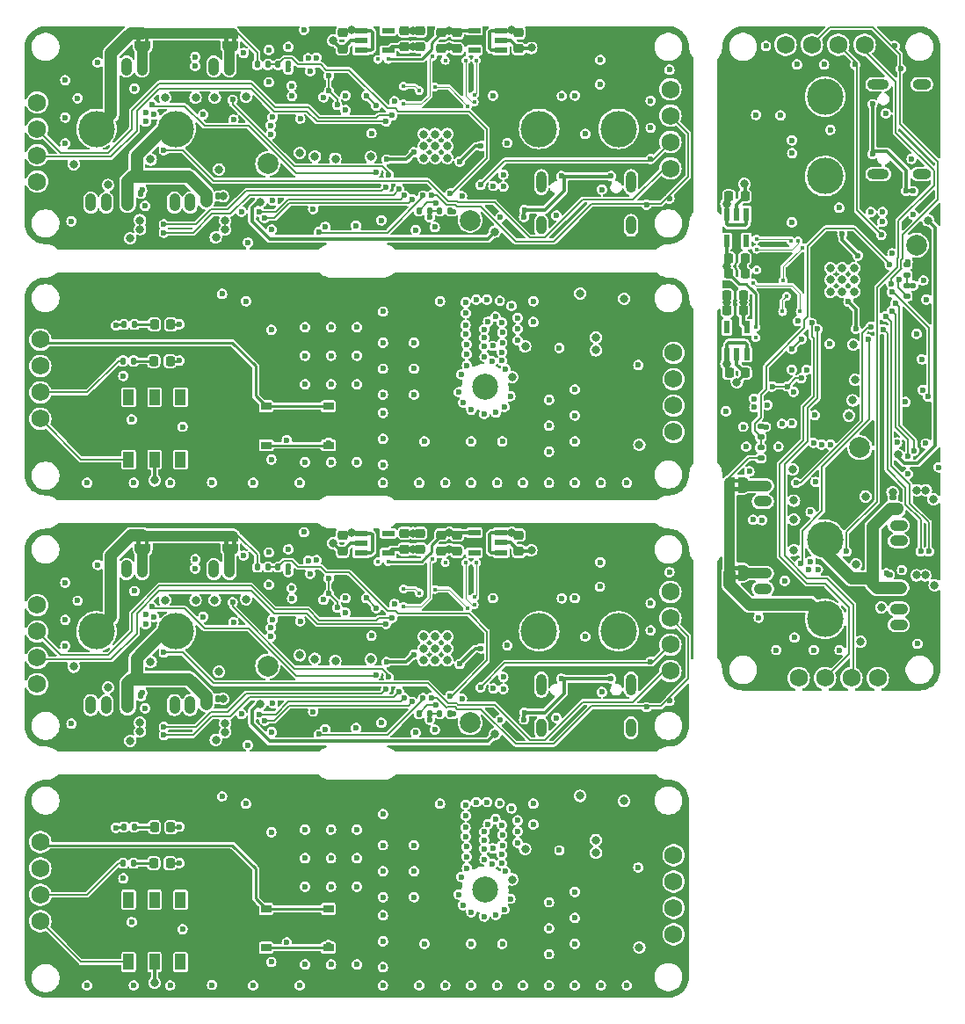
<source format=gbr>
%TF.GenerationSoftware,KiCad,Pcbnew,8.0.2*%
%TF.CreationDate,2024-05-05T17:49:43+09:00*%
%TF.ProjectId,ikafly_rev1_p,696b6166-6c79-45f7-9265-76315f702e6b,rev?*%
%TF.SameCoordinates,Original*%
%TF.FileFunction,Copper,L4,Bot*%
%TF.FilePolarity,Positive*%
%FSLAX46Y46*%
G04 Gerber Fmt 4.6, Leading zero omitted, Abs format (unit mm)*
G04 Created by KiCad (PCBNEW 8.0.2) date 2024-05-05 17:49:43*
%MOMM*%
%LPD*%
G01*
G04 APERTURE LIST*
G04 Aperture macros list*
%AMRoundRect*
0 Rectangle with rounded corners*
0 $1 Rounding radius*
0 $2 $3 $4 $5 $6 $7 $8 $9 X,Y pos of 4 corners*
0 Add a 4 corners polygon primitive as box body*
4,1,4,$2,$3,$4,$5,$6,$7,$8,$9,$2,$3,0*
0 Add four circle primitives for the rounded corners*
1,1,$1+$1,$2,$3*
1,1,$1+$1,$4,$5*
1,1,$1+$1,$6,$7*
1,1,$1+$1,$8,$9*
0 Add four rect primitives between the rounded corners*
20,1,$1+$1,$2,$3,$4,$5,0*
20,1,$1+$1,$4,$5,$6,$7,0*
20,1,$1+$1,$6,$7,$8,$9,0*
20,1,$1+$1,$8,$9,$2,$3,0*%
%AMFreePoly0*
4,1,19,0.500000,-0.750000,0.000000,-0.750000,0.000000,-0.744911,-0.071157,-0.744911,-0.207708,-0.704816,-0.327430,-0.627875,-0.420627,-0.520320,-0.479746,-0.390866,-0.500000,-0.250000,-0.500000,0.250000,-0.479746,0.390866,-0.420627,0.520320,-0.327430,0.627875,-0.207708,0.704816,-0.071157,0.744911,0.000000,0.744911,0.000000,0.750000,0.500000,0.750000,0.500000,-0.750000,0.500000,-0.750000,
$1*%
%AMFreePoly1*
4,1,19,0.000000,0.744911,0.071157,0.744911,0.207708,0.704816,0.327430,0.627875,0.420627,0.520320,0.479746,0.390866,0.500000,0.250000,0.500000,-0.250000,0.479746,-0.390866,0.420627,-0.520320,0.327430,-0.627875,0.207708,-0.704816,0.071157,-0.744911,0.000000,-0.744911,0.000000,-0.750000,-0.500000,-0.750000,-0.500000,0.750000,0.000000,0.750000,0.000000,0.744911,0.000000,0.744911,
$1*%
G04 Aperture macros list end*
%TA.AperFunction,EtchedComponent*%
%ADD10C,0.000000*%
%TD*%
%TA.AperFunction,ComponentPad*%
%ADD11O,1.730000X1.030000*%
%TD*%
%TA.AperFunction,ComponentPad*%
%ADD12C,2.000000*%
%TD*%
%TA.AperFunction,ComponentPad*%
%ADD13C,3.500000*%
%TD*%
%TA.AperFunction,SMDPad,CuDef*%
%ADD14RoundRect,0.140000X0.170000X-0.140000X0.170000X0.140000X-0.170000X0.140000X-0.170000X-0.140000X0*%
%TD*%
%TA.AperFunction,SMDPad,CuDef*%
%ADD15RoundRect,0.225000X0.225000X0.250000X-0.225000X0.250000X-0.225000X-0.250000X0.225000X-0.250000X0*%
%TD*%
%TA.AperFunction,SMDPad,CuDef*%
%ADD16RoundRect,0.135000X0.185000X-0.135000X0.185000X0.135000X-0.185000X0.135000X-0.185000X-0.135000X0*%
%TD*%
%TA.AperFunction,SMDPad,CuDef*%
%ADD17RoundRect,0.135000X-0.185000X0.135000X-0.185000X-0.135000X0.185000X-0.135000X0.185000X0.135000X0*%
%TD*%
%TA.AperFunction,SMDPad,CuDef*%
%ADD18FreePoly0,0.000000*%
%TD*%
%TA.AperFunction,SMDPad,CuDef*%
%ADD19FreePoly1,0.000000*%
%TD*%
%TA.AperFunction,SMDPad,CuDef*%
%ADD20R,0.600000X1.200000*%
%TD*%
%TA.AperFunction,SMDPad,CuDef*%
%ADD21RoundRect,0.225000X-0.225000X-0.250000X0.225000X-0.250000X0.225000X0.250000X-0.225000X0.250000X0*%
%TD*%
%TA.AperFunction,ComponentPad*%
%ADD22O,2.100000X1.000000*%
%TD*%
%TA.AperFunction,ComponentPad*%
%ADD23O,1.800000X1.000000*%
%TD*%
%TA.AperFunction,ComponentPad*%
%ADD24C,1.750000*%
%TD*%
%TA.AperFunction,ComponentPad*%
%ADD25O,1.030000X1.730000*%
%TD*%
%TA.AperFunction,SMDPad,CuDef*%
%ADD26RoundRect,0.140000X-0.140000X-0.170000X0.140000X-0.170000X0.140000X0.170000X-0.140000X0.170000X0*%
%TD*%
%TA.AperFunction,SMDPad,CuDef*%
%ADD27RoundRect,0.225000X0.250000X-0.225000X0.250000X0.225000X-0.250000X0.225000X-0.250000X-0.225000X0*%
%TD*%
%TA.AperFunction,SMDPad,CuDef*%
%ADD28RoundRect,0.135000X-0.135000X-0.185000X0.135000X-0.185000X0.135000X0.185000X-0.135000X0.185000X0*%
%TD*%
%TA.AperFunction,SMDPad,CuDef*%
%ADD29RoundRect,0.135000X0.135000X0.185000X-0.135000X0.185000X-0.135000X-0.185000X0.135000X-0.185000X0*%
%TD*%
%TA.AperFunction,SMDPad,CuDef*%
%ADD30FreePoly0,270.000000*%
%TD*%
%TA.AperFunction,SMDPad,CuDef*%
%ADD31FreePoly1,270.000000*%
%TD*%
%TA.AperFunction,SMDPad,CuDef*%
%ADD32R,1.200000X0.600000*%
%TD*%
%TA.AperFunction,SMDPad,CuDef*%
%ADD33RoundRect,0.218750X0.218750X0.256250X-0.218750X0.256250X-0.218750X-0.256250X0.218750X-0.256250X0*%
%TD*%
%TA.AperFunction,SMDPad,CuDef*%
%ADD34RoundRect,0.225000X-0.250000X0.225000X-0.250000X-0.225000X0.250000X-0.225000X0.250000X0.225000X0*%
%TD*%
%TA.AperFunction,SMDPad,CuDef*%
%ADD35R,1.000000X1.500000*%
%TD*%
%TA.AperFunction,SMDPad,CuDef*%
%ADD36R,1.000000X0.750000*%
%TD*%
%TA.AperFunction,ComponentPad*%
%ADD37C,2.500000*%
%TD*%
%TA.AperFunction,ComponentPad*%
%ADD38O,1.000000X2.100000*%
%TD*%
%TA.AperFunction,ComponentPad*%
%ADD39O,1.000000X1.800000*%
%TD*%
%TA.AperFunction,ViaPad*%
%ADD40C,0.600000*%
%TD*%
%TA.AperFunction,ViaPad*%
%ADD41C,0.450000*%
%TD*%
%TA.AperFunction,ViaPad*%
%ADD42C,0.800000*%
%TD*%
%TA.AperFunction,Conductor*%
%ADD43C,1.000000*%
%TD*%
%TA.AperFunction,Conductor*%
%ADD44C,0.200000*%
%TD*%
%TA.AperFunction,Conductor*%
%ADD45C,0.160000*%
%TD*%
%TA.AperFunction,Conductor*%
%ADD46C,0.350000*%
%TD*%
%TA.AperFunction,Conductor*%
%ADD47C,1.200000*%
%TD*%
%TA.AperFunction,Conductor*%
%ADD48C,0.120000*%
%TD*%
%TA.AperFunction,Conductor*%
%ADD49C,0.300000*%
%TD*%
%TA.AperFunction,Conductor*%
%ADD50C,0.250000*%
%TD*%
G04 APERTURE END LIST*
D10*
%TA.AperFunction,EtchedComponent*%
%TO.C,JP1*%
G36*
X155350000Y-96500000D02*
G01*
X154850000Y-96500000D01*
X154850000Y-96100000D01*
X155350000Y-96100000D01*
X155350000Y-96500000D01*
G37*
%TD.AperFunction*%
%TA.AperFunction,EtchedComponent*%
G36*
X155350000Y-95700000D02*
G01*
X154850000Y-95700000D01*
X154850000Y-95300000D01*
X155350000Y-95300000D01*
X155350000Y-95700000D01*
G37*
%TD.AperFunction*%
%TA.AperFunction,EtchedComponent*%
%TO.C,JP2*%
G36*
X155350000Y-104950000D02*
G01*
X154850000Y-104950000D01*
X154850000Y-104550000D01*
X155350000Y-104550000D01*
X155350000Y-104950000D01*
G37*
%TD.AperFunction*%
%TA.AperFunction,EtchedComponent*%
G36*
X155350000Y-104150000D02*
G01*
X154850000Y-104150000D01*
X154850000Y-103750000D01*
X155350000Y-103750000D01*
X155350000Y-104150000D01*
G37*
%TD.AperFunction*%
%TA.AperFunction,EtchedComponent*%
%TO.C,JP1*%
G36*
X106150000Y-101700000D02*
G01*
X105750000Y-101700000D01*
X105750000Y-101200000D01*
X106150000Y-101200000D01*
X106150000Y-101700000D01*
G37*
%TD.AperFunction*%
%TA.AperFunction,EtchedComponent*%
G36*
X106950000Y-101700000D02*
G01*
X106550000Y-101700000D01*
X106550000Y-101200000D01*
X106950000Y-101200000D01*
X106950000Y-101700000D01*
G37*
%TD.AperFunction*%
%TA.AperFunction,EtchedComponent*%
%TO.C,JP2*%
G36*
X97700000Y-101700000D02*
G01*
X97300000Y-101700000D01*
X97300000Y-101200000D01*
X97700000Y-101200000D01*
X97700000Y-101700000D01*
G37*
%TD.AperFunction*%
%TA.AperFunction,EtchedComponent*%
G36*
X98500000Y-101700000D02*
G01*
X98100000Y-101700000D01*
X98100000Y-101200000D01*
X98500000Y-101200000D01*
X98500000Y-101700000D01*
G37*
%TD.AperFunction*%
%TA.AperFunction,EtchedComponent*%
G36*
X97700000Y-53300000D02*
G01*
X97300000Y-53300000D01*
X97300000Y-52800000D01*
X97700000Y-52800000D01*
X97700000Y-53300000D01*
G37*
%TD.AperFunction*%
%TA.AperFunction,EtchedComponent*%
G36*
X98500000Y-53300000D02*
G01*
X98100000Y-53300000D01*
X98100000Y-52800000D01*
X98500000Y-52800000D01*
X98500000Y-53300000D01*
G37*
%TD.AperFunction*%
%TA.AperFunction,EtchedComponent*%
%TO.C,JP1*%
G36*
X106150000Y-53300000D02*
G01*
X105750000Y-53300000D01*
X105750000Y-52800000D01*
X106150000Y-52800000D01*
X106150000Y-53300000D01*
G37*
%TD.AperFunction*%
%TA.AperFunction,EtchedComponent*%
G36*
X106950000Y-53300000D02*
G01*
X106550000Y-53300000D01*
X106550000Y-52800000D01*
X106950000Y-52800000D01*
X106950000Y-53300000D01*
G37*
%TD.AperFunction*%
%TD*%
D11*
%TO.P,J2,1,Pin_1*%
%TO.N,N/C*%
X170750000Y-99782500D03*
%TO.P,J2,2,Pin_2*%
X170750000Y-101282500D03*
%TD*%
%TO.P,J1,1,Pin_1*%
%TO.N,N/C*%
X170750000Y-107852500D03*
%TO.P,J1,2,Pin_2*%
X170750000Y-109352500D03*
%TD*%
D12*
%TO.P,AE3,1,A*%
%TO.N,N/C*%
X172450000Y-72800000D03*
%TD*%
%TO.P,AE2,1,A*%
%TO.N,N/C*%
X167000000Y-92300000D03*
%TD*%
D13*
%TO.P,BT1,1,+*%
%TO.N,N/C*%
X163650000Y-108800000D03*
X163650000Y-101150000D03*
%TO.P,BT1,2,-*%
X163650000Y-66150000D03*
X163650000Y-58500000D03*
%TD*%
D14*
%TO.P,C45,1*%
%TO.N,N/C*%
X169850000Y-105480000D03*
%TO.P,C45,2*%
X169850000Y-104520000D03*
%TD*%
%TO.P,C47,1*%
%TO.N,N/C*%
X170150000Y-98080000D03*
%TO.P,C47,2*%
X170150000Y-97120000D03*
%TD*%
D15*
%TO.P,C20,1*%
%TO.N,N/C*%
X155750000Y-79100000D03*
%TO.P,C20,2*%
X154200000Y-79100000D03*
%TD*%
D16*
%TO.P,R17,1*%
%TO.N,N/C*%
X171550000Y-75720000D03*
%TO.P,R17,2*%
X171550000Y-74700000D03*
%TD*%
D17*
%TO.P,R18,1*%
%TO.N,N/C*%
X171550000Y-76700000D03*
%TO.P,R18,2*%
X171550000Y-77720000D03*
%TD*%
D18*
%TO.P,JP1,1,A*%
%TO.N,N/C*%
X154450000Y-95900000D03*
D19*
%TO.P,JP1,2,B*%
X155750000Y-95900000D03*
%TD*%
D16*
%TO.P,R7,1*%
%TO.N,N/C*%
X157450000Y-91300000D03*
%TO.P,R7,2*%
X157450000Y-90280000D03*
%TD*%
D20*
%TO.P,IC6,1,VIN*%
%TO.N,N/C*%
X156100000Y-83300000D03*
%TO.P,IC6,2,VSS*%
X155150000Y-83300000D03*
%TO.P,IC6,3,CE*%
X154200000Y-83300000D03*
%TO.P,IC6,4,NC*%
X154200000Y-80700000D03*
%TO.P,IC6,5,VOUT*%
X156100000Y-80700000D03*
%TD*%
D18*
%TO.P,JP2,1,A*%
%TO.N,N/C*%
X154450000Y-104350000D03*
D19*
%TO.P,JP2,2,B*%
X155750000Y-104350000D03*
%TD*%
D21*
%TO.P,C21,1*%
%TO.N,N/C*%
X154375000Y-75560000D03*
%TO.P,C21,2*%
X155925000Y-75560000D03*
%TD*%
D20*
%TO.P,IC5,1,VIN*%
%TO.N,N/C*%
X154165000Y-69810000D03*
%TO.P,IC5,2,VSS*%
X155115000Y-69810000D03*
%TO.P,IC5,3,CE*%
X156065000Y-69810000D03*
%TO.P,IC5,4,NC*%
X156065000Y-72410000D03*
%TO.P,IC5,5,VOUT*%
X154165000Y-72410000D03*
%TD*%
D15*
%TO.P,C22,1*%
%TO.N,N/C*%
X155750000Y-77600000D03*
%TO.P,C22,2*%
X154200000Y-77600000D03*
%TD*%
D21*
%TO.P,C18,1*%
%TO.N,N/C*%
X154375000Y-68100000D03*
%TO.P,C18,2*%
X155925000Y-68100000D03*
%TD*%
D16*
%TO.P,R6,1*%
%TO.N,N/C*%
X157450000Y-93310000D03*
%TO.P,R6,2*%
X157450000Y-92290000D03*
%TD*%
D21*
%TO.P,C19,1*%
%TO.N,N/C*%
X154375000Y-74060000D03*
%TO.P,C19,2*%
X155925000Y-74060000D03*
%TD*%
%TO.P,C17,1*%
%TO.N,N/C*%
X154395000Y-85100000D03*
%TO.P,C17,2*%
X155945000Y-85100000D03*
%TD*%
D11*
%TO.P,J3,1,Pin_1*%
%TO.N,N/C*%
X157650000Y-105900000D03*
%TO.P,J3,2,Pin_2*%
X157650000Y-104400000D03*
%TD*%
%TO.P,J4,1,Pin_1*%
%TO.N,N/C*%
X157650000Y-97487500D03*
%TO.P,J4,2,Pin_2*%
X157650000Y-95987500D03*
%TD*%
D22*
%TO.P,J6,S,SHIELD*%
%TO.N,N/C*%
X168770000Y-65940000D03*
D23*
X172950000Y-65940000D03*
D22*
X168770000Y-57300000D03*
D23*
X172950000Y-57300000D03*
%TD*%
D24*
%TO.P,J5,1,Pin_1*%
%TO.N,N/C*%
X161115000Y-114500000D03*
%TO.P,J5,2,Pin_2*%
X163655000Y-114500000D03*
%TO.P,J5,3,Pin_3*%
X166195000Y-114500000D03*
%TO.P,J5,4,Pin_4*%
X168735000Y-114500000D03*
%TO.P,J5,5,Pin_5*%
X159845000Y-53500000D03*
%TO.P,J5,6,Pin_6*%
X162385000Y-53500000D03*
%TO.P,J5,7,Pin_7*%
X164925000Y-53500000D03*
%TO.P,J5,8,Pin_8*%
X167465000Y-53500000D03*
%TD*%
D25*
%TO.P,J2,1,Pin_1*%
%TO.N,N/C*%
X102467500Y-117100000D03*
%TO.P,J2,2,Pin_2*%
X100967500Y-117100000D03*
%TD*%
%TO.P,J1,1,Pin_1*%
%TO.N,N/C*%
X94397500Y-117100000D03*
%TO.P,J1,2,Pin_2*%
X92897500Y-117100000D03*
%TD*%
D12*
%TO.P,AE3,1,A*%
%TO.N,N/C*%
X129450000Y-118800000D03*
%TD*%
%TO.P,AE2,1,A*%
%TO.N,N/C*%
X109950000Y-113350000D03*
%TD*%
D13*
%TO.P,BT1,1,+*%
%TO.N,N/C*%
X93450000Y-110000000D03*
X101100000Y-110000000D03*
%TO.P,BT1,2,-*%
X136100000Y-110000000D03*
X143750000Y-110000000D03*
%TD*%
D26*
%TO.P,C45,1*%
%TO.N,N/C*%
X96770000Y-116200000D03*
%TO.P,C45,2*%
X97730000Y-116200000D03*
%TD*%
%TO.P,C47,1*%
%TO.N,N/C*%
X104170000Y-116500000D03*
%TO.P,C47,2*%
X105130000Y-116500000D03*
%TD*%
D27*
%TO.P,C20,1*%
%TO.N,N/C*%
X123150000Y-102100000D03*
%TO.P,C20,2*%
X123150000Y-100550000D03*
%TD*%
D28*
%TO.P,R17,1*%
%TO.N,N/C*%
X126530000Y-117900000D03*
%TO.P,R17,2*%
X127550000Y-117900000D03*
%TD*%
D29*
%TO.P,R18,1*%
%TO.N,N/C*%
X125550000Y-117900000D03*
%TO.P,R18,2*%
X124530000Y-117900000D03*
%TD*%
D30*
%TO.P,JP1,1,A*%
%TO.N,N/C*%
X106350000Y-100800000D03*
D31*
%TO.P,JP1,2,B*%
X106350000Y-102100000D03*
%TD*%
D28*
%TO.P,R7,1*%
%TO.N,N/C*%
X110950000Y-103800000D03*
%TO.P,R7,2*%
X111970000Y-103800000D03*
%TD*%
D32*
%TO.P,IC6,1,VIN*%
%TO.N,N/C*%
X118950000Y-102450000D03*
%TO.P,IC6,2,VSS*%
X118950000Y-101500000D03*
%TO.P,IC6,3,CE*%
X118950000Y-100550000D03*
%TO.P,IC6,4,NC*%
X121550000Y-100550000D03*
%TO.P,IC6,5,VOUT*%
X121550000Y-102450000D03*
%TD*%
D30*
%TO.P,JP2,1,A*%
%TO.N,N/C*%
X97900000Y-100800000D03*
D31*
%TO.P,JP2,2,B*%
X97900000Y-102100000D03*
%TD*%
D33*
%TO.P,D2,1,K*%
%TO.N,N/C*%
X100625000Y-128850000D03*
%TO.P,D2,2,A*%
X99050000Y-128850000D03*
%TD*%
D34*
%TO.P,C21,1*%
%TO.N,N/C*%
X126690000Y-100725000D03*
%TO.P,C21,2*%
X126690000Y-102275000D03*
%TD*%
D32*
%TO.P,IC5,1,VIN*%
%TO.N,N/C*%
X132440000Y-100515000D03*
%TO.P,IC5,2,VSS*%
X132440000Y-101465000D03*
%TO.P,IC5,3,CE*%
X132440000Y-102415000D03*
%TO.P,IC5,4,NC*%
X129840000Y-102415000D03*
%TO.P,IC5,5,VOUT*%
X129840000Y-100515000D03*
%TD*%
D27*
%TO.P,C22,1*%
%TO.N,N/C*%
X124650000Y-102100000D03*
%TO.P,C22,2*%
X124650000Y-100550000D03*
%TD*%
D34*
%TO.P,C18,1*%
%TO.N,N/C*%
X134150000Y-100725000D03*
%TO.P,C18,2*%
X134150000Y-102275000D03*
%TD*%
D24*
%TO.P,J7,1,Pin_1*%
%TO.N,N/C*%
X149050000Y-131570000D03*
%TO.P,J7,2,Pin_2*%
X149050000Y-134110000D03*
%TO.P,J7,3,Pin_3*%
X149050000Y-136650000D03*
%TO.P,J7,4,Pin_4*%
X149050000Y-139190000D03*
%TO.P,J7,5,Pin_5*%
X88050000Y-130300000D03*
%TO.P,J7,6,Pin_6*%
X88050000Y-132840000D03*
%TO.P,J7,7,Pin_7*%
X88050000Y-135380000D03*
%TO.P,J7,8,Pin_8*%
X88050000Y-137920000D03*
%TD*%
D35*
%TO.P,S2,1,1*%
%TO.N,N/C*%
X101550000Y-141850000D03*
%TO.P,S2,2,2*%
X99050000Y-141850000D03*
%TO.P,S2,3,3*%
X96550000Y-141850000D03*
%TO.P,S2,4,4*%
X96550000Y-135850000D03*
%TO.P,S2,5,5*%
X99050000Y-135850000D03*
%TO.P,S2,6,6*%
X101550000Y-135850000D03*
%TD*%
D33*
%TO.P,D1,1,K*%
%TO.N,N/C*%
X100550000Y-132350000D03*
%TO.P,D1,2,A*%
X98975000Y-132350000D03*
%TD*%
D28*
%TO.P,R14,1*%
%TO.N,N/C*%
X96077500Y-128850000D03*
%TO.P,R14,2*%
X97097500Y-128850000D03*
%TD*%
D36*
%TO.P,S1,A1,COM_1*%
%TO.N,N/C*%
X115800000Y-136725000D03*
%TO.P,S1,B1,COM_2*%
X109800000Y-136725000D03*
%TO.P,S1,C1,NO_1*%
X115800000Y-140475000D03*
%TO.P,S1,D1,NO_2*%
X109800000Y-140475000D03*
%TD*%
D28*
%TO.P,R6,1*%
%TO.N,N/C*%
X108940000Y-103800000D03*
%TO.P,R6,2*%
X109960000Y-103800000D03*
%TD*%
D37*
%TO.P,AE1,1,A*%
%TO.N,N/C*%
X130900000Y-134880000D03*
%TD*%
D34*
%TO.P,C19,1*%
%TO.N,N/C*%
X128190000Y-100725000D03*
%TO.P,C19,2*%
X128190000Y-102275000D03*
%TD*%
%TO.P,C17,1*%
%TO.N,N/C*%
X117150000Y-100745000D03*
%TO.P,C17,2*%
X117150000Y-102295000D03*
%TD*%
D28*
%TO.P,R13,1*%
%TO.N,N/C*%
X96002500Y-132350000D03*
%TO.P,R13,2*%
X97022500Y-132350000D03*
%TD*%
D25*
%TO.P,J3,1,Pin_1*%
%TO.N,N/C*%
X96350000Y-104000000D03*
%TO.P,J3,2,Pin_2*%
X97850000Y-104000000D03*
%TD*%
%TO.P,J4,1,Pin_1*%
%TO.N,N/C*%
X104762500Y-104000000D03*
%TO.P,J4,2,Pin_2*%
X106262500Y-104000000D03*
%TD*%
D38*
%TO.P,J6,S,SHIELD*%
%TO.N,N/C*%
X136310000Y-115120000D03*
D39*
X136310000Y-119300000D03*
D38*
X144950000Y-115120000D03*
D39*
X144950000Y-119300000D03*
%TD*%
D24*
%TO.P,J5,1,Pin_1*%
%TO.N,N/C*%
X87750000Y-107465000D03*
%TO.P,J5,2,Pin_2*%
X87750000Y-110005000D03*
%TO.P,J5,3,Pin_3*%
X87750000Y-112545000D03*
%TO.P,J5,4,Pin_4*%
X87750000Y-115085000D03*
%TO.P,J5,5,Pin_5*%
X148750000Y-106195000D03*
%TO.P,J5,6,Pin_6*%
X148750000Y-108735000D03*
%TO.P,J5,7,Pin_7*%
X148750000Y-111275000D03*
%TO.P,J5,8,Pin_8*%
X148750000Y-113815000D03*
%TD*%
D25*
%TO.P,J2,1,Pin_1*%
%TO.N,N/C*%
X102467500Y-68700000D03*
%TO.P,J2,2,Pin_2*%
X100967500Y-68700000D03*
%TD*%
%TO.P,J1,1,Pin_1*%
%TO.N,N/C*%
X94397500Y-68700000D03*
%TO.P,J1,2,Pin_2*%
X92897500Y-68700000D03*
%TD*%
D12*
%TO.P,AE3,1,A*%
%TO.N,N/C*%
X129450000Y-70400000D03*
%TD*%
%TO.P,AE2,1,A*%
%TO.N,N/C*%
X109950000Y-64950000D03*
%TD*%
D35*
%TO.P,S2,1,1*%
%TO.N,N/C*%
X101550000Y-93450000D03*
%TO.P,S2,2,2*%
X99050000Y-93450000D03*
%TO.P,S2,3,3*%
X96550000Y-93450000D03*
%TO.P,S2,4,4*%
X96550000Y-87450000D03*
%TO.P,S2,5,5*%
X99050000Y-87450000D03*
%TO.P,S2,6,6*%
X101550000Y-87450000D03*
%TD*%
D33*
%TO.P,D1,1,K*%
%TO.N,N/C*%
X100550000Y-83950000D03*
%TO.P,D1,2,A*%
X98975000Y-83950000D03*
%TD*%
D30*
%TO.P,JP2,1,A*%
%TO.N,N/C*%
X97900000Y-52400000D03*
D31*
%TO.P,JP2,2,B*%
X97900000Y-53700000D03*
%TD*%
D30*
%TO.P,JP1,1,A*%
%TO.N,N/C*%
X106350000Y-52400000D03*
D31*
%TO.P,JP1,2,B*%
X106350000Y-53700000D03*
%TD*%
D32*
%TO.P,IC6,1,VIN*%
%TO.N,N/C*%
X118950000Y-54050000D03*
%TO.P,IC6,2,VSS*%
X118950000Y-53100000D03*
%TO.P,IC6,3,CE*%
X118950000Y-52150000D03*
%TO.P,IC6,4,NC*%
X121550000Y-52150000D03*
%TO.P,IC6,5,VOUT*%
X121550000Y-54050000D03*
%TD*%
D26*
%TO.P,C45,1*%
%TO.N,N/C*%
X96770000Y-67800000D03*
%TO.P,C45,2*%
X97730000Y-67800000D03*
%TD*%
D13*
%TO.P,BT1,1,+*%
%TO.N,N/C*%
X93450000Y-61600000D03*
X101100000Y-61600000D03*
%TO.P,BT1,2,-*%
X136100000Y-61600000D03*
X143750000Y-61600000D03*
%TD*%
D26*
%TO.P,C47,1*%
%TO.N,N/C*%
X104170000Y-68100000D03*
%TO.P,C47,2*%
X105130000Y-68100000D03*
%TD*%
D33*
%TO.P,D2,1,K*%
%TO.N,N/C*%
X100625000Y-80450000D03*
%TO.P,D2,2,A*%
X99050000Y-80450000D03*
%TD*%
D28*
%TO.P,R7,1*%
%TO.N,N/C*%
X110950000Y-55400000D03*
%TO.P,R7,2*%
X111970000Y-55400000D03*
%TD*%
D24*
%TO.P,J7,1,Pin_1*%
%TO.N,N/C*%
X149050000Y-83170000D03*
%TO.P,J7,2,Pin_2*%
X149050000Y-85710000D03*
%TO.P,J7,3,Pin_3*%
X149050000Y-88250000D03*
%TO.P,J7,4,Pin_4*%
X149050000Y-90790000D03*
%TO.P,J7,5,Pin_5*%
X88050000Y-81900000D03*
%TO.P,J7,6,Pin_6*%
X88050000Y-84440000D03*
%TO.P,J7,7,Pin_7*%
X88050000Y-86980000D03*
%TO.P,J7,8,Pin_8*%
X88050000Y-89520000D03*
%TD*%
D27*
%TO.P,C20,1*%
%TO.N,N/C*%
X123150000Y-53700000D03*
%TO.P,C20,2*%
X123150000Y-52150000D03*
%TD*%
D28*
%TO.P,R17,1*%
%TO.N,N/C*%
X126530000Y-69500000D03*
%TO.P,R17,2*%
X127550000Y-69500000D03*
%TD*%
D34*
%TO.P,C21,1*%
%TO.N,N/C*%
X126690000Y-52325000D03*
%TO.P,C21,2*%
X126690000Y-53875000D03*
%TD*%
D29*
%TO.P,R18,1*%
%TO.N,N/C*%
X125550000Y-69500000D03*
%TO.P,R18,2*%
X124530000Y-69500000D03*
%TD*%
D27*
%TO.P,C22,1*%
%TO.N,N/C*%
X124650000Y-53700000D03*
%TO.P,C22,2*%
X124650000Y-52150000D03*
%TD*%
D34*
%TO.P,C18,1*%
%TO.N,N/C*%
X134150000Y-52325000D03*
%TO.P,C18,2*%
X134150000Y-53875000D03*
%TD*%
D32*
%TO.P,IC5,1,VIN*%
%TO.N,N/C*%
X132440000Y-52115000D03*
%TO.P,IC5,2,VSS*%
X132440000Y-53065000D03*
%TO.P,IC5,3,CE*%
X132440000Y-54015000D03*
%TO.P,IC5,4,NC*%
X129840000Y-54015000D03*
%TO.P,IC5,5,VOUT*%
X129840000Y-52115000D03*
%TD*%
D34*
%TO.P,C19,1*%
%TO.N,N/C*%
X128190000Y-52325000D03*
%TO.P,C19,2*%
X128190000Y-53875000D03*
%TD*%
D37*
%TO.P,AE1,1,A*%
%TO.N,N/C*%
X130900000Y-86480000D03*
%TD*%
D34*
%TO.P,C17,1*%
%TO.N,N/C*%
X117150000Y-52345000D03*
%TO.P,C17,2*%
X117150000Y-53895000D03*
%TD*%
D28*
%TO.P,R13,1*%
%TO.N,N/C*%
X96002500Y-83950000D03*
%TO.P,R13,2*%
X97022500Y-83950000D03*
%TD*%
D36*
%TO.P,S1,A1,COM_1*%
%TO.N,N/C*%
X115800000Y-88325000D03*
%TO.P,S1,B1,COM_2*%
X109800000Y-88325000D03*
%TO.P,S1,C1,NO_1*%
X115800000Y-92075000D03*
%TO.P,S1,D1,NO_2*%
X109800000Y-92075000D03*
%TD*%
D28*
%TO.P,R6,1*%
%TO.N,N/C*%
X108940000Y-55400000D03*
%TO.P,R6,2*%
X109960000Y-55400000D03*
%TD*%
%TO.P,R14,1*%
%TO.N,N/C*%
X96077500Y-80450000D03*
%TO.P,R14,2*%
X97097500Y-80450000D03*
%TD*%
D25*
%TO.P,J3,1,Pin_1*%
%TO.N,N/C*%
X96350000Y-55600000D03*
%TO.P,J3,2,Pin_2*%
X97850000Y-55600000D03*
%TD*%
D38*
%TO.P,J6,S,SHIELD*%
%TO.N,N/C*%
X136310000Y-66720000D03*
D39*
X136310000Y-70900000D03*
D38*
X144950000Y-66720000D03*
D39*
X144950000Y-70900000D03*
%TD*%
D24*
%TO.P,J5,1,Pin_1*%
%TO.N,N/C*%
X87750000Y-59065000D03*
%TO.P,J5,2,Pin_2*%
X87750000Y-61605000D03*
%TO.P,J5,3,Pin_3*%
X87750000Y-64145000D03*
%TO.P,J5,4,Pin_4*%
X87750000Y-66685000D03*
%TO.P,J5,5,Pin_5*%
X148750000Y-57795000D03*
%TO.P,J5,6,Pin_6*%
X148750000Y-60335000D03*
%TO.P,J5,7,Pin_7*%
X148750000Y-62875000D03*
%TO.P,J5,8,Pin_8*%
X148750000Y-65415000D03*
%TD*%
D25*
%TO.P,J4,1,Pin_1*%
%TO.N,N/C*%
X104762500Y-55600000D03*
%TO.P,J4,2,Pin_2*%
X106262500Y-55600000D03*
%TD*%
D40*
%TO.N,*%
X173575000Y-87378470D03*
D41*
X160350000Y-72380000D03*
D40*
X172850000Y-102300000D03*
X167830000Y-81880000D03*
X160450000Y-82800000D03*
D42*
X170680000Y-93000000D03*
D40*
X170039999Y-76529999D03*
X168200000Y-59220000D03*
X160839878Y-95689878D03*
X162527386Y-91829723D03*
X161350000Y-85600000D03*
X170436475Y-78387026D03*
X166800000Y-73800000D03*
X168070000Y-80651921D03*
X170350000Y-53600000D03*
D42*
X170950000Y-105800000D03*
D40*
X165699998Y-102300000D03*
X170950000Y-55800000D03*
D42*
X169750000Y-98300000D03*
D40*
X169880000Y-74710000D03*
D41*
X161244167Y-79200000D03*
X157050000Y-73200000D03*
D40*
X169467099Y-79650381D03*
D42*
X170691914Y-98158086D03*
D40*
X172150000Y-76700000D03*
D41*
X161060000Y-72400000D03*
D40*
X161273899Y-103437498D03*
X166550000Y-55400000D03*
D42*
X170050000Y-105800000D03*
D40*
X170072337Y-79127227D03*
D41*
X157050000Y-72200000D03*
D40*
X171634288Y-93127210D03*
D42*
X173550000Y-70400000D03*
D40*
X173649503Y-102300000D03*
X158550000Y-86415500D03*
X164150000Y-92000000D03*
X172235996Y-92600000D03*
X170072023Y-77329357D03*
X169050000Y-71800000D03*
X169230000Y-80900000D03*
X156839281Y-88411755D03*
X165000000Y-69200000D03*
X169500000Y-60110000D03*
X160700000Y-110600000D03*
X171379500Y-87909500D03*
D42*
X160650000Y-97400000D03*
X174200000Y-105550000D03*
X154200000Y-78300000D03*
D40*
X161000000Y-80100000D03*
D41*
X156690964Y-76440251D03*
D40*
X162352500Y-80300000D03*
X166600000Y-80850000D03*
X171460000Y-67575000D03*
X165900000Y-78250000D03*
X161850000Y-84800000D03*
X160450000Y-84800000D03*
X162932500Y-80889878D03*
X168200000Y-64020000D03*
X161410122Y-81839878D03*
X160470000Y-63950000D03*
D42*
X154150498Y-68800000D03*
D40*
X171620866Y-94829134D03*
X162050000Y-104068107D03*
X162250000Y-103250000D03*
X171060000Y-104100000D03*
X170759017Y-76121250D03*
X164070000Y-82300000D03*
D42*
X160650000Y-99250000D03*
D40*
X160000000Y-86400000D03*
X155750000Y-90300000D03*
X165292000Y-71750000D03*
X173112500Y-76200000D03*
D41*
X159611559Y-76200001D03*
X159950000Y-77700000D03*
D40*
X172140000Y-67600000D03*
X173400000Y-78050000D03*
X160450000Y-62700000D03*
D41*
X161445000Y-73026646D03*
D40*
X173350000Y-91900000D03*
D41*
X159550000Y-79200000D03*
D42*
X167548716Y-96996238D03*
X155850000Y-66900498D03*
D40*
X172150000Y-69875000D03*
X156350000Y-94600000D03*
D42*
X174100000Y-97300000D03*
X173350000Y-96400000D03*
D40*
X172970000Y-83790000D03*
X157950000Y-90300000D03*
X157950000Y-53600000D03*
D42*
X154150498Y-84200000D03*
X154165000Y-74800000D03*
X166450000Y-77300000D03*
D41*
X156950000Y-80700000D03*
D40*
X160605329Y-86922285D03*
X156800000Y-87600000D03*
D42*
X160550000Y-94400000D03*
D40*
X159500000Y-90000000D03*
D42*
X165300000Y-77300000D03*
D40*
X162950000Y-104050000D03*
D42*
X167050000Y-111000000D03*
X164150000Y-76150000D03*
D40*
X169150000Y-70560000D03*
X168050000Y-69600000D03*
X160450000Y-70600000D03*
X162250000Y-98500000D03*
D42*
X166300000Y-87750000D03*
D40*
X159770000Y-105130000D03*
X159350000Y-60300000D03*
X169550000Y-104400000D03*
X162669057Y-89169057D03*
X165050000Y-111800000D03*
D42*
X166450000Y-76150000D03*
D40*
X154100000Y-88800000D03*
X170580000Y-91800000D03*
X172462110Y-81349374D03*
D42*
X169059235Y-107698316D03*
D41*
X156950000Y-81700000D03*
D42*
X155725000Y-74800000D03*
X170150000Y-96600000D03*
X155150000Y-85999502D03*
D40*
X156720000Y-99260000D03*
D41*
X157050000Y-75200000D03*
D40*
X162550000Y-111800000D03*
X162750000Y-95600000D03*
X158950000Y-111800000D03*
D42*
X166450000Y-75000000D03*
X166350000Y-82380000D03*
D40*
X171990000Y-64490000D03*
X158100000Y-88200000D03*
X157250000Y-108680000D03*
X160480000Y-89950000D03*
X156050000Y-92200000D03*
D42*
X166519950Y-85785225D03*
D40*
X164140000Y-61700000D03*
D42*
X173300000Y-104600000D03*
D40*
X160950000Y-55400000D03*
D42*
X166602708Y-103572170D03*
D40*
X173080000Y-86750000D03*
X174600000Y-94200000D03*
D42*
X165300000Y-76150000D03*
X165300000Y-75000000D03*
D40*
X170130000Y-73590000D03*
X157590000Y-99280000D03*
X169200000Y-69600000D03*
X157000000Y-60250000D03*
X171600000Y-74400000D03*
X163550000Y-55400000D03*
D42*
X160650000Y-102200000D03*
D40*
X163309057Y-92000000D03*
D42*
X172500497Y-96400000D03*
D40*
X159150000Y-92200000D03*
X172550000Y-111200000D03*
D42*
X164150000Y-75000000D03*
X165950000Y-89200000D03*
X164150000Y-77300000D03*
X172450497Y-104600000D03*
X155750000Y-78300000D03*
D40*
X101750000Y-138700000D03*
X114871530Y-119925000D03*
D41*
X129870000Y-106700000D03*
D40*
X105550000Y-125900000D03*
X96050000Y-133800000D03*
X96850000Y-138000000D03*
X99950000Y-119200000D03*
X120370000Y-114180000D03*
X119450000Y-106800000D03*
D42*
X109250000Y-117030000D03*
D40*
X125720001Y-116389999D03*
X143030000Y-114550000D03*
X106560122Y-107189878D03*
X110420277Y-108877386D03*
X116650000Y-107700000D03*
X123862974Y-116786475D03*
X128450000Y-113150000D03*
X121598079Y-114420000D03*
X148650000Y-116700000D03*
D42*
X96450000Y-117300000D03*
D40*
X99950000Y-112049998D03*
X146450000Y-117300000D03*
D42*
X103950000Y-116100000D03*
D40*
X127540000Y-116230000D03*
D41*
X123050000Y-107594167D03*
X129050000Y-103400000D03*
D40*
X122599619Y-115817099D03*
D42*
X104091914Y-117041914D03*
D40*
X125550000Y-118500000D03*
D41*
X129850000Y-107410000D03*
D40*
X98812502Y-107623899D03*
X146850000Y-112900000D03*
D42*
X96450000Y-116400000D03*
D40*
X123122773Y-116422337D03*
D41*
X130050000Y-103400000D03*
D40*
X109122790Y-117984288D03*
D42*
X131850000Y-119900000D03*
D40*
X99950000Y-119999503D03*
X115834500Y-104900000D03*
X110250000Y-110500000D03*
X109650000Y-118585996D03*
X124920643Y-116422023D03*
X130450000Y-115400000D03*
X121350000Y-115580000D03*
X113838245Y-103189281D03*
X132500500Y-131500000D03*
X133050000Y-111350000D03*
X132550000Y-129600000D03*
X142140000Y-115850000D03*
X132550000Y-140100000D03*
X118550000Y-129100000D03*
X91650000Y-107050000D03*
X134030000Y-129260000D03*
X114340500Y-117729500D03*
X129550000Y-140100000D03*
X134030000Y-130360000D03*
D42*
X104850000Y-107000000D03*
D40*
X129550000Y-144100000D03*
D42*
X96700000Y-120550000D03*
X123950000Y-100550000D03*
D40*
X100550000Y-144100000D03*
X122150000Y-107350000D03*
X130800000Y-130100000D03*
D41*
X125809749Y-103040964D03*
D40*
X121950000Y-108702500D03*
X121400000Y-112950000D03*
X134675000Y-117810000D03*
X124000000Y-112250000D03*
X117450000Y-108200000D03*
D42*
X141570000Y-130100000D03*
D40*
X117450000Y-106800000D03*
X121360122Y-109282500D03*
X138230000Y-114550000D03*
X120410122Y-107760122D03*
X131175000Y-128575000D03*
X138300000Y-106820000D03*
D42*
X133450000Y-100500498D03*
D40*
X107420866Y-117970866D03*
D42*
X140050000Y-125850000D03*
D40*
X98181893Y-108400000D03*
X145650000Y-132750000D03*
X99000000Y-108600000D03*
X98150000Y-117410000D03*
X126128750Y-117109017D03*
X119950000Y-110420000D03*
D42*
X103000000Y-107000000D03*
X141570000Y-131320000D03*
D40*
X115850000Y-106350000D03*
X111950000Y-102100000D03*
X130500000Y-111642000D03*
X126050000Y-119462500D03*
D41*
X126049999Y-105961559D03*
X124550000Y-106300000D03*
D40*
X134650000Y-118490000D03*
X124200000Y-119750000D03*
X139550000Y-106800000D03*
D41*
X129223354Y-107795000D03*
D40*
X110350000Y-119700000D03*
D41*
X123050000Y-105900000D03*
D40*
X129000000Y-126700000D03*
X137050000Y-136100000D03*
D42*
X105253762Y-113898716D03*
X135349502Y-102200000D03*
D40*
X129566985Y-137053840D03*
X118550000Y-131850000D03*
X116050000Y-134600000D03*
X121050000Y-130600000D03*
X121050000Y-127600000D03*
X121050000Y-137350000D03*
X101437500Y-128820000D03*
X132375000Y-118500000D03*
X134550000Y-144100000D03*
X107650000Y-102700000D03*
X131890000Y-128080000D03*
X113550000Y-134600000D03*
X115800000Y-140225000D03*
X132300000Y-126550000D03*
X128790000Y-136370000D03*
X108550000Y-144100000D03*
X110300000Y-129350000D03*
X130810000Y-137460000D03*
D42*
X104950000Y-120450000D03*
X105850000Y-119700000D03*
D40*
X118460000Y-119320000D03*
X111950000Y-104300000D03*
X118550000Y-142100000D03*
X129100000Y-130750000D03*
X148650000Y-104300000D03*
X131650000Y-130900000D03*
X139550000Y-135100000D03*
X121050000Y-139850000D03*
X132050000Y-144100000D03*
D42*
X118050000Y-100500498D03*
X127450000Y-100515000D03*
X124950000Y-112800000D03*
D40*
X121050000Y-144100000D03*
X131950000Y-137330000D03*
X95337500Y-128920000D03*
D41*
X121550000Y-103300000D03*
D40*
X115327715Y-106955329D03*
X114650000Y-103150000D03*
X144550000Y-144100000D03*
D42*
X107850000Y-106900000D03*
D40*
X112250000Y-105850000D03*
D42*
X124950000Y-111650000D03*
D40*
X98200000Y-109300000D03*
X121050000Y-135600000D03*
D42*
X91250000Y-113400000D03*
D40*
X135550000Y-128600000D03*
X111800000Y-139975000D03*
D42*
X126100000Y-110500000D03*
D40*
X131690000Y-115500000D03*
X127050000Y-144100000D03*
X116050000Y-142100000D03*
D42*
X134750000Y-130950000D03*
X144300000Y-126350000D03*
X99050000Y-143850000D03*
D40*
X129000000Y-128900000D03*
X113550000Y-129100000D03*
X132650000Y-114400000D03*
X137050000Y-138600000D03*
X131650000Y-106800000D03*
X103750000Y-108600000D03*
D42*
X114500000Y-112650000D03*
D40*
X97120000Y-106120000D03*
X141950000Y-105700000D03*
X97850000Y-115900000D03*
X113080943Y-109019057D03*
X97050000Y-144100000D03*
X132500500Y-132318772D03*
X132873056Y-133126944D03*
X90450000Y-111400000D03*
X131590000Y-132390000D03*
X107850000Y-126600000D03*
D42*
X126100000Y-112800000D03*
D40*
X113450000Y-100450000D03*
X113050000Y-144100000D03*
X110450000Y-116930000D03*
X120900626Y-118812110D03*
X118550000Y-134600000D03*
D42*
X94551684Y-115409235D03*
D40*
X110300000Y-141850000D03*
X129100000Y-131700000D03*
D41*
X120550000Y-103300000D03*
D42*
X127450000Y-102075000D03*
D40*
X113550000Y-131850000D03*
D42*
X105650000Y-116500000D03*
X116250498Y-101500000D03*
D40*
X102990000Y-103070000D03*
X116050000Y-131850000D03*
D41*
X127050000Y-103400000D03*
D40*
X137050000Y-141100000D03*
X134030000Y-128210000D03*
X90450000Y-108900000D03*
X126550000Y-126600000D03*
X106650000Y-109100000D03*
X129050000Y-127750000D03*
X90450000Y-105300000D03*
D42*
X127250000Y-112800000D03*
D40*
X133450000Y-127050000D03*
D42*
X119870000Y-112700000D03*
D40*
X137760000Y-118340000D03*
X124050000Y-130600000D03*
X101462500Y-132320000D03*
X114050000Y-104450000D03*
X130820000Y-129310000D03*
X130850000Y-131950000D03*
X93570000Y-103600000D03*
X112300000Y-106830000D03*
X110050000Y-102400000D03*
X113550000Y-142100000D03*
X116050000Y-129100000D03*
D42*
X116464775Y-112869950D03*
D40*
X140550000Y-110490000D03*
X139550000Y-140100000D03*
X139550000Y-144100000D03*
D42*
X97650000Y-119650000D03*
D40*
X129050000Y-129750000D03*
X146850000Y-107300000D03*
D42*
X98677830Y-112952708D03*
D40*
X115500000Y-119430000D03*
X108050000Y-120950000D03*
D42*
X126100000Y-111650000D03*
D40*
X129150000Y-132800000D03*
X125050000Y-140100000D03*
D42*
X127250000Y-111650000D03*
D40*
X128660000Y-116480000D03*
X132750000Y-136780000D03*
X132550000Y-130600000D03*
X102970000Y-103940000D03*
X124550000Y-144100000D03*
X135550000Y-126600000D03*
X132650000Y-115550000D03*
X139550000Y-137600000D03*
X132500500Y-128650000D03*
X142000000Y-103350000D03*
X142050000Y-144100000D03*
X137050000Y-144100000D03*
D42*
X133500000Y-133900000D03*
D40*
X127850000Y-117950000D03*
X146850000Y-109900000D03*
D42*
X145750000Y-140450000D03*
X100050000Y-107000000D03*
D40*
X92550000Y-144100000D03*
X110250000Y-109659057D03*
X128370000Y-135350000D03*
X131100000Y-126450000D03*
D42*
X105850000Y-118850497D03*
D40*
X110050000Y-105500000D03*
X130800000Y-130950000D03*
X124050000Y-135600000D03*
X128600000Y-133650000D03*
X91050000Y-118900000D03*
D42*
X127250000Y-110500000D03*
D40*
X121050000Y-133100000D03*
X130050000Y-126450000D03*
D42*
X113050000Y-112300000D03*
D40*
X104587381Y-144061634D03*
X124050000Y-133100000D03*
X121050000Y-142350000D03*
X133320000Y-135760000D03*
D42*
X124950000Y-110500000D03*
X97650000Y-118800497D03*
D40*
X138050000Y-131100000D03*
D42*
X123950000Y-102100000D03*
D40*
X101750000Y-90300000D03*
X96850000Y-89600000D03*
X105550000Y-77500000D03*
X96050000Y-85400000D03*
X114871530Y-71525000D03*
D41*
X129870000Y-58300000D03*
D40*
X99950000Y-70800000D03*
X120370000Y-65780000D03*
X148650000Y-68300000D03*
X99950000Y-71599503D03*
X99950000Y-63649998D03*
X146450000Y-68900000D03*
D42*
X103950000Y-67700000D03*
D40*
X124920643Y-68022023D03*
X106560122Y-58789878D03*
X130450000Y-67000000D03*
D42*
X104091914Y-68641914D03*
D40*
X109650000Y-70185996D03*
X125550000Y-70100000D03*
X127540000Y-67830000D03*
D41*
X129850000Y-59010000D03*
D40*
X146850000Y-64500000D03*
X98812502Y-59223899D03*
X109122790Y-69584288D03*
D42*
X109250000Y-68630000D03*
D40*
X123122773Y-68022337D03*
D42*
X131850000Y-71500000D03*
D41*
X130050000Y-55000000D03*
D42*
X96450000Y-68000000D03*
D40*
X123862974Y-68386475D03*
X121350000Y-67180000D03*
X125720001Y-67989999D03*
X122599619Y-67417099D03*
D41*
X129050000Y-55000000D03*
D42*
X96450000Y-68900000D03*
D40*
X121598079Y-66020000D03*
X110250000Y-62100000D03*
X110420277Y-60477386D03*
D41*
X123050000Y-59194167D03*
D40*
X115834500Y-56500000D03*
X116650000Y-59300000D03*
X119450000Y-58400000D03*
X143030000Y-66150000D03*
X128450000Y-64750000D03*
X117450000Y-58400000D03*
X121360122Y-60882500D03*
D41*
X129223354Y-59395000D03*
D40*
X120410122Y-59360122D03*
X98150000Y-69010000D03*
X134675000Y-69410000D03*
X126128750Y-68709017D03*
X110350000Y-71300000D03*
D42*
X103000000Y-58600000D03*
D40*
X126050000Y-71062500D03*
D41*
X126049999Y-57561559D03*
X123050000Y-57500000D03*
D40*
X138300000Y-58420000D03*
D41*
X124550000Y-57900000D03*
X125809749Y-54640964D03*
D40*
X121950000Y-60302500D03*
D42*
X141570000Y-82920000D03*
D40*
X134650000Y-70090000D03*
X115850000Y-57950000D03*
X124000000Y-63850000D03*
X131175000Y-80175000D03*
X145650000Y-84350000D03*
D42*
X141570000Y-81700000D03*
X133450000Y-52100498D03*
D40*
X130500000Y-63242000D03*
X138230000Y-66150000D03*
X111950000Y-53700000D03*
X99000000Y-60200000D03*
X121400000Y-64550000D03*
X139550000Y-58400000D03*
X107420866Y-69570866D03*
X124200000Y-71350000D03*
X130800000Y-81700000D03*
X117450000Y-59800000D03*
D42*
X140050000Y-77450000D03*
D40*
X119950000Y-62020000D03*
X98181893Y-60000000D03*
X95337500Y-80520000D03*
D41*
X121550000Y-54900000D03*
D42*
X126100000Y-62100000D03*
D40*
X127050000Y-95700000D03*
D42*
X91250000Y-65000000D03*
D40*
X111800000Y-91575000D03*
X131650000Y-82500000D03*
X148650000Y-55900000D03*
X139550000Y-86700000D03*
X108550000Y-95700000D03*
X110300000Y-80950000D03*
X114650000Y-54750000D03*
X98200000Y-60900000D03*
D42*
X107850000Y-58500000D03*
D40*
X132050000Y-95700000D03*
X130810000Y-89060000D03*
X144550000Y-95700000D03*
D42*
X105850000Y-71300000D03*
D40*
X128790000Y-87970000D03*
X112250000Y-57450000D03*
D42*
X124950000Y-63250000D03*
X118050000Y-52100498D03*
D40*
X118460000Y-70920000D03*
D42*
X127450000Y-52115000D03*
X124950000Y-64400000D03*
D40*
X115327715Y-58555329D03*
X131690000Y-67100000D03*
D42*
X104950000Y-72050000D03*
D40*
X135550000Y-80200000D03*
X129100000Y-82350000D03*
X121050000Y-95700000D03*
X121050000Y-87200000D03*
X121050000Y-91450000D03*
X131950000Y-88930000D03*
X116050000Y-93700000D03*
X118550000Y-93700000D03*
X111950000Y-55900000D03*
X130850000Y-83550000D03*
X93570000Y-55200000D03*
D42*
X127250000Y-64400000D03*
D40*
X90450000Y-56900000D03*
X107850000Y-78200000D03*
D42*
X119870000Y-64300000D03*
D40*
X113450000Y-52050000D03*
D42*
X126100000Y-64400000D03*
D40*
X113050000Y-95700000D03*
X112300000Y-58430000D03*
X110450000Y-68530000D03*
X118550000Y-86200000D03*
D42*
X127450000Y-53675000D03*
D40*
X113550000Y-83450000D03*
X130820000Y-80910000D03*
D42*
X105650000Y-68100000D03*
D40*
X101462500Y-83920000D03*
X134030000Y-79810000D03*
X120900626Y-70412110D03*
X131590000Y-83990000D03*
X90450000Y-60500000D03*
X129100000Y-83300000D03*
X126550000Y-78200000D03*
X102990000Y-54670000D03*
X106650000Y-60700000D03*
X110300000Y-93450000D03*
D41*
X120550000Y-54900000D03*
D42*
X116250498Y-53100000D03*
D40*
X129050000Y-79350000D03*
D42*
X94551684Y-67009235D03*
D40*
X116050000Y-83450000D03*
D41*
X127050000Y-55000000D03*
D40*
X137760000Y-69940000D03*
X114050000Y-56050000D03*
X124050000Y-82200000D03*
X137050000Y-92700000D03*
X133450000Y-78650000D03*
D42*
X99050000Y-95450000D03*
D40*
X113550000Y-80700000D03*
X137050000Y-90200000D03*
X131650000Y-58400000D03*
X90450000Y-63000000D03*
X97050000Y-95700000D03*
D42*
X114500000Y-64250000D03*
D40*
X132873056Y-84726944D03*
X132650000Y-66000000D03*
X113080943Y-60619057D03*
D42*
X134750000Y-82550000D03*
D40*
X129000000Y-80500000D03*
X97850000Y-67500000D03*
X97120000Y-57720000D03*
X103750000Y-60200000D03*
X132500500Y-83918772D03*
X141950000Y-57300000D03*
D42*
X144300000Y-77950000D03*
D40*
X129550000Y-95700000D03*
X132550000Y-81200000D03*
X142140000Y-67450000D03*
D42*
X96700000Y-72150000D03*
D40*
X114340500Y-69329500D03*
X113838245Y-54789281D03*
X100550000Y-95700000D03*
X134030000Y-81960000D03*
D42*
X104850000Y-58600000D03*
D40*
X118550000Y-80700000D03*
X132500500Y-83100000D03*
X91650000Y-58650000D03*
X134030000Y-80860000D03*
X129550000Y-91700000D03*
X122150000Y-58950000D03*
X133050000Y-62950000D03*
D42*
X123950000Y-52150000D03*
D40*
X132550000Y-91700000D03*
D42*
X135349502Y-53800000D03*
X105253762Y-65498716D03*
D40*
X118550000Y-83450000D03*
X129566985Y-88653840D03*
X121050000Y-79200000D03*
X113550000Y-86200000D03*
X121050000Y-88950000D03*
X101437500Y-80420000D03*
X137050000Y-87700000D03*
X116050000Y-86200000D03*
X121050000Y-82200000D03*
X132375000Y-70100000D03*
X134550000Y-95700000D03*
X107650000Y-54300000D03*
X115800000Y-91825000D03*
X131890000Y-79680000D03*
X129000000Y-78300000D03*
X132300000Y-78150000D03*
X140550000Y-62090000D03*
X139550000Y-95700000D03*
X113550000Y-93700000D03*
X129050000Y-81350000D03*
X115500000Y-71030000D03*
D42*
X116464775Y-64469950D03*
D40*
X129150000Y-84400000D03*
D42*
X126100000Y-63250000D03*
D40*
X110050000Y-54000000D03*
X128660000Y-68080000D03*
X116050000Y-80700000D03*
D42*
X97650000Y-71250000D03*
D40*
X125050000Y-91700000D03*
X108050000Y-72550000D03*
X139550000Y-91700000D03*
X146850000Y-58900000D03*
D42*
X127250000Y-63250000D03*
X98677830Y-64552708D03*
D40*
X124550000Y-95700000D03*
X146850000Y-61500000D03*
D42*
X145750000Y-92050000D03*
X100050000Y-58600000D03*
D40*
X135550000Y-78200000D03*
X132550000Y-82200000D03*
X92550000Y-95700000D03*
D42*
X133500000Y-85500000D03*
D40*
X127850000Y-69550000D03*
X132650000Y-67150000D03*
X102970000Y-55540000D03*
X132500500Y-80250000D03*
X142000000Y-54950000D03*
X137050000Y-95700000D03*
X110250000Y-61259057D03*
X132750000Y-88380000D03*
X139550000Y-89200000D03*
X142050000Y-95700000D03*
X104587381Y-95661634D03*
X124050000Y-84700000D03*
X121050000Y-93950000D03*
X133320000Y-87360000D03*
X121050000Y-84700000D03*
D42*
X113050000Y-63900000D03*
X124950000Y-62100000D03*
X97650000Y-70400497D03*
D40*
X130050000Y-78050000D03*
X110050000Y-57100000D03*
X130800000Y-82550000D03*
X124050000Y-87200000D03*
D42*
X105850000Y-70450497D03*
D40*
X128600000Y-85250000D03*
D42*
X127250000Y-62100000D03*
D40*
X131100000Y-78050000D03*
X91050000Y-70500000D03*
X128370000Y-86950000D03*
D42*
X123950000Y-53700000D03*
D40*
X138050000Y-82700000D03*
%TD*%
D43*
%TO.N,*%
X155837500Y-95987500D02*
X155750000Y-95900000D01*
X155800000Y-104400000D02*
X155750000Y-104350000D01*
D44*
X171550000Y-76700000D02*
X172150000Y-76700000D01*
D45*
X166440000Y-71170000D02*
X163680000Y-71170000D01*
D43*
X157650000Y-104400000D02*
X155800000Y-104400000D01*
D45*
X169880000Y-74610000D02*
X166440000Y-71170000D01*
X157450000Y-91300000D02*
X157450000Y-92290000D01*
X169880000Y-74710000D02*
X169880000Y-74610000D01*
X156850000Y-89969360D02*
X156850000Y-90700000D01*
X157450000Y-87175744D02*
X157450000Y-89369360D01*
X161950000Y-79700000D02*
X161650000Y-80000000D01*
D44*
X171550000Y-75720000D02*
X171550000Y-76700000D01*
D45*
X161650000Y-80779756D02*
X157970000Y-84459756D01*
X157970000Y-84459756D02*
X157970000Y-86655744D01*
X157450000Y-89369360D02*
X156850000Y-89969360D01*
X156850000Y-90700000D02*
X157450000Y-91300000D01*
D43*
X157650000Y-95987500D02*
X155837500Y-95987500D01*
D45*
X161950000Y-72900000D02*
X161950000Y-79700000D01*
X167465000Y-53500000D02*
X167465000Y-54115000D01*
D46*
X170680000Y-93230000D02*
X170680000Y-93000000D01*
X173550000Y-70400000D02*
X174250000Y-71100000D01*
D45*
X163680000Y-71170000D02*
X161950000Y-72900000D01*
X167465000Y-54115000D02*
X170450000Y-57100000D01*
X157970000Y-86655744D02*
X157450000Y-87175744D01*
X170710000Y-73960639D02*
X170590000Y-74080639D01*
D46*
X174250000Y-71100000D02*
X174250000Y-92100000D01*
D45*
X161650000Y-80000000D02*
X161650000Y-80779756D01*
D47*
X156350000Y-107400000D02*
X154439909Y-105489909D01*
X168250000Y-105400000D02*
X168250000Y-104900000D01*
D45*
X170199050Y-77329357D02*
X173660000Y-80790307D01*
X156285000Y-93310000D02*
X154450000Y-95145000D01*
D43*
X170550000Y-98300000D02*
X170691914Y-98158086D01*
D45*
X157450000Y-93310000D02*
X156285000Y-93310000D01*
X172235996Y-91635996D02*
X172235996Y-92600000D01*
X170072023Y-77329357D02*
X170199050Y-77329357D01*
X170436475Y-78387026D02*
X170800000Y-78750551D01*
D47*
X168650000Y-105800000D02*
X168250000Y-105400000D01*
X168250000Y-99900000D02*
X169921203Y-98228797D01*
D45*
X170850000Y-61100000D02*
X170850000Y-54400000D01*
D47*
X170950000Y-105800000D02*
X168650000Y-105800000D01*
D45*
X170950000Y-74229756D02*
X171140000Y-74039756D01*
D47*
X169921203Y-98228797D02*
X170621203Y-98228797D01*
X163650000Y-108800000D02*
X162250000Y-107400000D01*
D45*
X173660000Y-87293470D02*
X173575000Y-87378470D01*
D43*
X169750000Y-98300000D02*
X170550000Y-98300000D01*
D45*
X170800000Y-90200000D02*
X172235996Y-91635996D01*
D47*
X168250000Y-104900000D02*
X168250000Y-99900000D01*
D45*
X173660000Y-80790307D02*
X173660000Y-87293470D01*
D47*
X163650000Y-102316519D02*
X166233481Y-104900000D01*
D45*
X174490000Y-68420000D02*
X174490000Y-64740000D01*
D48*
X160350000Y-72380000D02*
X160180000Y-72210000D01*
D43*
X154450000Y-95900000D02*
X154450000Y-104350000D01*
D45*
X171140000Y-71770000D02*
X174490000Y-68420000D01*
X170800000Y-78750551D02*
X170800000Y-90200000D01*
D48*
X157060000Y-72210000D02*
X157050000Y-72200000D01*
D45*
X168230000Y-51780000D02*
X164105000Y-51780000D01*
X154450000Y-95145000D02*
X154450000Y-95900000D01*
D47*
X154439909Y-105489909D02*
X154439909Y-104350000D01*
X166233481Y-104900000D02*
X168250000Y-104900000D01*
X162250000Y-107400000D02*
X156350000Y-107400000D01*
X163650000Y-101150000D02*
X163650000Y-102316519D01*
D45*
X170989680Y-75050320D02*
X170950000Y-75010640D01*
X161350000Y-85600000D02*
X160800000Y-85600000D01*
X170850000Y-54400000D02*
X168230000Y-51780000D01*
D48*
X161060000Y-72400000D02*
X161060000Y-72605894D01*
D45*
X170039999Y-76000001D02*
X170989680Y-75050320D01*
D48*
X160180000Y-72210000D02*
X157060000Y-72210000D01*
D45*
X174490000Y-64740000D02*
X170850000Y-61100000D01*
X170950000Y-75010640D02*
X170950000Y-74229756D01*
D48*
X161060000Y-72605894D02*
X160465894Y-73200000D01*
X159611559Y-74860087D02*
X159611559Y-76200001D01*
D45*
X171140000Y-74039756D02*
X171140000Y-71770000D01*
X170039999Y-76529999D02*
X170039999Y-76000001D01*
D48*
X159550000Y-79200000D02*
X159550000Y-78100000D01*
X160465894Y-73200000D02*
X157050000Y-73200000D01*
X156935713Y-76685000D02*
X156690964Y-76440251D01*
D45*
X164105000Y-51780000D02*
X162385000Y-53500000D01*
X159984500Y-86415500D02*
X160000000Y-86400000D01*
D48*
X161244167Y-79200000D02*
X161244167Y-77494167D01*
D45*
X160800000Y-85600000D02*
X160000000Y-86400000D01*
D48*
X161445000Y-73026646D02*
X159611559Y-74860087D01*
D45*
X170759017Y-76121250D02*
X170730000Y-76150267D01*
D48*
X161244167Y-77494167D02*
X160435000Y-76685000D01*
D46*
X171460000Y-67575000D02*
X171460000Y-65610000D01*
D45*
X158550000Y-86415500D02*
X159984500Y-86415500D01*
D48*
X159550000Y-78100000D02*
X159950000Y-77700000D01*
X160435000Y-76685000D02*
X156935713Y-76685000D01*
D45*
X170710000Y-70440000D02*
X170710000Y-73960639D01*
X165699998Y-100450002D02*
X165699998Y-102300000D01*
X169050000Y-71800000D02*
X166700000Y-69450000D01*
X174130000Y-67020000D02*
X170710000Y-70440000D01*
X166700000Y-69450000D02*
X166700000Y-55275000D01*
X170450000Y-61936913D02*
X174130000Y-65616913D01*
X170450000Y-57100000D02*
X170450000Y-61936913D01*
X168650000Y-97500000D02*
X165699998Y-100450002D01*
D46*
X171252210Y-93802210D02*
X170680000Y-93230000D01*
D45*
X170590000Y-74940884D02*
X168650000Y-76880884D01*
X166700000Y-55275000D02*
X164925000Y-53500000D01*
D46*
X172547790Y-93802210D02*
X171252210Y-93802210D01*
X174250000Y-92100000D02*
X172547790Y-93802210D01*
D45*
X174130000Y-65616913D02*
X174130000Y-67020000D01*
X170590000Y-74080639D02*
X170590000Y-74940884D01*
X168650000Y-76880884D02*
X168650000Y-97500000D01*
X162352500Y-80300000D02*
X162352500Y-81602012D01*
D46*
X171485000Y-67600000D02*
X171460000Y-67575000D01*
D45*
X161950000Y-91700000D02*
X159750000Y-93900000D01*
D46*
X168230000Y-59250000D02*
X168200000Y-59220000D01*
D45*
X161907040Y-105400000D02*
X163650000Y-105400000D01*
D46*
X172140000Y-67600000D02*
X171485000Y-67600000D01*
X169610000Y-63760000D02*
X168460000Y-63760000D01*
X168460000Y-63760000D02*
X168200000Y-64020000D01*
X154200000Y-83300000D02*
X154200000Y-84200000D01*
D45*
X161550000Y-91590884D02*
X159250000Y-93890884D01*
X165950000Y-107700000D02*
X165950000Y-112205000D01*
X162570122Y-81819634D02*
X162570122Y-87370762D01*
X161950000Y-88500000D02*
X161950000Y-91700000D01*
X162570122Y-87370762D02*
X161550000Y-88390884D01*
X161410122Y-81839878D02*
X160450000Y-82800000D01*
D46*
X171460000Y-65610000D02*
X169610000Y-63760000D01*
D45*
X159250000Y-93890884D02*
X159250000Y-102742960D01*
X162932500Y-80889878D02*
X162932500Y-87517500D01*
X159750000Y-93900000D02*
X159750000Y-102733843D01*
D46*
X168200000Y-64020000D02*
X168230000Y-63990000D01*
X168230000Y-63990000D02*
X168230000Y-59250000D01*
X156100000Y-83300000D02*
X156100000Y-82350000D01*
D45*
X159250000Y-102742960D02*
X161907040Y-105400000D01*
D49*
X165292000Y-72292000D02*
X166800000Y-73800000D01*
D45*
X162352500Y-81602012D02*
X162570122Y-81819634D01*
D46*
X154200000Y-84200000D02*
X154200000Y-84905000D01*
X154165000Y-69810000D02*
X154165000Y-68800000D01*
D45*
X161916157Y-104900000D02*
X163850000Y-104900000D01*
X162932500Y-87517500D02*
X161950000Y-88500000D01*
D49*
X165292000Y-71750000D02*
X165292000Y-72292000D01*
D45*
X173649503Y-99503473D02*
X173649503Y-102300000D01*
X165950000Y-112205000D02*
X163655000Y-114500000D01*
X163850000Y-104900000D02*
X166350000Y-107400000D01*
X169640000Y-81310000D02*
X169640000Y-94390000D01*
X170730000Y-76900000D02*
X171550000Y-77720000D01*
D46*
X154165000Y-70760000D02*
X154165000Y-69810000D01*
X154350000Y-82200000D02*
X154200000Y-82350000D01*
D45*
X159750000Y-102733843D02*
X161916157Y-104900000D01*
D49*
X166600000Y-78950000D02*
X165900000Y-78250000D01*
D45*
X161550000Y-88390884D02*
X161550000Y-91590884D01*
X171820497Y-97674467D02*
X173649503Y-99503473D01*
X170000000Y-80183282D02*
X170000000Y-94050000D01*
X166350000Y-114345000D02*
X166195000Y-114500000D01*
X154165000Y-68800000D02*
X154150498Y-68800000D01*
D46*
X156065000Y-69810000D02*
X156065000Y-70760000D01*
X154200000Y-84905000D02*
X154395000Y-85100000D01*
D45*
X170730000Y-76150267D02*
X170730000Y-76900000D01*
X163650000Y-105400000D02*
X165950000Y-107700000D01*
D49*
X166600000Y-80850000D02*
X166600000Y-78950000D01*
D45*
X167250000Y-89730690D02*
X161290812Y-95689878D01*
X171390000Y-96140000D02*
X171390000Y-97753086D01*
X166350000Y-107400000D02*
X166350000Y-114345000D01*
X169230000Y-80900000D02*
X169640000Y-81310000D01*
X171390000Y-97753086D02*
X172850000Y-99213086D01*
X170440000Y-79494890D02*
X170440000Y-90349116D01*
X172850000Y-99213086D02*
X172850000Y-102300000D01*
X169467099Y-79650381D02*
X170000000Y-80183282D01*
X163350000Y-98400000D02*
X161450000Y-100300000D01*
X167934829Y-81984829D02*
X167934829Y-89554977D01*
X167934829Y-89554977D02*
X163350000Y-94139806D01*
X161450000Y-103261397D02*
X161273899Y-103437498D01*
X170072337Y-79127227D02*
X170440000Y-79494890D01*
X167830000Y-81880000D02*
X167934829Y-81984829D01*
X169640000Y-94390000D02*
X171390000Y-96140000D01*
X171634288Y-91543404D02*
X171634288Y-93127210D01*
X170000000Y-94050000D02*
X171820497Y-95870497D01*
X167250000Y-81253085D02*
X167250000Y-89730690D01*
X167851164Y-80651921D02*
X167250000Y-81253085D01*
X161290812Y-95689878D02*
X160839878Y-95689878D01*
X168070000Y-80651921D02*
X167851164Y-80651921D01*
X163350000Y-94139806D02*
X163350000Y-98400000D01*
X170440000Y-90349116D02*
X171634288Y-91543404D01*
X171820497Y-95870497D02*
X171820497Y-97674467D01*
X161450000Y-100300000D02*
X161450000Y-103261397D01*
D50*
X156140964Y-76660964D02*
X156010240Y-76530240D01*
D46*
X154200000Y-79100000D02*
X154200000Y-77600000D01*
D50*
X155345240Y-76530240D02*
X154375000Y-75560000D01*
D46*
X155150000Y-84305000D02*
X155945000Y-85100000D01*
D50*
X156950000Y-77470000D02*
X156470251Y-76990251D01*
D46*
X169850000Y-104520000D02*
X169670000Y-104520000D01*
X170150000Y-97120000D02*
X170150000Y-96600000D01*
X155115000Y-69810000D02*
X155115000Y-68910000D01*
X154165000Y-74800000D02*
X154165000Y-75350000D01*
D45*
X157930000Y-90280000D02*
X157950000Y-90300000D01*
D50*
X156463146Y-76990251D02*
X156140964Y-76668069D01*
X156010240Y-76530240D02*
X155345240Y-76530240D01*
D46*
X155115000Y-68910000D02*
X155925000Y-68100000D01*
X155925000Y-75560000D02*
X155925000Y-74060000D01*
X155945000Y-85204502D02*
X155945000Y-85100000D01*
X154165000Y-75350000D02*
X154375000Y-75560000D01*
X155150000Y-85999502D02*
X155945000Y-85204502D01*
X154165000Y-72410000D02*
X154165000Y-74800000D01*
D50*
X156470251Y-76990251D02*
X156463146Y-76990251D01*
D46*
X155925000Y-68100000D02*
X155925000Y-66975498D01*
D50*
X156950000Y-80700000D02*
X156950000Y-77470000D01*
D44*
X154375000Y-75560000D02*
X154350000Y-75535000D01*
D46*
X155925000Y-66975498D02*
X155850000Y-66900498D01*
D44*
X154350000Y-75535000D02*
X154350000Y-75500000D01*
D50*
X156140964Y-76668069D02*
X156140964Y-76660964D01*
D45*
X157450000Y-90280000D02*
X157930000Y-90280000D01*
D46*
X169670000Y-104520000D02*
X169550000Y-104400000D01*
X155150000Y-83300000D02*
X155150000Y-84305000D01*
D45*
X154200000Y-84200000D02*
X154150498Y-84200000D01*
D46*
X154200000Y-82350000D02*
X154200000Y-83300000D01*
X156065000Y-70760000D02*
X155925000Y-70900000D01*
X154165000Y-68310000D02*
X154375000Y-68100000D01*
X154165000Y-68800000D02*
X154165000Y-68310000D01*
X155950000Y-82200000D02*
X154350000Y-82200000D01*
X155925000Y-70900000D02*
X154305000Y-70900000D01*
X156100000Y-82350000D02*
X155950000Y-82200000D01*
X154305000Y-70900000D02*
X154165000Y-70760000D01*
X155750000Y-78300000D02*
X155750000Y-80350000D01*
X155750000Y-80350000D02*
X156100000Y-80700000D01*
X155750000Y-77600000D02*
X155750000Y-78300000D01*
D43*
X106262500Y-102187500D02*
X106350000Y-102100000D01*
X97850000Y-102150000D02*
X97900000Y-102100000D01*
D44*
X125550000Y-117900000D02*
X125550000Y-118500000D01*
D45*
X131080000Y-112790000D02*
X131080000Y-110030000D01*
D43*
X97850000Y-104000000D02*
X97850000Y-102150000D01*
D45*
X127640000Y-116230000D02*
X131080000Y-112790000D01*
X110950000Y-103800000D02*
X109960000Y-103800000D01*
X127540000Y-116230000D02*
X127640000Y-116230000D01*
X112280640Y-103200000D02*
X111550000Y-103200000D01*
X115074256Y-103800000D02*
X112880640Y-103800000D01*
X122550000Y-108300000D02*
X122250000Y-108000000D01*
D50*
X106550000Y-130600000D02*
X108800000Y-132850000D01*
D44*
X126530000Y-117900000D02*
X125550000Y-117900000D01*
D50*
X108800000Y-135725000D02*
X109800000Y-136725000D01*
D45*
X121470244Y-108000000D02*
X117790244Y-104320000D01*
X117790244Y-104320000D02*
X115594256Y-104320000D01*
X112880640Y-103800000D02*
X112280640Y-103200000D01*
X111550000Y-103200000D02*
X110950000Y-103800000D01*
D43*
X106262500Y-104000000D02*
X106262500Y-102187500D01*
D45*
X92520000Y-135380000D02*
X88050000Y-135380000D01*
D50*
X88050000Y-130300000D02*
X88350000Y-130600000D01*
X108800000Y-132850000D02*
X108800000Y-135725000D01*
D45*
X129350000Y-108300000D02*
X122550000Y-108300000D01*
X95550000Y-132350000D02*
X96002500Y-132350000D01*
D50*
X88350000Y-130600000D02*
X106550000Y-130600000D01*
X97097500Y-128850000D02*
X99050000Y-128850000D01*
D45*
X148750000Y-113815000D02*
X148135000Y-113815000D01*
X95550000Y-132350000D02*
X92520000Y-135380000D01*
D46*
X109020000Y-117030000D02*
X109250000Y-117030000D01*
X131850000Y-119900000D02*
X131150000Y-120600000D01*
D45*
X131080000Y-110030000D02*
X129350000Y-108300000D01*
X148135000Y-113815000D02*
X145150000Y-116800000D01*
X115594256Y-104320000D02*
X115074256Y-103800000D01*
X128289361Y-117060000D02*
X128169361Y-116940000D01*
D50*
X109800000Y-136725000D02*
X115800000Y-136725000D01*
D46*
X131150000Y-120600000D02*
X110150000Y-120600000D01*
D45*
X122250000Y-108000000D02*
X121470244Y-108000000D01*
D47*
X94850000Y-102700000D02*
X96760091Y-100789909D01*
X96850000Y-114600000D02*
X97350000Y-114600000D01*
D45*
X124920643Y-116549050D02*
X121459693Y-120010000D01*
X108940000Y-102635000D02*
X107105000Y-100800000D01*
D43*
X103950000Y-116900000D02*
X104091914Y-117041914D01*
D45*
X108940000Y-103800000D02*
X108940000Y-102635000D01*
X110614004Y-118585996D02*
X109650000Y-118585996D01*
X124920643Y-116422023D02*
X124920643Y-116549050D01*
X123862974Y-116786475D02*
X123499449Y-117150000D01*
D47*
X96450000Y-115000000D02*
X96850000Y-114600000D01*
X102350000Y-114600000D02*
X104021203Y-116271203D01*
D45*
X141150000Y-117200000D02*
X147850000Y-117200000D01*
D47*
X96450000Y-117300000D02*
X96450000Y-115000000D01*
D45*
X128020244Y-117300000D02*
X128210244Y-117490000D01*
D47*
X104021203Y-116271203D02*
X104021203Y-116971203D01*
X93450000Y-110000000D02*
X94850000Y-108600000D01*
D45*
X114956530Y-120010000D02*
X114871530Y-119925000D01*
D43*
X103950000Y-116100000D02*
X103950000Y-116900000D01*
D45*
X112050000Y-117150000D02*
X110614004Y-118585996D01*
D47*
X97350000Y-114600000D02*
X102350000Y-114600000D01*
D45*
X121459693Y-120010000D02*
X114956530Y-120010000D01*
D47*
X99933481Y-110000000D02*
X97350000Y-112583481D01*
D45*
X133830000Y-120840000D02*
X137510000Y-120840000D01*
D50*
X97022500Y-132350000D02*
X98975000Y-132350000D01*
D48*
X129870000Y-106700000D02*
X130040000Y-106530000D01*
D43*
X106350000Y-100800000D02*
X97900000Y-100800000D01*
D45*
X130480000Y-117490000D02*
X133830000Y-120840000D01*
X123499449Y-117150000D02*
X112050000Y-117150000D01*
D48*
X130040000Y-103410000D02*
X130050000Y-103400000D01*
D45*
X150470000Y-114580000D02*
X150470000Y-110455000D01*
X107105000Y-100800000D02*
X106350000Y-100800000D01*
D47*
X96760091Y-100789909D02*
X97900000Y-100789909D01*
X97350000Y-112583481D02*
X97350000Y-114600000D01*
X94850000Y-108600000D02*
X94850000Y-102700000D01*
X101100000Y-110000000D02*
X99933481Y-110000000D01*
D45*
X127199680Y-117339680D02*
X127239360Y-117300000D01*
X116650000Y-107700000D02*
X116650000Y-107150000D01*
X147850000Y-117200000D02*
X150470000Y-114580000D01*
D48*
X129850000Y-107410000D02*
X129644106Y-107410000D01*
D45*
X126249999Y-116389999D02*
X127199680Y-117339680D01*
D48*
X130040000Y-106530000D02*
X130040000Y-103410000D01*
D45*
X137510000Y-120840000D02*
X141150000Y-117200000D01*
X127239360Y-117300000D02*
X128020244Y-117300000D01*
D48*
X129644106Y-107410000D02*
X129050000Y-106815894D01*
X127389913Y-105961559D02*
X126049999Y-105961559D01*
D45*
X128210244Y-117490000D02*
X130480000Y-117490000D01*
X125720001Y-116389999D02*
X126249999Y-116389999D01*
D48*
X123050000Y-105900000D02*
X124150000Y-105900000D01*
X129050000Y-106815894D02*
X129050000Y-103400000D01*
X125565000Y-103285713D02*
X125809749Y-103040964D01*
D45*
X150470000Y-110455000D02*
X148750000Y-108735000D01*
X115834500Y-106334500D02*
X115850000Y-106350000D01*
D48*
X123050000Y-107594167D02*
X124755833Y-107594167D01*
D45*
X116650000Y-107150000D02*
X115850000Y-106350000D01*
D48*
X129223354Y-107795000D02*
X127389913Y-105961559D01*
D45*
X126128750Y-117109017D02*
X126099733Y-117080000D01*
D48*
X124755833Y-107594167D02*
X125565000Y-106785000D01*
D46*
X134675000Y-117810000D02*
X136640000Y-117810000D01*
D45*
X115834500Y-104900000D02*
X115834500Y-106334500D01*
D48*
X124150000Y-105900000D02*
X124550000Y-106300000D01*
X125565000Y-106785000D02*
X125565000Y-103285713D01*
D45*
X131810000Y-117060000D02*
X128289361Y-117060000D01*
X101799998Y-112049998D02*
X99950000Y-112049998D01*
X130450000Y-115400000D02*
X132800000Y-113050000D01*
X96550000Y-141850000D02*
X91980000Y-141850000D01*
X135230000Y-120480000D02*
X131810000Y-117060000D01*
X132800000Y-113050000D02*
X146975000Y-113050000D01*
X140313087Y-116800000D02*
X136633087Y-120480000D01*
X145150000Y-116800000D02*
X140313087Y-116800000D01*
X104750000Y-115000000D02*
X101799998Y-112049998D01*
D46*
X108447790Y-117602210D02*
X109020000Y-117030000D01*
D45*
X127309116Y-116940000D02*
X125369116Y-115000000D01*
X91980000Y-141850000D02*
X88050000Y-137920000D01*
X146975000Y-113050000D02*
X148750000Y-111275000D01*
D46*
X108447790Y-118897790D02*
X108447790Y-117602210D01*
X110150000Y-120600000D02*
X108447790Y-118897790D01*
D45*
X136633087Y-120480000D02*
X135230000Y-120480000D01*
X128169361Y-116940000D02*
X127309116Y-116940000D01*
X125369116Y-115000000D02*
X104750000Y-115000000D01*
X121950000Y-108702500D02*
X120647988Y-108702500D01*
D46*
X134650000Y-117835000D02*
X134675000Y-117810000D01*
D45*
X110550000Y-108300000D02*
X108350000Y-106100000D01*
D46*
X143000000Y-114580000D02*
X143030000Y-114550000D01*
D45*
X96850000Y-108257040D02*
X96850000Y-110000000D01*
D46*
X134650000Y-118490000D02*
X134650000Y-117835000D01*
X138490000Y-115960000D02*
X138490000Y-114810000D01*
X138490000Y-114810000D02*
X138230000Y-114550000D01*
X118950000Y-100550000D02*
X118050000Y-100550000D01*
D45*
X110659116Y-107900000D02*
X108359116Y-105600000D01*
X94550000Y-112300000D02*
X90045000Y-112300000D01*
X120430366Y-108920122D02*
X114879238Y-108920122D01*
X113750000Y-108300000D02*
X110550000Y-108300000D01*
X114879238Y-108920122D02*
X113859116Y-107900000D01*
X120410122Y-107760122D02*
X119450000Y-106800000D01*
D46*
X136640000Y-117810000D02*
X138490000Y-115960000D01*
D45*
X108359116Y-105600000D02*
X99507040Y-105600000D01*
X121360122Y-109282500D02*
X114732500Y-109282500D01*
X108350000Y-106100000D02*
X99516157Y-106100000D01*
D46*
X138230000Y-114550000D02*
X138260000Y-114580000D01*
X138260000Y-114580000D02*
X143000000Y-114580000D01*
X118950000Y-102450000D02*
X119900000Y-102450000D01*
D45*
X99507040Y-105600000D02*
X96850000Y-108257040D01*
D49*
X129958000Y-111642000D02*
X128450000Y-113150000D01*
D45*
X120647988Y-108702500D02*
X120430366Y-108920122D01*
D46*
X118050000Y-100550000D02*
X117345000Y-100550000D01*
X132440000Y-100515000D02*
X133450000Y-100515000D01*
D45*
X97350000Y-108266157D02*
X97350000Y-110200000D01*
X114732500Y-109282500D02*
X113750000Y-108300000D01*
D49*
X130500000Y-111642000D02*
X129958000Y-111642000D01*
D45*
X102746527Y-119999503D02*
X99950000Y-119999503D01*
X90045000Y-112300000D02*
X87750000Y-110005000D01*
X97350000Y-110200000D02*
X94850000Y-112700000D01*
X120940000Y-115990000D02*
X107860000Y-115990000D01*
X125350000Y-117080000D02*
X124530000Y-117900000D01*
D46*
X131490000Y-100515000D02*
X132440000Y-100515000D01*
X120050000Y-100700000D02*
X119900000Y-100550000D01*
D45*
X99516157Y-106100000D02*
X97350000Y-108266157D01*
D49*
X123300000Y-112950000D02*
X124000000Y-112250000D01*
D45*
X113859116Y-107900000D02*
X110659116Y-107900000D01*
X104575533Y-118170497D02*
X102746527Y-119999503D01*
X122066718Y-116350000D02*
X108200000Y-116350000D01*
X87905000Y-112700000D02*
X87750000Y-112545000D01*
X133450000Y-100515000D02*
X133450000Y-100500498D01*
D46*
X132440000Y-102415000D02*
X131490000Y-102415000D01*
X117345000Y-100550000D02*
X117150000Y-100745000D01*
D45*
X126099733Y-117080000D02*
X125350000Y-117080000D01*
X96850000Y-110000000D02*
X94550000Y-112300000D01*
D49*
X121400000Y-112950000D02*
X123300000Y-112950000D01*
D45*
X112519310Y-113600000D02*
X106560122Y-107640812D01*
X106110000Y-117740000D02*
X104496914Y-117740000D01*
X94850000Y-112700000D02*
X87905000Y-112700000D01*
X121350000Y-115580000D02*
X120940000Y-115990000D01*
X104496914Y-117740000D02*
X103036914Y-119200000D01*
X122755110Y-116790000D02*
X111900884Y-116790000D01*
X103036914Y-119200000D02*
X99950000Y-119200000D01*
X122599619Y-115817099D02*
X122066718Y-116350000D01*
X103850000Y-109700000D02*
X101950000Y-107800000D01*
X120265171Y-114284829D02*
X112695023Y-114284829D01*
X112695023Y-114284829D02*
X108110194Y-109700000D01*
X98988603Y-107800000D02*
X98812502Y-107623899D01*
X123122773Y-116422337D02*
X122755110Y-116790000D01*
X120370000Y-114180000D02*
X120265171Y-114284829D01*
X107860000Y-115990000D02*
X106110000Y-117740000D01*
X110706596Y-117984288D02*
X109122790Y-117984288D01*
X108200000Y-116350000D02*
X106379503Y-118170497D01*
X120996915Y-113600000D02*
X112519310Y-113600000D01*
X121598079Y-114201164D02*
X120996915Y-113600000D01*
X106560122Y-107640812D02*
X106560122Y-107189878D01*
X121598079Y-114420000D02*
X121598079Y-114201164D01*
X108110194Y-109700000D02*
X103850000Y-109700000D01*
X111900884Y-116790000D02*
X110706596Y-117984288D01*
X106379503Y-118170497D02*
X104575533Y-118170497D01*
X101950000Y-107800000D02*
X98988603Y-107800000D01*
D50*
X125589036Y-102490964D02*
X125719760Y-102360240D01*
X100550000Y-132350000D02*
X101432500Y-132350000D01*
D46*
X123150000Y-100550000D02*
X124650000Y-100550000D01*
D50*
X101432500Y-132350000D02*
X101462500Y-132320000D01*
X125719760Y-101695240D02*
X126690000Y-100725000D01*
D46*
X117945000Y-101500000D02*
X117150000Y-102295000D01*
D50*
X124780000Y-103300000D02*
X125259749Y-102820251D01*
D46*
X97730000Y-116200000D02*
X97730000Y-116020000D01*
X105130000Y-116500000D02*
X105650000Y-116500000D01*
X132440000Y-101465000D02*
X133340000Y-101465000D01*
X127450000Y-100515000D02*
X126900000Y-100515000D01*
D45*
X111970000Y-104280000D02*
X111950000Y-104300000D01*
D50*
X125259749Y-102813146D02*
X125581931Y-102490964D01*
X125719760Y-102360240D02*
X125719760Y-101695240D01*
D46*
X133340000Y-101465000D02*
X134150000Y-102275000D01*
X126690000Y-102275000D02*
X128190000Y-102275000D01*
X117045498Y-102295000D02*
X117150000Y-102295000D01*
X126900000Y-100515000D02*
X126690000Y-100725000D01*
X116250498Y-101500000D02*
X117045498Y-102295000D01*
X129840000Y-100515000D02*
X127450000Y-100515000D01*
D50*
X115800000Y-140475000D02*
X109800000Y-140475000D01*
X100625000Y-128850000D02*
X101407500Y-128850000D01*
X125259749Y-102820251D02*
X125259749Y-102813146D01*
D46*
X134150000Y-102275000D02*
X135274502Y-102275000D01*
D50*
X121550000Y-103300000D02*
X124780000Y-103300000D01*
D44*
X126690000Y-100725000D02*
X126715000Y-100700000D01*
D46*
X135274502Y-102275000D02*
X135349502Y-102200000D01*
D44*
X126715000Y-100700000D02*
X126750000Y-100700000D01*
D50*
X125581931Y-102490964D02*
X125589036Y-102490964D01*
D45*
X111970000Y-103800000D02*
X111970000Y-104280000D01*
D49*
X99050000Y-141850000D02*
X99050000Y-143850000D01*
D46*
X97730000Y-116020000D02*
X97850000Y-115900000D01*
X118950000Y-101500000D02*
X117945000Y-101500000D01*
D45*
X118050000Y-100550000D02*
X118050000Y-100500498D01*
D46*
X119900000Y-100550000D02*
X118950000Y-100550000D01*
X131490000Y-102415000D02*
X131350000Y-102275000D01*
X133940000Y-100515000D02*
X134150000Y-100725000D01*
X133450000Y-100515000D02*
X133940000Y-100515000D01*
D50*
X96077500Y-128850000D02*
X95407500Y-128850000D01*
D46*
X120050000Y-102300000D02*
X120050000Y-100700000D01*
X131350000Y-102275000D02*
X131350000Y-100655000D01*
X119900000Y-102450000D02*
X120050000Y-102300000D01*
X131350000Y-100655000D02*
X131490000Y-100515000D01*
X123950000Y-102100000D02*
X121900000Y-102100000D01*
X121900000Y-102100000D02*
X121550000Y-102450000D01*
X124650000Y-102100000D02*
X123950000Y-102100000D01*
D43*
X106262500Y-53787500D02*
X106350000Y-53700000D01*
D45*
X122550000Y-59900000D02*
X122250000Y-59600000D01*
X115074256Y-55400000D02*
X112880640Y-55400000D01*
X111550000Y-54800000D02*
X110950000Y-55400000D01*
D43*
X106262500Y-55600000D02*
X106262500Y-53787500D01*
D45*
X127640000Y-67830000D02*
X131080000Y-64390000D01*
X121470244Y-59600000D02*
X117790244Y-55920000D01*
D43*
X97850000Y-55600000D02*
X97850000Y-53750000D01*
X97850000Y-53750000D02*
X97900000Y-53700000D01*
D44*
X125550000Y-69500000D02*
X125550000Y-70100000D01*
X126530000Y-69500000D02*
X125550000Y-69500000D01*
D45*
X131080000Y-64390000D02*
X131080000Y-61630000D01*
X127540000Y-67830000D02*
X127640000Y-67830000D01*
D50*
X106550000Y-82200000D02*
X108800000Y-84450000D01*
X108800000Y-87325000D02*
X109800000Y-88325000D01*
D45*
X112880640Y-55400000D02*
X112280640Y-54800000D01*
X112280640Y-54800000D02*
X111550000Y-54800000D01*
X110950000Y-55400000D02*
X109960000Y-55400000D01*
X117790244Y-55920000D02*
X115594256Y-55920000D01*
X131080000Y-61630000D02*
X129350000Y-59900000D01*
X122250000Y-59600000D02*
X121470244Y-59600000D01*
D50*
X108800000Y-84450000D02*
X108800000Y-87325000D01*
D45*
X115594256Y-55920000D02*
X115074256Y-55400000D01*
X129350000Y-59900000D02*
X122550000Y-59900000D01*
D50*
X88350000Y-82200000D02*
X106550000Y-82200000D01*
X109800000Y-88325000D02*
X115800000Y-88325000D01*
X88050000Y-81900000D02*
X88350000Y-82200000D01*
X97097500Y-80450000D02*
X99050000Y-80450000D01*
D45*
X148135000Y-65415000D02*
X145150000Y-68400000D01*
D46*
X131150000Y-72200000D02*
X110150000Y-72200000D01*
D45*
X148750000Y-65415000D02*
X148135000Y-65415000D01*
X128289361Y-68660000D02*
X128169361Y-68540000D01*
X92520000Y-86980000D02*
X88050000Y-86980000D01*
X95550000Y-83950000D02*
X96002500Y-83950000D01*
X95550000Y-83950000D02*
X92520000Y-86980000D01*
D46*
X109020000Y-68630000D02*
X109250000Y-68630000D01*
X131850000Y-71500000D02*
X131150000Y-72200000D01*
D45*
X132800000Y-64650000D02*
X146975000Y-64650000D01*
X130450000Y-67000000D02*
X132800000Y-64650000D01*
X146975000Y-64650000D02*
X148750000Y-62875000D01*
X145150000Y-68400000D02*
X140313087Y-68400000D01*
D46*
X108447790Y-70497790D02*
X108447790Y-69202210D01*
D45*
X140313087Y-68400000D02*
X136633087Y-72080000D01*
D46*
X110150000Y-72200000D02*
X108447790Y-70497790D01*
D45*
X104750000Y-66600000D02*
X101799998Y-63649998D01*
X125369116Y-66600000D02*
X104750000Y-66600000D01*
X135230000Y-72080000D02*
X131810000Y-68660000D01*
D46*
X108447790Y-69202210D02*
X109020000Y-68630000D01*
D45*
X127309116Y-68540000D02*
X125369116Y-66600000D01*
X96550000Y-93450000D02*
X91980000Y-93450000D01*
X136633087Y-72080000D02*
X135230000Y-72080000D01*
X91980000Y-93450000D02*
X88050000Y-89520000D01*
X101799998Y-63649998D02*
X99950000Y-63649998D01*
X131810000Y-68660000D02*
X128289361Y-68660000D01*
X128169361Y-68540000D02*
X127309116Y-68540000D01*
X124920643Y-68149050D02*
X121459693Y-71610000D01*
X124920643Y-68022023D02*
X124920643Y-68149050D01*
X108940000Y-55400000D02*
X108940000Y-54235000D01*
D43*
X103950000Y-68500000D02*
X104091914Y-68641914D01*
D45*
X110614004Y-70185996D02*
X109650000Y-70185996D01*
D47*
X94850000Y-54300000D02*
X96760091Y-52389909D01*
D45*
X108940000Y-54235000D02*
X107105000Y-52400000D01*
D47*
X96850000Y-66200000D02*
X97350000Y-66200000D01*
X96450000Y-66600000D02*
X96850000Y-66200000D01*
D45*
X123862974Y-68386475D02*
X123499449Y-68750000D01*
D47*
X96760091Y-52389909D02*
X97900000Y-52389909D01*
X93450000Y-61600000D02*
X94850000Y-60200000D01*
D45*
X114956530Y-71610000D02*
X114871530Y-71525000D01*
X121459693Y-71610000D02*
X114956530Y-71610000D01*
D47*
X99933481Y-61600000D02*
X97350000Y-64183481D01*
D43*
X106350000Y-52400000D02*
X97900000Y-52400000D01*
D47*
X101100000Y-61600000D02*
X99933481Y-61600000D01*
D45*
X123499449Y-68750000D02*
X112050000Y-68750000D01*
D47*
X96450000Y-68900000D02*
X96450000Y-66600000D01*
D45*
X107105000Y-52400000D02*
X106350000Y-52400000D01*
D47*
X97350000Y-64183481D02*
X97350000Y-66200000D01*
D45*
X112050000Y-68750000D02*
X110614004Y-70185996D01*
D47*
X94850000Y-60200000D02*
X94850000Y-54300000D01*
X104021203Y-67871203D02*
X104021203Y-68571203D01*
X102350000Y-66200000D02*
X104021203Y-67871203D01*
D43*
X103950000Y-67700000D02*
X103950000Y-68500000D01*
D47*
X97350000Y-66200000D02*
X102350000Y-66200000D01*
D50*
X97022500Y-83950000D02*
X98975000Y-83950000D01*
D48*
X130040000Y-55010000D02*
X130050000Y-55000000D01*
D45*
X141150000Y-68800000D02*
X147850000Y-68800000D01*
D48*
X129870000Y-58300000D02*
X130040000Y-58130000D01*
D45*
X128020244Y-68900000D02*
X128210244Y-69090000D01*
X133830000Y-72440000D02*
X137510000Y-72440000D01*
X130480000Y-69090000D02*
X133830000Y-72440000D01*
X150470000Y-66180000D02*
X150470000Y-62055000D01*
X137510000Y-72440000D02*
X141150000Y-68800000D01*
X127239360Y-68900000D02*
X128020244Y-68900000D01*
D48*
X130040000Y-58130000D02*
X130040000Y-55010000D01*
D45*
X150470000Y-62055000D02*
X148750000Y-60335000D01*
X128210244Y-69090000D02*
X130480000Y-69090000D01*
X126249999Y-67989999D02*
X127199680Y-68939680D01*
X125720001Y-67989999D02*
X126249999Y-67989999D01*
X147850000Y-68800000D02*
X150470000Y-66180000D01*
X127199680Y-68939680D02*
X127239360Y-68900000D01*
D48*
X127389913Y-57561559D02*
X126049999Y-57561559D01*
X123050000Y-57500000D02*
X124150000Y-57500000D01*
D45*
X116650000Y-59300000D02*
X116650000Y-58750000D01*
D48*
X129050000Y-58415894D02*
X129050000Y-55000000D01*
X129850000Y-59010000D02*
X129644106Y-59010000D01*
X129644106Y-59010000D02*
X129050000Y-58415894D01*
X125565000Y-54885713D02*
X125809749Y-54640964D01*
D45*
X115834500Y-56500000D02*
X115834500Y-57934500D01*
D48*
X124150000Y-57500000D02*
X124550000Y-57900000D01*
X124755833Y-59194167D02*
X125565000Y-58385000D01*
X129223354Y-59395000D02*
X127389913Y-57561559D01*
D45*
X115834500Y-57934500D02*
X115850000Y-57950000D01*
D48*
X123050000Y-59194167D02*
X124755833Y-59194167D01*
D45*
X116650000Y-58750000D02*
X115850000Y-57950000D01*
D48*
X125565000Y-58385000D02*
X125565000Y-54885713D01*
D45*
X126128750Y-68709017D02*
X126099733Y-68680000D01*
D46*
X134675000Y-69410000D02*
X136640000Y-69410000D01*
X134650000Y-70090000D02*
X134650000Y-69435000D01*
X138490000Y-67560000D02*
X138490000Y-66410000D01*
X138490000Y-66410000D02*
X138230000Y-66150000D01*
X138230000Y-66150000D02*
X138260000Y-66180000D01*
X134650000Y-69435000D02*
X134675000Y-69410000D01*
X138260000Y-66180000D02*
X143000000Y-66180000D01*
X143000000Y-66180000D02*
X143030000Y-66150000D01*
D45*
X120410122Y-59360122D02*
X119450000Y-58400000D01*
D46*
X136640000Y-69410000D02*
X138490000Y-67560000D01*
D45*
X110659116Y-59500000D02*
X108359116Y-57200000D01*
D46*
X118950000Y-52150000D02*
X118050000Y-52150000D01*
D45*
X121360122Y-60882500D02*
X114732500Y-60882500D01*
X114879238Y-60520122D02*
X113859116Y-59500000D01*
X108350000Y-57700000D02*
X99516157Y-57700000D01*
X120430366Y-60520122D02*
X114879238Y-60520122D01*
X108359116Y-57200000D02*
X99507040Y-57200000D01*
X94550000Y-63900000D02*
X90045000Y-63900000D01*
X121950000Y-60302500D02*
X120647988Y-60302500D01*
X110550000Y-59900000D02*
X108350000Y-57700000D01*
X96850000Y-59857040D02*
X96850000Y-61600000D01*
X113750000Y-59900000D02*
X110550000Y-59900000D01*
X97350000Y-59866157D02*
X97350000Y-61800000D01*
X87905000Y-64300000D02*
X87750000Y-64145000D01*
X114732500Y-60882500D02*
X113750000Y-59900000D01*
X133450000Y-52115000D02*
X133450000Y-52100498D01*
D46*
X132440000Y-54015000D02*
X131490000Y-54015000D01*
X117345000Y-52150000D02*
X117150000Y-52345000D01*
D45*
X94850000Y-64300000D02*
X87905000Y-64300000D01*
D46*
X118050000Y-52150000D02*
X117345000Y-52150000D01*
D45*
X90045000Y-63900000D02*
X87750000Y-61605000D01*
X97350000Y-61800000D02*
X94850000Y-64300000D01*
X125350000Y-68680000D02*
X124530000Y-69500000D01*
X126099733Y-68680000D02*
X125350000Y-68680000D01*
D46*
X131490000Y-52115000D02*
X132440000Y-52115000D01*
D49*
X130500000Y-63242000D02*
X129958000Y-63242000D01*
D45*
X99516157Y-57700000D02*
X97350000Y-59866157D01*
X96850000Y-61600000D02*
X94550000Y-63900000D01*
D49*
X123300000Y-64550000D02*
X124000000Y-63850000D01*
D46*
X118950000Y-54050000D02*
X119900000Y-54050000D01*
X132440000Y-52115000D02*
X133450000Y-52115000D01*
D49*
X129958000Y-63242000D02*
X128450000Y-64750000D01*
X121400000Y-64550000D02*
X123300000Y-64550000D01*
D45*
X113859116Y-59500000D02*
X110659116Y-59500000D01*
X99507040Y-57200000D02*
X96850000Y-59857040D01*
X120647988Y-60302500D02*
X120430366Y-60520122D01*
D46*
X120050000Y-52300000D02*
X119900000Y-52150000D01*
D45*
X102746527Y-71599503D02*
X99950000Y-71599503D01*
X121350000Y-67180000D02*
X120940000Y-67590000D01*
X106110000Y-69340000D02*
X104496914Y-69340000D01*
X122066718Y-67950000D02*
X108200000Y-67950000D01*
X104575533Y-69770497D02*
X102746527Y-71599503D01*
X120940000Y-67590000D02*
X107860000Y-67590000D01*
X112519310Y-65200000D02*
X106560122Y-59240812D01*
X120265171Y-65884829D02*
X112695023Y-65884829D01*
X112695023Y-65884829D02*
X108110194Y-61300000D01*
X106560122Y-59240812D02*
X106560122Y-58789878D01*
X103850000Y-61300000D02*
X101950000Y-59400000D01*
X107860000Y-67590000D02*
X106110000Y-69340000D01*
X108200000Y-67950000D02*
X106379503Y-69770497D01*
X104496914Y-69340000D02*
X103036914Y-70800000D01*
X98988603Y-59400000D02*
X98812502Y-59223899D01*
X121598079Y-66020000D02*
X121598079Y-65801164D01*
X122755110Y-68390000D02*
X111900884Y-68390000D01*
X103036914Y-70800000D02*
X99950000Y-70800000D01*
X120370000Y-65780000D02*
X120265171Y-65884829D01*
X120996915Y-65200000D02*
X112519310Y-65200000D01*
X123122773Y-68022337D02*
X122755110Y-68390000D01*
X108110194Y-61300000D02*
X103850000Y-61300000D01*
X111900884Y-68390000D02*
X110706596Y-69584288D01*
X101950000Y-59400000D02*
X98988603Y-59400000D01*
X121598079Y-65801164D02*
X120996915Y-65200000D01*
X122599619Y-67417099D02*
X122066718Y-67950000D01*
X110706596Y-69584288D02*
X109122790Y-69584288D01*
X106379503Y-69770497D02*
X104575533Y-69770497D01*
D50*
X125589036Y-54090964D02*
X125719760Y-53960240D01*
X124780000Y-54900000D02*
X125259749Y-54420251D01*
X100550000Y-83950000D02*
X101432500Y-83950000D01*
D46*
X97730000Y-67800000D02*
X97730000Y-67620000D01*
D50*
X101432500Y-83950000D02*
X101462500Y-83920000D01*
D46*
X105130000Y-68100000D02*
X105650000Y-68100000D01*
D50*
X125719760Y-53295240D02*
X126690000Y-52325000D01*
D46*
X123150000Y-52150000D02*
X124650000Y-52150000D01*
X117945000Y-53100000D02*
X117150000Y-53895000D01*
D50*
X125259749Y-54420251D02*
X125259749Y-54413146D01*
D46*
X129840000Y-52115000D02*
X127450000Y-52115000D01*
X127450000Y-52115000D02*
X126900000Y-52115000D01*
X134150000Y-53875000D02*
X135274502Y-53875000D01*
X133340000Y-53065000D02*
X134150000Y-53875000D01*
X132440000Y-53065000D02*
X133340000Y-53065000D01*
X126690000Y-53875000D02*
X128190000Y-53875000D01*
D50*
X125259749Y-54413146D02*
X125581931Y-54090964D01*
X121550000Y-54900000D02*
X124780000Y-54900000D01*
X125581931Y-54090964D02*
X125589036Y-54090964D01*
X125719760Y-53960240D02*
X125719760Y-53295240D01*
D44*
X126690000Y-52325000D02*
X126715000Y-52300000D01*
X126715000Y-52300000D02*
X126750000Y-52300000D01*
D50*
X100625000Y-80450000D02*
X101407500Y-80450000D01*
D46*
X126900000Y-52115000D02*
X126690000Y-52325000D01*
X116250498Y-53100000D02*
X117045498Y-53895000D01*
X117045498Y-53895000D02*
X117150000Y-53895000D01*
X135274502Y-53875000D02*
X135349502Y-53800000D01*
D50*
X115800000Y-92075000D02*
X109800000Y-92075000D01*
D45*
X111970000Y-55880000D02*
X111950000Y-55900000D01*
D49*
X99050000Y-93450000D02*
X99050000Y-95450000D01*
D45*
X111970000Y-55400000D02*
X111970000Y-55880000D01*
D46*
X118950000Y-53100000D02*
X117945000Y-53100000D01*
X97730000Y-67620000D02*
X97850000Y-67500000D01*
D45*
X118050000Y-52150000D02*
X118050000Y-52100498D01*
D46*
X133450000Y-52115000D02*
X133940000Y-52115000D01*
X119900000Y-52150000D02*
X118950000Y-52150000D01*
X133940000Y-52115000D02*
X134150000Y-52325000D01*
X131490000Y-54015000D02*
X131350000Y-53875000D01*
D50*
X96077500Y-80450000D02*
X95407500Y-80450000D01*
D46*
X120050000Y-53900000D02*
X120050000Y-52300000D01*
X131350000Y-53875000D02*
X131350000Y-52255000D01*
X119900000Y-54050000D02*
X120050000Y-53900000D01*
X131350000Y-52255000D02*
X131490000Y-52115000D01*
X124650000Y-53700000D02*
X123950000Y-53700000D01*
X123950000Y-53700000D02*
X121900000Y-53700000D01*
X121900000Y-53700000D02*
X121550000Y-54050000D01*
%TD*%
%TA.AperFunction,NonConductor*%
G36*
X114901776Y-75418907D02*
G01*
X114910922Y-75426428D01*
X115049302Y-75554827D01*
X115247509Y-75689962D01*
X115359278Y-75743786D01*
X115463632Y-75794041D01*
X115692857Y-75864748D01*
X115930059Y-75900500D01*
X115930064Y-75900500D01*
X121169936Y-75900500D01*
X121169941Y-75900500D01*
X121407143Y-75864748D01*
X121636368Y-75794041D01*
X121852494Y-75689960D01*
X122050694Y-75554830D01*
X122189078Y-75426428D01*
X122244594Y-75400708D01*
X122256415Y-75400000D01*
X147343585Y-75400000D01*
X147401776Y-75418907D01*
X147410922Y-75426428D01*
X147549302Y-75554827D01*
X147747509Y-75689962D01*
X147859278Y-75743786D01*
X147963632Y-75794041D01*
X148192857Y-75864748D01*
X148430059Y-75900500D01*
X148484108Y-75900500D01*
X148546759Y-75900500D01*
X148553234Y-75900712D01*
X148804517Y-75917181D01*
X148817342Y-75918870D01*
X149061150Y-75967366D01*
X149073650Y-75970715D01*
X149186824Y-76009133D01*
X149309033Y-76050618D01*
X149320996Y-76055574D01*
X149543929Y-76165512D01*
X149555145Y-76171987D01*
X149761824Y-76310086D01*
X149772097Y-76317969D01*
X149958981Y-76481861D01*
X149968138Y-76491018D01*
X150132030Y-76677902D01*
X150139913Y-76688175D01*
X150278012Y-76894854D01*
X150284487Y-76906070D01*
X150394425Y-77129003D01*
X150399381Y-77140966D01*
X150479282Y-77376344D01*
X150482634Y-77388853D01*
X150531128Y-77632650D01*
X150532818Y-77645489D01*
X150549288Y-77896765D01*
X150549500Y-77903240D01*
X150549500Y-78019944D01*
X150585251Y-78257137D01*
X150585253Y-78257147D01*
X150655959Y-78486368D01*
X150760037Y-78702490D01*
X150895172Y-78900697D01*
X150922462Y-78930108D01*
X150973571Y-78985190D01*
X150999292Y-79040706D01*
X151000000Y-79052527D01*
X151000000Y-93747471D01*
X150981093Y-93805662D01*
X150973572Y-93814808D01*
X150895172Y-93899302D01*
X150760037Y-94097509D01*
X150655959Y-94313631D01*
X150585253Y-94542852D01*
X150585251Y-94542862D01*
X150549500Y-94780055D01*
X150549500Y-94896759D01*
X150549288Y-94903234D01*
X150532818Y-95154510D01*
X150531128Y-95167349D01*
X150482634Y-95411146D01*
X150479282Y-95423655D01*
X150399381Y-95659033D01*
X150394425Y-95670996D01*
X150284487Y-95893929D01*
X150278012Y-95905145D01*
X150139913Y-96111824D01*
X150132030Y-96122097D01*
X149968138Y-96308981D01*
X149958981Y-96318138D01*
X149772097Y-96482030D01*
X149761824Y-96489913D01*
X149555145Y-96628012D01*
X149543929Y-96634487D01*
X149320996Y-96744425D01*
X149309033Y-96749381D01*
X149073655Y-96829282D01*
X149061146Y-96832634D01*
X148817349Y-96881128D01*
X148804510Y-96882818D01*
X148553234Y-96899288D01*
X148546759Y-96899500D01*
X148430055Y-96899500D01*
X148192862Y-96935251D01*
X148192852Y-96935253D01*
X147963631Y-97005959D01*
X147747509Y-97110037D01*
X147549302Y-97245172D01*
X147410922Y-97373572D01*
X147355406Y-97399292D01*
X147343585Y-97400000D01*
X122256415Y-97400000D01*
X122198224Y-97381093D01*
X122189078Y-97373572D01*
X122050697Y-97245172D01*
X121852490Y-97110037D01*
X121636368Y-97005959D01*
X121407147Y-96935253D01*
X121407144Y-96935252D01*
X121407143Y-96935252D01*
X121407138Y-96935251D01*
X121407137Y-96935251D01*
X121169944Y-96899500D01*
X121169941Y-96899500D01*
X121115892Y-96899500D01*
X116115892Y-96899500D01*
X116050000Y-96899500D01*
X115930059Y-96899500D01*
X115930055Y-96899500D01*
X115692862Y-96935251D01*
X115692852Y-96935253D01*
X115463631Y-97005959D01*
X115247509Y-97110037D01*
X115049302Y-97245172D01*
X114910922Y-97373572D01*
X114855406Y-97399292D01*
X114843585Y-97400000D01*
X89756415Y-97400000D01*
X89698224Y-97381093D01*
X89689078Y-97373572D01*
X89550697Y-97245172D01*
X89352490Y-97110037D01*
X89136368Y-97005959D01*
X88907147Y-96935253D01*
X88907144Y-96935252D01*
X88907143Y-96935252D01*
X88907138Y-96935251D01*
X88907137Y-96935251D01*
X88669944Y-96899500D01*
X88669941Y-96899500D01*
X88553241Y-96899500D01*
X88546766Y-96899288D01*
X88295489Y-96882818D01*
X88282650Y-96881128D01*
X88038853Y-96832634D01*
X88026344Y-96829282D01*
X87790966Y-96749381D01*
X87779003Y-96744425D01*
X87556070Y-96634487D01*
X87544854Y-96628012D01*
X87338175Y-96489913D01*
X87327902Y-96482030D01*
X87141018Y-96318138D01*
X87131861Y-96308981D01*
X86967969Y-96122097D01*
X86960086Y-96111824D01*
X86821987Y-95905145D01*
X86815512Y-95893929D01*
X86705574Y-95670996D01*
X86700618Y-95659033D01*
X86620717Y-95423655D01*
X86617365Y-95411146D01*
X86568870Y-95167342D01*
X86567181Y-95154510D01*
X86566699Y-95147161D01*
X86550712Y-94903234D01*
X86550500Y-94896759D01*
X86550500Y-94893709D01*
X87199500Y-94893709D01*
X87199500Y-95106290D01*
X87232752Y-95316238D01*
X87298443Y-95518412D01*
X87394948Y-95707815D01*
X87394950Y-95707819D01*
X87519891Y-95879786D01*
X87519893Y-95879788D01*
X87519896Y-95879792D01*
X87670208Y-96030104D01*
X87670211Y-96030106D01*
X87670213Y-96030108D01*
X87842180Y-96155049D01*
X87842184Y-96155051D01*
X88031588Y-96251557D01*
X88233757Y-96317246D01*
X88233758Y-96317246D01*
X88233761Y-96317247D01*
X88443710Y-96350500D01*
X88443713Y-96350500D01*
X88656290Y-96350500D01*
X88866238Y-96317247D01*
X88866239Y-96317246D01*
X88866243Y-96317246D01*
X89068412Y-96251557D01*
X89257816Y-96155051D01*
X89262627Y-96151556D01*
X89317313Y-96111824D01*
X89429792Y-96030104D01*
X89580104Y-95879792D01*
X89705051Y-95707816D01*
X89709035Y-95699997D01*
X92044353Y-95699997D01*
X92044353Y-95700002D01*
X92064834Y-95842456D01*
X92124622Y-95973371D01*
X92124623Y-95973373D01*
X92173784Y-96030108D01*
X92218873Y-96082144D01*
X92332316Y-96155049D01*
X92339947Y-96159953D01*
X92446403Y-96191211D01*
X92478035Y-96200499D01*
X92478036Y-96200499D01*
X92478039Y-96200500D01*
X92478041Y-96200500D01*
X92621959Y-96200500D01*
X92621961Y-96200500D01*
X92760053Y-96159953D01*
X92881128Y-96082143D01*
X92975377Y-95973373D01*
X93035165Y-95842457D01*
X93054523Y-95707819D01*
X93055647Y-95700002D01*
X93055647Y-95699997D01*
X96544353Y-95699997D01*
X96544353Y-95700002D01*
X96564834Y-95842456D01*
X96624622Y-95973371D01*
X96624623Y-95973373D01*
X96673784Y-96030108D01*
X96718873Y-96082144D01*
X96832316Y-96155049D01*
X96839947Y-96159953D01*
X96946403Y-96191211D01*
X96978035Y-96200499D01*
X96978036Y-96200499D01*
X96978039Y-96200500D01*
X96978041Y-96200500D01*
X97121959Y-96200500D01*
X97121961Y-96200500D01*
X97260053Y-96159953D01*
X97381128Y-96082143D01*
X97475377Y-95973373D01*
X97535165Y-95842457D01*
X97554523Y-95707819D01*
X97555647Y-95700002D01*
X97555647Y-95699997D01*
X97535165Y-95557543D01*
X97486051Y-95450000D01*
X97475377Y-95426627D01*
X97381128Y-95317857D01*
X97381127Y-95317856D01*
X97381126Y-95317855D01*
X97260057Y-95240049D01*
X97260054Y-95240047D01*
X97260053Y-95240047D01*
X97260050Y-95240046D01*
X97121964Y-95199500D01*
X97121961Y-95199500D01*
X96978039Y-95199500D01*
X96978035Y-95199500D01*
X96839949Y-95240046D01*
X96839942Y-95240049D01*
X96718873Y-95317855D01*
X96624622Y-95426628D01*
X96564834Y-95557543D01*
X96544353Y-95699997D01*
X93055647Y-95699997D01*
X93035165Y-95557543D01*
X92986051Y-95450000D01*
X92975377Y-95426627D01*
X92881128Y-95317857D01*
X92881127Y-95317856D01*
X92881126Y-95317855D01*
X92760057Y-95240049D01*
X92760054Y-95240047D01*
X92760053Y-95240047D01*
X92760050Y-95240046D01*
X92621964Y-95199500D01*
X92621961Y-95199500D01*
X92478039Y-95199500D01*
X92478035Y-95199500D01*
X92339949Y-95240046D01*
X92339942Y-95240049D01*
X92218873Y-95317855D01*
X92124622Y-95426628D01*
X92064834Y-95557543D01*
X92044353Y-95699997D01*
X89709035Y-95699997D01*
X89801557Y-95518412D01*
X89867246Y-95316243D01*
X89867247Y-95316238D01*
X89900500Y-95106290D01*
X89900500Y-94893709D01*
X89867247Y-94683761D01*
X89834755Y-94583761D01*
X89801557Y-94481588D01*
X89705051Y-94292184D01*
X89705049Y-94292180D01*
X89580108Y-94120213D01*
X89580106Y-94120211D01*
X89580104Y-94120208D01*
X89429792Y-93969896D01*
X89429788Y-93969893D01*
X89429786Y-93969891D01*
X89257819Y-93844950D01*
X89257815Y-93844948D01*
X89068412Y-93748443D01*
X88866238Y-93682752D01*
X88656290Y-93649500D01*
X88656287Y-93649500D01*
X88443713Y-93649500D01*
X88443710Y-93649500D01*
X88233761Y-93682752D01*
X88031587Y-93748443D01*
X87842184Y-93844948D01*
X87842180Y-93844950D01*
X87670213Y-93969891D01*
X87519891Y-94120213D01*
X87394950Y-94292180D01*
X87394948Y-94292184D01*
X87298443Y-94481587D01*
X87232752Y-94683761D01*
X87199500Y-94893709D01*
X86550500Y-94893709D01*
X86550500Y-89520000D01*
X86969892Y-89520000D01*
X86988283Y-89718470D01*
X87018061Y-89823130D01*
X87042829Y-89910180D01*
X87131674Y-90088604D01*
X87251791Y-90247664D01*
X87399090Y-90381945D01*
X87568554Y-90486873D01*
X87754414Y-90558876D01*
X87950340Y-90595500D01*
X88149660Y-90595500D01*
X88345586Y-90558876D01*
X88531446Y-90486873D01*
X88531450Y-90486869D01*
X88535253Y-90485397D01*
X88596345Y-90482006D01*
X88641020Y-90507706D01*
X90215456Y-92082143D01*
X91755543Y-93622230D01*
X91755544Y-93622231D01*
X91755543Y-93622231D01*
X91781756Y-93648443D01*
X91807769Y-93674456D01*
X91871731Y-93711384D01*
X91871733Y-93711384D01*
X91871734Y-93711385D01*
X91907401Y-93720942D01*
X91943068Y-93730499D01*
X91943070Y-93730500D01*
X91943071Y-93730500D01*
X91943072Y-93730500D01*
X95750500Y-93730500D01*
X95808691Y-93749407D01*
X95844655Y-93798907D01*
X95849500Y-93829500D01*
X95849500Y-94219746D01*
X95849501Y-94219758D01*
X95861132Y-94278227D01*
X95861134Y-94278233D01*
X95897156Y-94332143D01*
X95905448Y-94344552D01*
X95971769Y-94388867D01*
X96016231Y-94397711D01*
X96030241Y-94400498D01*
X96030246Y-94400498D01*
X96030252Y-94400500D01*
X96030253Y-94400500D01*
X97069747Y-94400500D01*
X97069748Y-94400500D01*
X97128231Y-94388867D01*
X97194552Y-94344552D01*
X97238867Y-94278231D01*
X97250500Y-94219748D01*
X97250500Y-92680253D01*
X98349500Y-92680253D01*
X98349500Y-94219746D01*
X98349501Y-94219758D01*
X98361132Y-94278227D01*
X98361134Y-94278233D01*
X98397156Y-94332143D01*
X98405448Y-94344552D01*
X98471769Y-94388867D01*
X98516231Y-94397711D01*
X98530241Y-94400498D01*
X98530246Y-94400498D01*
X98530252Y-94400500D01*
X98600500Y-94400500D01*
X98658691Y-94419407D01*
X98694655Y-94468907D01*
X98699500Y-94499500D01*
X98699500Y-94913211D01*
X98680593Y-94971402D01*
X98660768Y-94991752D01*
X98621721Y-95021714D01*
X98621718Y-95021716D01*
X98525462Y-95147160D01*
X98525462Y-95147161D01*
X98464957Y-95293233D01*
X98464955Y-95293241D01*
X98444318Y-95449999D01*
X98444318Y-95450000D01*
X98464955Y-95606758D01*
X98464957Y-95606766D01*
X98525462Y-95752838D01*
X98525462Y-95752839D01*
X98621713Y-95878276D01*
X98621718Y-95878282D01*
X98747159Y-95974536D01*
X98747160Y-95974536D01*
X98747161Y-95974537D01*
X98881312Y-96030104D01*
X98893238Y-96035044D01*
X99010809Y-96050522D01*
X99049999Y-96055682D01*
X99050000Y-96055682D01*
X99050001Y-96055682D01*
X99081352Y-96051554D01*
X99206762Y-96035044D01*
X99352841Y-95974536D01*
X99478282Y-95878282D01*
X99574536Y-95752841D01*
X99596425Y-95699997D01*
X100044353Y-95699997D01*
X100044353Y-95700002D01*
X100064834Y-95842456D01*
X100124622Y-95973371D01*
X100124623Y-95973373D01*
X100173784Y-96030108D01*
X100218873Y-96082144D01*
X100332316Y-96155049D01*
X100339947Y-96159953D01*
X100446403Y-96191211D01*
X100478035Y-96200499D01*
X100478036Y-96200499D01*
X100478039Y-96200500D01*
X100478041Y-96200500D01*
X100621959Y-96200500D01*
X100621961Y-96200500D01*
X100760053Y-96159953D01*
X100881128Y-96082143D01*
X100975377Y-95973373D01*
X101035165Y-95842457D01*
X101054523Y-95707819D01*
X101055647Y-95700002D01*
X101055647Y-95699997D01*
X101050131Y-95661631D01*
X104081734Y-95661631D01*
X104081734Y-95661636D01*
X104102215Y-95804090D01*
X104136098Y-95878282D01*
X104162004Y-95935007D01*
X104244409Y-96030108D01*
X104256254Y-96043778D01*
X104377323Y-96121584D01*
X104377328Y-96121587D01*
X104479394Y-96151556D01*
X104515416Y-96162133D01*
X104515417Y-96162133D01*
X104515420Y-96162134D01*
X104515422Y-96162134D01*
X104659340Y-96162134D01*
X104659342Y-96162134D01*
X104797434Y-96121587D01*
X104918509Y-96043777D01*
X105012758Y-95935007D01*
X105072546Y-95804091D01*
X105087512Y-95699997D01*
X108044353Y-95699997D01*
X108044353Y-95700002D01*
X108064834Y-95842456D01*
X108124622Y-95973371D01*
X108124623Y-95973373D01*
X108173784Y-96030108D01*
X108218873Y-96082144D01*
X108332316Y-96155049D01*
X108339947Y-96159953D01*
X108446403Y-96191211D01*
X108478035Y-96200499D01*
X108478036Y-96200499D01*
X108478039Y-96200500D01*
X108478041Y-96200500D01*
X108621959Y-96200500D01*
X108621961Y-96200500D01*
X108760053Y-96159953D01*
X108881128Y-96082143D01*
X108975377Y-95973373D01*
X109035165Y-95842457D01*
X109054523Y-95707819D01*
X109055647Y-95700002D01*
X109055647Y-95699997D01*
X112544353Y-95699997D01*
X112544353Y-95700002D01*
X112564834Y-95842456D01*
X112624622Y-95973371D01*
X112624623Y-95973373D01*
X112673784Y-96030108D01*
X112718873Y-96082144D01*
X112832316Y-96155049D01*
X112839947Y-96159953D01*
X112946403Y-96191211D01*
X112978035Y-96200499D01*
X112978036Y-96200499D01*
X112978039Y-96200500D01*
X112978041Y-96200500D01*
X113121959Y-96200500D01*
X113121961Y-96200500D01*
X113260053Y-96159953D01*
X113381128Y-96082143D01*
X113475377Y-95973373D01*
X113535165Y-95842457D01*
X113554523Y-95707819D01*
X113555647Y-95700002D01*
X113555647Y-95699997D01*
X120544353Y-95699997D01*
X120544353Y-95700002D01*
X120564834Y-95842456D01*
X120624622Y-95973371D01*
X120624623Y-95973373D01*
X120673784Y-96030108D01*
X120718873Y-96082144D01*
X120832316Y-96155049D01*
X120839947Y-96159953D01*
X120946403Y-96191211D01*
X120978035Y-96200499D01*
X120978036Y-96200499D01*
X120978039Y-96200500D01*
X120978041Y-96200500D01*
X121121959Y-96200500D01*
X121121961Y-96200500D01*
X121260053Y-96159953D01*
X121381128Y-96082143D01*
X121475377Y-95973373D01*
X121535165Y-95842457D01*
X121554523Y-95707819D01*
X121555647Y-95700002D01*
X121555647Y-95699997D01*
X124044353Y-95699997D01*
X124044353Y-95700002D01*
X124064834Y-95842456D01*
X124124622Y-95973371D01*
X124124623Y-95973373D01*
X124173784Y-96030108D01*
X124218873Y-96082144D01*
X124332316Y-96155049D01*
X124339947Y-96159953D01*
X124446403Y-96191211D01*
X124478035Y-96200499D01*
X124478036Y-96200499D01*
X124478039Y-96200500D01*
X124478041Y-96200500D01*
X124621959Y-96200500D01*
X124621961Y-96200500D01*
X124760053Y-96159953D01*
X124881128Y-96082143D01*
X124975377Y-95973373D01*
X125035165Y-95842457D01*
X125054523Y-95707819D01*
X125055647Y-95700002D01*
X125055647Y-95699997D01*
X126544353Y-95699997D01*
X126544353Y-95700002D01*
X126564834Y-95842456D01*
X126624622Y-95973371D01*
X126624623Y-95973373D01*
X126673784Y-96030108D01*
X126718873Y-96082144D01*
X126832316Y-96155049D01*
X126839947Y-96159953D01*
X126946403Y-96191211D01*
X126978035Y-96200499D01*
X126978036Y-96200499D01*
X126978039Y-96200500D01*
X126978041Y-96200500D01*
X127121959Y-96200500D01*
X127121961Y-96200500D01*
X127260053Y-96159953D01*
X127381128Y-96082143D01*
X127475377Y-95973373D01*
X127535165Y-95842457D01*
X127554523Y-95707819D01*
X127555647Y-95700002D01*
X127555647Y-95699997D01*
X129044353Y-95699997D01*
X129044353Y-95700002D01*
X129064834Y-95842456D01*
X129124622Y-95973371D01*
X129124623Y-95973373D01*
X129173784Y-96030108D01*
X129218873Y-96082144D01*
X129332316Y-96155049D01*
X129339947Y-96159953D01*
X129446403Y-96191211D01*
X129478035Y-96200499D01*
X129478036Y-96200499D01*
X129478039Y-96200500D01*
X129478041Y-96200500D01*
X129621959Y-96200500D01*
X129621961Y-96200500D01*
X129760053Y-96159953D01*
X129881128Y-96082143D01*
X129975377Y-95973373D01*
X130035165Y-95842457D01*
X130054523Y-95707819D01*
X130055647Y-95700002D01*
X130055647Y-95699997D01*
X131544353Y-95699997D01*
X131544353Y-95700002D01*
X131564834Y-95842456D01*
X131624622Y-95973371D01*
X131624623Y-95973373D01*
X131673784Y-96030108D01*
X131718873Y-96082144D01*
X131832316Y-96155049D01*
X131839947Y-96159953D01*
X131946403Y-96191211D01*
X131978035Y-96200499D01*
X131978036Y-96200499D01*
X131978039Y-96200500D01*
X131978041Y-96200500D01*
X132121959Y-96200500D01*
X132121961Y-96200500D01*
X132260053Y-96159953D01*
X132381128Y-96082143D01*
X132475377Y-95973373D01*
X132535165Y-95842457D01*
X132554523Y-95707819D01*
X132555647Y-95700002D01*
X132555647Y-95699997D01*
X134044353Y-95699997D01*
X134044353Y-95700002D01*
X134064834Y-95842456D01*
X134124622Y-95973371D01*
X134124623Y-95973373D01*
X134173784Y-96030108D01*
X134218873Y-96082144D01*
X134332316Y-96155049D01*
X134339947Y-96159953D01*
X134446403Y-96191211D01*
X134478035Y-96200499D01*
X134478036Y-96200499D01*
X134478039Y-96200500D01*
X134478041Y-96200500D01*
X134621959Y-96200500D01*
X134621961Y-96200500D01*
X134760053Y-96159953D01*
X134881128Y-96082143D01*
X134975377Y-95973373D01*
X135035165Y-95842457D01*
X135054523Y-95707819D01*
X135055647Y-95700002D01*
X135055647Y-95699997D01*
X136544353Y-95699997D01*
X136544353Y-95700002D01*
X136564834Y-95842456D01*
X136624622Y-95973371D01*
X136624623Y-95973373D01*
X136673784Y-96030108D01*
X136718873Y-96082144D01*
X136832316Y-96155049D01*
X136839947Y-96159953D01*
X136946403Y-96191211D01*
X136978035Y-96200499D01*
X136978036Y-96200499D01*
X136978039Y-96200500D01*
X136978041Y-96200500D01*
X137121959Y-96200500D01*
X137121961Y-96200500D01*
X137260053Y-96159953D01*
X137381128Y-96082143D01*
X137475377Y-95973373D01*
X137535165Y-95842457D01*
X137554523Y-95707819D01*
X137555647Y-95700002D01*
X137555647Y-95699997D01*
X139044353Y-95699997D01*
X139044353Y-95700002D01*
X139064834Y-95842456D01*
X139124622Y-95973371D01*
X139124623Y-95973373D01*
X139173784Y-96030108D01*
X139218873Y-96082144D01*
X139332316Y-96155049D01*
X139339947Y-96159953D01*
X139446403Y-96191211D01*
X139478035Y-96200499D01*
X139478036Y-96200499D01*
X139478039Y-96200500D01*
X139478041Y-96200500D01*
X139621959Y-96200500D01*
X139621961Y-96200500D01*
X139760053Y-96159953D01*
X139881128Y-96082143D01*
X139975377Y-95973373D01*
X140035165Y-95842457D01*
X140054523Y-95707819D01*
X140055647Y-95700002D01*
X140055647Y-95699997D01*
X141544353Y-95699997D01*
X141544353Y-95700002D01*
X141564834Y-95842456D01*
X141624622Y-95973371D01*
X141624623Y-95973373D01*
X141673784Y-96030108D01*
X141718873Y-96082144D01*
X141832316Y-96155049D01*
X141839947Y-96159953D01*
X141946403Y-96191211D01*
X141978035Y-96200499D01*
X141978036Y-96200499D01*
X141978039Y-96200500D01*
X141978041Y-96200500D01*
X142121959Y-96200500D01*
X142121961Y-96200500D01*
X142260053Y-96159953D01*
X142381128Y-96082143D01*
X142475377Y-95973373D01*
X142535165Y-95842457D01*
X142554523Y-95707819D01*
X142555647Y-95700002D01*
X142555647Y-95699997D01*
X144044353Y-95699997D01*
X144044353Y-95700002D01*
X144064834Y-95842456D01*
X144124622Y-95973371D01*
X144124623Y-95973373D01*
X144173784Y-96030108D01*
X144218873Y-96082144D01*
X144332316Y-96155049D01*
X144339947Y-96159953D01*
X144446403Y-96191211D01*
X144478035Y-96200499D01*
X144478036Y-96200499D01*
X144478039Y-96200500D01*
X144478041Y-96200500D01*
X144621959Y-96200500D01*
X144621961Y-96200500D01*
X144760053Y-96159953D01*
X144881128Y-96082143D01*
X144975377Y-95973373D01*
X145035165Y-95842457D01*
X145054523Y-95707819D01*
X145055647Y-95700002D01*
X145055647Y-95699997D01*
X145035165Y-95557543D01*
X144986051Y-95450000D01*
X144975377Y-95426627D01*
X144881128Y-95317857D01*
X144881127Y-95317856D01*
X144881126Y-95317855D01*
X144760057Y-95240049D01*
X144760054Y-95240047D01*
X144760053Y-95240047D01*
X144760050Y-95240046D01*
X144621964Y-95199500D01*
X144621961Y-95199500D01*
X144478039Y-95199500D01*
X144478035Y-95199500D01*
X144339949Y-95240046D01*
X144339942Y-95240049D01*
X144218873Y-95317855D01*
X144124622Y-95426628D01*
X144064834Y-95557543D01*
X144044353Y-95699997D01*
X142555647Y-95699997D01*
X142535165Y-95557543D01*
X142486051Y-95450000D01*
X142475377Y-95426627D01*
X142381128Y-95317857D01*
X142381127Y-95317856D01*
X142381126Y-95317855D01*
X142260057Y-95240049D01*
X142260054Y-95240047D01*
X142260053Y-95240047D01*
X142260050Y-95240046D01*
X142121964Y-95199500D01*
X142121961Y-95199500D01*
X141978039Y-95199500D01*
X141978035Y-95199500D01*
X141839949Y-95240046D01*
X141839942Y-95240049D01*
X141718873Y-95317855D01*
X141624622Y-95426628D01*
X141564834Y-95557543D01*
X141544353Y-95699997D01*
X140055647Y-95699997D01*
X140035165Y-95557543D01*
X139986051Y-95450000D01*
X139975377Y-95426627D01*
X139881128Y-95317857D01*
X139881127Y-95317856D01*
X139881126Y-95317855D01*
X139760057Y-95240049D01*
X139760054Y-95240047D01*
X139760053Y-95240047D01*
X139760050Y-95240046D01*
X139621964Y-95199500D01*
X139621961Y-95199500D01*
X139478039Y-95199500D01*
X139478035Y-95199500D01*
X139339949Y-95240046D01*
X139339942Y-95240049D01*
X139218873Y-95317855D01*
X139124622Y-95426628D01*
X139064834Y-95557543D01*
X139044353Y-95699997D01*
X137555647Y-95699997D01*
X137535165Y-95557543D01*
X137486051Y-95450000D01*
X137475377Y-95426627D01*
X137381128Y-95317857D01*
X137381127Y-95317856D01*
X137381126Y-95317855D01*
X137260057Y-95240049D01*
X137260054Y-95240047D01*
X137260053Y-95240047D01*
X137260050Y-95240046D01*
X137121964Y-95199500D01*
X137121961Y-95199500D01*
X136978039Y-95199500D01*
X136978035Y-95199500D01*
X136839949Y-95240046D01*
X136839942Y-95240049D01*
X136718873Y-95317855D01*
X136624622Y-95426628D01*
X136564834Y-95557543D01*
X136544353Y-95699997D01*
X135055647Y-95699997D01*
X135035165Y-95557543D01*
X134986051Y-95450000D01*
X134975377Y-95426627D01*
X134881128Y-95317857D01*
X134881127Y-95317856D01*
X134881126Y-95317855D01*
X134760057Y-95240049D01*
X134760054Y-95240047D01*
X134760053Y-95240047D01*
X134760050Y-95240046D01*
X134621964Y-95199500D01*
X134621961Y-95199500D01*
X134478039Y-95199500D01*
X134478035Y-95199500D01*
X134339949Y-95240046D01*
X134339942Y-95240049D01*
X134218873Y-95317855D01*
X134124622Y-95426628D01*
X134064834Y-95557543D01*
X134044353Y-95699997D01*
X132555647Y-95699997D01*
X132535165Y-95557543D01*
X132486051Y-95450000D01*
X132475377Y-95426627D01*
X132381128Y-95317857D01*
X132381127Y-95317856D01*
X132381126Y-95317855D01*
X132260057Y-95240049D01*
X132260054Y-95240047D01*
X132260053Y-95240047D01*
X132260050Y-95240046D01*
X132121964Y-95199500D01*
X132121961Y-95199500D01*
X131978039Y-95199500D01*
X131978035Y-95199500D01*
X131839949Y-95240046D01*
X131839942Y-95240049D01*
X131718873Y-95317855D01*
X131624622Y-95426628D01*
X131564834Y-95557543D01*
X131544353Y-95699997D01*
X130055647Y-95699997D01*
X130035165Y-95557543D01*
X129986051Y-95450000D01*
X129975377Y-95426627D01*
X129881128Y-95317857D01*
X129881127Y-95317856D01*
X129881126Y-95317855D01*
X129760057Y-95240049D01*
X129760054Y-95240047D01*
X129760053Y-95240047D01*
X129760050Y-95240046D01*
X129621964Y-95199500D01*
X129621961Y-95199500D01*
X129478039Y-95199500D01*
X129478035Y-95199500D01*
X129339949Y-95240046D01*
X129339942Y-95240049D01*
X129218873Y-95317855D01*
X129124622Y-95426628D01*
X129064834Y-95557543D01*
X129044353Y-95699997D01*
X127555647Y-95699997D01*
X127535165Y-95557543D01*
X127486051Y-95450000D01*
X127475377Y-95426627D01*
X127381128Y-95317857D01*
X127381127Y-95317856D01*
X127381126Y-95317855D01*
X127260057Y-95240049D01*
X127260054Y-95240047D01*
X127260053Y-95240047D01*
X127260050Y-95240046D01*
X127121964Y-95199500D01*
X127121961Y-95199500D01*
X126978039Y-95199500D01*
X126978035Y-95199500D01*
X126839949Y-95240046D01*
X126839942Y-95240049D01*
X126718873Y-95317855D01*
X126624622Y-95426628D01*
X126564834Y-95557543D01*
X126544353Y-95699997D01*
X125055647Y-95699997D01*
X125035165Y-95557543D01*
X124986051Y-95450000D01*
X124975377Y-95426627D01*
X124881128Y-95317857D01*
X124881127Y-95317856D01*
X124881126Y-95317855D01*
X124760057Y-95240049D01*
X124760054Y-95240047D01*
X124760053Y-95240047D01*
X124760050Y-95240046D01*
X124621964Y-95199500D01*
X124621961Y-95199500D01*
X124478039Y-95199500D01*
X124478035Y-95199500D01*
X124339949Y-95240046D01*
X124339942Y-95240049D01*
X124218873Y-95317855D01*
X124124622Y-95426628D01*
X124064834Y-95557543D01*
X124044353Y-95699997D01*
X121555647Y-95699997D01*
X121535165Y-95557543D01*
X121486051Y-95450000D01*
X121475377Y-95426627D01*
X121381128Y-95317857D01*
X121381127Y-95317856D01*
X121381126Y-95317855D01*
X121260057Y-95240049D01*
X121260054Y-95240047D01*
X121260053Y-95240047D01*
X121260050Y-95240046D01*
X121121964Y-95199500D01*
X121121961Y-95199500D01*
X120978039Y-95199500D01*
X120978035Y-95199500D01*
X120839949Y-95240046D01*
X120839942Y-95240049D01*
X120718873Y-95317855D01*
X120624622Y-95426628D01*
X120564834Y-95557543D01*
X120544353Y-95699997D01*
X113555647Y-95699997D01*
X113535165Y-95557543D01*
X113486051Y-95450000D01*
X113475377Y-95426627D01*
X113381128Y-95317857D01*
X113381127Y-95317856D01*
X113381126Y-95317855D01*
X113260057Y-95240049D01*
X113260054Y-95240047D01*
X113260053Y-95240047D01*
X113260050Y-95240046D01*
X113121964Y-95199500D01*
X113121961Y-95199500D01*
X112978039Y-95199500D01*
X112978035Y-95199500D01*
X112839949Y-95240046D01*
X112839942Y-95240049D01*
X112718873Y-95317855D01*
X112624622Y-95426628D01*
X112564834Y-95557543D01*
X112544353Y-95699997D01*
X109055647Y-95699997D01*
X109035165Y-95557543D01*
X108986051Y-95450000D01*
X108975377Y-95426627D01*
X108881128Y-95317857D01*
X108881127Y-95317856D01*
X108881126Y-95317855D01*
X108760057Y-95240049D01*
X108760054Y-95240047D01*
X108760053Y-95240047D01*
X108760050Y-95240046D01*
X108621964Y-95199500D01*
X108621961Y-95199500D01*
X108478039Y-95199500D01*
X108478035Y-95199500D01*
X108339949Y-95240046D01*
X108339942Y-95240049D01*
X108218873Y-95317855D01*
X108124622Y-95426628D01*
X108064834Y-95557543D01*
X108044353Y-95699997D01*
X105087512Y-95699997D01*
X105093028Y-95661634D01*
X105085139Y-95606766D01*
X105072546Y-95519177D01*
X105072197Y-95518412D01*
X105012758Y-95388261D01*
X104918509Y-95279491D01*
X104918508Y-95279490D01*
X104918507Y-95279489D01*
X104797438Y-95201683D01*
X104797435Y-95201681D01*
X104797434Y-95201681D01*
X104797431Y-95201680D01*
X104659345Y-95161134D01*
X104659342Y-95161134D01*
X104515420Y-95161134D01*
X104515416Y-95161134D01*
X104377330Y-95201680D01*
X104377323Y-95201683D01*
X104256254Y-95279489D01*
X104162003Y-95388262D01*
X104102215Y-95519177D01*
X104081734Y-95661631D01*
X101050131Y-95661631D01*
X101035165Y-95557543D01*
X100986051Y-95450000D01*
X100975377Y-95426627D01*
X100881128Y-95317857D01*
X100881127Y-95317856D01*
X100881126Y-95317855D01*
X100760057Y-95240049D01*
X100760054Y-95240047D01*
X100760053Y-95240047D01*
X100760050Y-95240046D01*
X100621964Y-95199500D01*
X100621961Y-95199500D01*
X100478039Y-95199500D01*
X100478035Y-95199500D01*
X100339949Y-95240046D01*
X100339942Y-95240049D01*
X100218873Y-95317855D01*
X100124622Y-95426628D01*
X100064834Y-95557543D01*
X100044353Y-95699997D01*
X99596425Y-95699997D01*
X99635044Y-95606762D01*
X99655682Y-95450000D01*
X99635044Y-95293238D01*
X99597120Y-95201681D01*
X99574537Y-95147161D01*
X99574537Y-95147160D01*
X99478281Y-95021716D01*
X99478278Y-95021714D01*
X99439232Y-94991752D01*
X99404577Y-94941328D01*
X99400500Y-94913211D01*
X99400500Y-94793709D01*
X147199500Y-94793709D01*
X147199500Y-95006290D01*
X147232752Y-95216238D01*
X147298443Y-95418412D01*
X147394948Y-95607815D01*
X147394950Y-95607819D01*
X147519891Y-95779786D01*
X147519893Y-95779788D01*
X147519896Y-95779792D01*
X147670208Y-95930104D01*
X147670211Y-95930106D01*
X147670213Y-95930108D01*
X147842180Y-96055049D01*
X147842184Y-96055051D01*
X148031588Y-96151557D01*
X148233757Y-96217246D01*
X148233758Y-96217246D01*
X148233761Y-96217247D01*
X148443710Y-96250500D01*
X148443713Y-96250500D01*
X148656290Y-96250500D01*
X148866238Y-96217247D01*
X148866239Y-96217246D01*
X148866243Y-96217246D01*
X149068412Y-96151557D01*
X149257816Y-96055051D01*
X149273334Y-96043777D01*
X149370237Y-95973373D01*
X149429792Y-95930104D01*
X149580104Y-95779792D01*
X149705051Y-95607816D01*
X149801557Y-95418412D01*
X149867246Y-95216243D01*
X149869552Y-95201683D01*
X149900500Y-95006290D01*
X149900500Y-94793709D01*
X149867247Y-94583761D01*
X149853958Y-94542862D01*
X149801557Y-94381588D01*
X149705051Y-94192184D01*
X149705049Y-94192180D01*
X149580108Y-94020213D01*
X149580106Y-94020211D01*
X149580104Y-94020208D01*
X149429792Y-93869896D01*
X149429788Y-93869893D01*
X149429786Y-93869891D01*
X149257819Y-93744950D01*
X149257815Y-93744948D01*
X149068412Y-93648443D01*
X148866238Y-93582752D01*
X148656290Y-93549500D01*
X148656287Y-93549500D01*
X148443713Y-93549500D01*
X148443710Y-93549500D01*
X148233761Y-93582752D01*
X148031587Y-93648443D01*
X147842184Y-93744948D01*
X147842180Y-93744950D01*
X147670213Y-93869891D01*
X147519891Y-94020213D01*
X147394950Y-94192180D01*
X147394948Y-94192184D01*
X147298443Y-94381587D01*
X147232752Y-94583761D01*
X147199500Y-94793709D01*
X99400500Y-94793709D01*
X99400500Y-94499500D01*
X99419407Y-94441309D01*
X99468907Y-94405345D01*
X99499500Y-94400500D01*
X99569747Y-94400500D01*
X99569748Y-94400500D01*
X99628231Y-94388867D01*
X99694552Y-94344552D01*
X99738867Y-94278231D01*
X99750500Y-94219748D01*
X99750500Y-92680253D01*
X100849500Y-92680253D01*
X100849500Y-94219746D01*
X100849501Y-94219758D01*
X100861132Y-94278227D01*
X100861134Y-94278233D01*
X100897156Y-94332143D01*
X100905448Y-94344552D01*
X100971769Y-94388867D01*
X101016231Y-94397711D01*
X101030241Y-94400498D01*
X101030246Y-94400498D01*
X101030252Y-94400500D01*
X101030253Y-94400500D01*
X102069747Y-94400500D01*
X102069748Y-94400500D01*
X102128231Y-94388867D01*
X102194552Y-94344552D01*
X102238867Y-94278231D01*
X102250500Y-94219748D01*
X102250500Y-93449997D01*
X109794353Y-93449997D01*
X109794353Y-93450002D01*
X109814834Y-93592456D01*
X109863947Y-93699997D01*
X109874623Y-93723373D01*
X109947556Y-93807543D01*
X109968873Y-93832144D01*
X110073380Y-93899306D01*
X110089947Y-93909953D01*
X110196403Y-93941211D01*
X110228035Y-93950499D01*
X110228036Y-93950499D01*
X110228039Y-93950500D01*
X110228041Y-93950500D01*
X110371959Y-93950500D01*
X110371961Y-93950500D01*
X110510053Y-93909953D01*
X110631128Y-93832143D01*
X110725377Y-93723373D01*
X110736053Y-93699997D01*
X113044353Y-93699997D01*
X113044353Y-93700002D01*
X113064834Y-93842456D01*
X113113947Y-93949997D01*
X113124623Y-93973373D01*
X113165210Y-94020213D01*
X113218873Y-94082144D01*
X113242777Y-94097506D01*
X113339947Y-94159953D01*
X113446403Y-94191211D01*
X113478035Y-94200499D01*
X113478036Y-94200499D01*
X113478039Y-94200500D01*
X113478041Y-94200500D01*
X113621959Y-94200500D01*
X113621961Y-94200500D01*
X113760053Y-94159953D01*
X113881128Y-94082143D01*
X113975377Y-93973373D01*
X114035165Y-93842457D01*
X114041992Y-93794971D01*
X114055647Y-93700002D01*
X114055647Y-93699997D01*
X115544353Y-93699997D01*
X115544353Y-93700002D01*
X115564834Y-93842456D01*
X115613947Y-93949997D01*
X115624623Y-93973373D01*
X115665210Y-94020213D01*
X115718873Y-94082144D01*
X115742777Y-94097506D01*
X115839947Y-94159953D01*
X115946403Y-94191211D01*
X115978035Y-94200499D01*
X115978036Y-94200499D01*
X115978039Y-94200500D01*
X115978041Y-94200500D01*
X116121959Y-94200500D01*
X116121961Y-94200500D01*
X116260053Y-94159953D01*
X116381128Y-94082143D01*
X116475377Y-93973373D01*
X116535165Y-93842457D01*
X116541992Y-93794971D01*
X116555647Y-93700002D01*
X116555647Y-93699997D01*
X118044353Y-93699997D01*
X118044353Y-93700002D01*
X118064834Y-93842456D01*
X118113947Y-93949997D01*
X118124623Y-93973373D01*
X118165210Y-94020213D01*
X118218873Y-94082144D01*
X118242777Y-94097506D01*
X118339947Y-94159953D01*
X118446403Y-94191211D01*
X118478035Y-94200499D01*
X118478036Y-94200499D01*
X118478039Y-94200500D01*
X118478041Y-94200500D01*
X118621959Y-94200500D01*
X118621961Y-94200500D01*
X118760053Y-94159953D01*
X118881128Y-94082143D01*
X118975377Y-93973373D01*
X118986053Y-93949997D01*
X120544353Y-93949997D01*
X120544353Y-93950002D01*
X120564834Y-94092456D01*
X120622967Y-94219748D01*
X120624623Y-94223373D01*
X120702832Y-94313632D01*
X120718873Y-94332144D01*
X120834762Y-94406621D01*
X120839947Y-94409953D01*
X120946403Y-94441211D01*
X120978035Y-94450499D01*
X120978036Y-94450499D01*
X120978039Y-94450500D01*
X120978041Y-94450500D01*
X121121959Y-94450500D01*
X121121961Y-94450500D01*
X121260053Y-94409953D01*
X121381128Y-94332143D01*
X121475377Y-94223373D01*
X121535165Y-94092457D01*
X121552287Y-93973371D01*
X121555647Y-93950002D01*
X121555647Y-93949997D01*
X121535165Y-93807543D01*
X121508615Y-93749407D01*
X121475377Y-93676627D01*
X121381128Y-93567857D01*
X121381127Y-93567856D01*
X121381126Y-93567855D01*
X121260057Y-93490049D01*
X121260054Y-93490047D01*
X121260053Y-93490047D01*
X121260050Y-93490046D01*
X121121964Y-93449500D01*
X121121961Y-93449500D01*
X120978039Y-93449500D01*
X120978035Y-93449500D01*
X120839949Y-93490046D01*
X120839942Y-93490049D01*
X120718873Y-93567855D01*
X120624622Y-93676628D01*
X120564834Y-93807543D01*
X120544353Y-93949997D01*
X118986053Y-93949997D01*
X119035165Y-93842457D01*
X119041992Y-93794971D01*
X119055647Y-93700002D01*
X119055647Y-93699997D01*
X119035165Y-93557543D01*
X118986051Y-93450000D01*
X118975377Y-93426627D01*
X118881128Y-93317857D01*
X118881127Y-93317856D01*
X118881126Y-93317855D01*
X118760057Y-93240049D01*
X118760054Y-93240047D01*
X118760053Y-93240047D01*
X118760050Y-93240046D01*
X118621964Y-93199500D01*
X118621961Y-93199500D01*
X118478039Y-93199500D01*
X118478035Y-93199500D01*
X118339949Y-93240046D01*
X118339942Y-93240049D01*
X118218873Y-93317855D01*
X118124622Y-93426628D01*
X118064834Y-93557543D01*
X118044353Y-93699997D01*
X116555647Y-93699997D01*
X116535165Y-93557543D01*
X116486051Y-93450000D01*
X116475377Y-93426627D01*
X116381128Y-93317857D01*
X116381127Y-93317856D01*
X116381126Y-93317855D01*
X116260057Y-93240049D01*
X116260054Y-93240047D01*
X116260053Y-93240047D01*
X116260050Y-93240046D01*
X116121964Y-93199500D01*
X116121961Y-93199500D01*
X115978039Y-93199500D01*
X115978035Y-93199500D01*
X115839949Y-93240046D01*
X115839942Y-93240049D01*
X115718873Y-93317855D01*
X115624622Y-93426628D01*
X115564834Y-93557543D01*
X115544353Y-93699997D01*
X114055647Y-93699997D01*
X114035165Y-93557543D01*
X113986051Y-93450000D01*
X113975377Y-93426627D01*
X113881128Y-93317857D01*
X113881127Y-93317856D01*
X113881126Y-93317855D01*
X113760057Y-93240049D01*
X113760054Y-93240047D01*
X113760053Y-93240047D01*
X113760050Y-93240046D01*
X113621964Y-93199500D01*
X113621961Y-93199500D01*
X113478039Y-93199500D01*
X113478035Y-93199500D01*
X113339949Y-93240046D01*
X113339942Y-93240049D01*
X113218873Y-93317855D01*
X113124622Y-93426628D01*
X113064834Y-93557543D01*
X113044353Y-93699997D01*
X110736053Y-93699997D01*
X110785165Y-93592457D01*
X110805647Y-93450000D01*
X110805575Y-93449500D01*
X110785165Y-93307543D01*
X110754340Y-93240046D01*
X110725377Y-93176627D01*
X110631128Y-93067857D01*
X110631127Y-93067856D01*
X110631126Y-93067855D01*
X110510057Y-92990049D01*
X110510054Y-92990047D01*
X110510053Y-92990047D01*
X110510050Y-92990046D01*
X110371964Y-92949500D01*
X110371961Y-92949500D01*
X110228039Y-92949500D01*
X110228035Y-92949500D01*
X110089949Y-92990046D01*
X110089942Y-92990049D01*
X109968873Y-93067855D01*
X109874622Y-93176628D01*
X109814834Y-93307543D01*
X109794353Y-93449997D01*
X102250500Y-93449997D01*
X102250500Y-92699997D01*
X136544353Y-92699997D01*
X136544353Y-92700002D01*
X136564834Y-92842456D01*
X136613720Y-92949500D01*
X136624623Y-92973373D01*
X136718872Y-93082143D01*
X136718873Y-93082144D01*
X136839942Y-93159950D01*
X136839947Y-93159953D01*
X136946403Y-93191211D01*
X136978035Y-93200499D01*
X136978036Y-93200499D01*
X136978039Y-93200500D01*
X136978041Y-93200500D01*
X137121959Y-93200500D01*
X137121961Y-93200500D01*
X137260053Y-93159953D01*
X137381128Y-93082143D01*
X137475377Y-92973373D01*
X137535165Y-92842457D01*
X137555647Y-92700000D01*
X137546857Y-92638867D01*
X137535165Y-92557543D01*
X137521779Y-92528233D01*
X137475377Y-92426627D01*
X137381128Y-92317857D01*
X137381127Y-92317856D01*
X137381126Y-92317855D01*
X137260057Y-92240049D01*
X137260054Y-92240047D01*
X137260053Y-92240047D01*
X137260050Y-92240046D01*
X137121964Y-92199500D01*
X137121961Y-92199500D01*
X136978039Y-92199500D01*
X136978035Y-92199500D01*
X136839949Y-92240046D01*
X136839942Y-92240049D01*
X136718873Y-92317855D01*
X136624622Y-92426628D01*
X136564834Y-92557543D01*
X136544353Y-92699997D01*
X102250500Y-92699997D01*
X102250500Y-92680252D01*
X102238867Y-92621769D01*
X102194552Y-92555448D01*
X102153814Y-92528227D01*
X102128233Y-92511134D01*
X102128231Y-92511133D01*
X102128228Y-92511132D01*
X102128227Y-92511132D01*
X102069758Y-92499501D01*
X102069748Y-92499500D01*
X101030252Y-92499500D01*
X101030251Y-92499500D01*
X101030241Y-92499501D01*
X100971772Y-92511132D01*
X100971766Y-92511134D01*
X100905451Y-92555445D01*
X100905445Y-92555451D01*
X100861134Y-92621766D01*
X100861132Y-92621772D01*
X100849501Y-92680241D01*
X100849500Y-92680253D01*
X99750500Y-92680253D01*
X99750500Y-92680252D01*
X99738867Y-92621769D01*
X99694552Y-92555448D01*
X99653814Y-92528227D01*
X99628233Y-92511134D01*
X99628231Y-92511133D01*
X99628228Y-92511132D01*
X99628227Y-92511132D01*
X99569758Y-92499501D01*
X99569748Y-92499500D01*
X98530252Y-92499500D01*
X98530251Y-92499500D01*
X98530241Y-92499501D01*
X98471772Y-92511132D01*
X98471766Y-92511134D01*
X98405451Y-92555445D01*
X98405445Y-92555451D01*
X98361134Y-92621766D01*
X98361132Y-92621772D01*
X98349501Y-92680241D01*
X98349500Y-92680253D01*
X97250500Y-92680253D01*
X97250500Y-92680252D01*
X97238867Y-92621769D01*
X97194552Y-92555448D01*
X97153814Y-92528227D01*
X97128233Y-92511134D01*
X97128231Y-92511133D01*
X97128228Y-92511132D01*
X97128227Y-92511132D01*
X97069758Y-92499501D01*
X97069748Y-92499500D01*
X96030252Y-92499500D01*
X96030251Y-92499500D01*
X96030241Y-92499501D01*
X95971772Y-92511132D01*
X95971766Y-92511134D01*
X95905451Y-92555445D01*
X95905445Y-92555451D01*
X95861134Y-92621766D01*
X95861132Y-92621772D01*
X95849501Y-92680241D01*
X95849500Y-92680253D01*
X95849500Y-93070500D01*
X95830593Y-93128691D01*
X95781093Y-93164655D01*
X95750500Y-93169500D01*
X92137195Y-93169500D01*
X92079004Y-93150593D01*
X92067191Y-93140504D01*
X90606940Y-91680253D01*
X109099500Y-91680253D01*
X109099500Y-92469746D01*
X109099501Y-92469758D01*
X109111132Y-92528227D01*
X109111134Y-92528233D01*
X109142074Y-92574537D01*
X109155448Y-92594552D01*
X109221769Y-92638867D01*
X109266231Y-92647711D01*
X109280241Y-92650498D01*
X109280246Y-92650498D01*
X109280252Y-92650500D01*
X109280253Y-92650500D01*
X110319747Y-92650500D01*
X110319748Y-92650500D01*
X110378231Y-92638867D01*
X110444552Y-92594552D01*
X110488867Y-92528231D01*
X110494582Y-92499500D01*
X110498425Y-92480184D01*
X110528322Y-92426801D01*
X110583888Y-92401186D01*
X110595522Y-92400500D01*
X115004478Y-92400500D01*
X115062669Y-92419407D01*
X115098633Y-92468907D01*
X115101575Y-92480184D01*
X115111132Y-92528227D01*
X115111134Y-92528233D01*
X115142074Y-92574537D01*
X115155448Y-92594552D01*
X115221769Y-92638867D01*
X115266231Y-92647711D01*
X115280241Y-92650498D01*
X115280246Y-92650498D01*
X115280252Y-92650500D01*
X115280253Y-92650500D01*
X116319747Y-92650500D01*
X116319748Y-92650500D01*
X116378231Y-92638867D01*
X116444552Y-92594552D01*
X116488867Y-92528231D01*
X116500500Y-92469748D01*
X116500500Y-91680252D01*
X116488867Y-91621769D01*
X116444552Y-91555448D01*
X116399676Y-91525462D01*
X116378233Y-91511134D01*
X116378231Y-91511133D01*
X116378228Y-91511132D01*
X116378227Y-91511132D01*
X116319758Y-91499501D01*
X116319748Y-91499500D01*
X116319747Y-91499500D01*
X116225421Y-91499500D01*
X116167230Y-91480593D01*
X116150601Y-91465330D01*
X116137315Y-91449997D01*
X120544353Y-91449997D01*
X120544353Y-91450002D01*
X120564834Y-91592456D01*
X120624622Y-91723371D01*
X120624623Y-91723373D01*
X120653650Y-91756872D01*
X120718873Y-91832144D01*
X120839942Y-91909950D01*
X120839947Y-91909953D01*
X120946403Y-91941211D01*
X120978035Y-91950499D01*
X120978036Y-91950499D01*
X120978039Y-91950500D01*
X120978041Y-91950500D01*
X121121959Y-91950500D01*
X121121961Y-91950500D01*
X121260053Y-91909953D01*
X121381128Y-91832143D01*
X121475377Y-91723373D01*
X121486053Y-91699997D01*
X124544353Y-91699997D01*
X124544353Y-91700002D01*
X124564834Y-91842456D01*
X124614177Y-91950499D01*
X124624623Y-91973373D01*
X124691020Y-92050000D01*
X124718873Y-92082144D01*
X124839942Y-92159950D01*
X124839947Y-92159953D01*
X124946403Y-92191211D01*
X124978035Y-92200499D01*
X124978036Y-92200499D01*
X124978039Y-92200500D01*
X124978041Y-92200500D01*
X125121959Y-92200500D01*
X125121961Y-92200500D01*
X125260053Y-92159953D01*
X125381128Y-92082143D01*
X125475377Y-91973373D01*
X125535165Y-91842457D01*
X125548866Y-91747161D01*
X125555647Y-91700002D01*
X125555647Y-91699997D01*
X129044353Y-91699997D01*
X129044353Y-91700002D01*
X129064834Y-91842456D01*
X129114177Y-91950499D01*
X129124623Y-91973373D01*
X129191020Y-92050000D01*
X129218873Y-92082144D01*
X129339942Y-92159950D01*
X129339947Y-92159953D01*
X129446403Y-92191211D01*
X129478035Y-92200499D01*
X129478036Y-92200499D01*
X129478039Y-92200500D01*
X129478041Y-92200500D01*
X129621959Y-92200500D01*
X129621961Y-92200500D01*
X129760053Y-92159953D01*
X129881128Y-92082143D01*
X129975377Y-91973373D01*
X130035165Y-91842457D01*
X130048866Y-91747161D01*
X130055647Y-91700002D01*
X130055647Y-91699997D01*
X132044353Y-91699997D01*
X132044353Y-91700002D01*
X132064834Y-91842456D01*
X132114177Y-91950499D01*
X132124623Y-91973373D01*
X132191020Y-92050000D01*
X132218873Y-92082144D01*
X132339942Y-92159950D01*
X132339947Y-92159953D01*
X132446403Y-92191211D01*
X132478035Y-92200499D01*
X132478036Y-92200499D01*
X132478039Y-92200500D01*
X132478041Y-92200500D01*
X132621959Y-92200500D01*
X132621961Y-92200500D01*
X132760053Y-92159953D01*
X132881128Y-92082143D01*
X132975377Y-91973373D01*
X133035165Y-91842457D01*
X133048866Y-91747161D01*
X133055647Y-91700002D01*
X133055647Y-91699997D01*
X139044353Y-91699997D01*
X139044353Y-91700002D01*
X139064834Y-91842456D01*
X139114177Y-91950499D01*
X139124623Y-91973373D01*
X139191020Y-92050000D01*
X139218873Y-92082144D01*
X139339942Y-92159950D01*
X139339947Y-92159953D01*
X139446403Y-92191211D01*
X139478035Y-92200499D01*
X139478036Y-92200499D01*
X139478039Y-92200500D01*
X139478041Y-92200500D01*
X139621959Y-92200500D01*
X139621961Y-92200500D01*
X139760053Y-92159953D01*
X139881128Y-92082143D01*
X139908981Y-92049999D01*
X145144318Y-92049999D01*
X145144318Y-92050000D01*
X145164955Y-92206758D01*
X145164957Y-92206766D01*
X145225462Y-92352838D01*
X145225462Y-92352839D01*
X145315177Y-92469758D01*
X145321718Y-92478282D01*
X145447159Y-92574536D01*
X145447160Y-92574536D01*
X145447161Y-92574537D01*
X145593233Y-92635042D01*
X145593238Y-92635044D01*
X145710623Y-92650498D01*
X145749999Y-92655682D01*
X145750000Y-92655682D01*
X145750001Y-92655682D01*
X145789361Y-92650500D01*
X145906762Y-92635044D01*
X146052841Y-92574536D01*
X146178282Y-92478282D01*
X146274536Y-92352841D01*
X146335044Y-92206762D01*
X146355682Y-92050000D01*
X146335044Y-91893238D01*
X146274537Y-91747161D01*
X146274537Y-91747160D01*
X146178286Y-91621723D01*
X146178285Y-91621722D01*
X146178282Y-91621718D01*
X146178277Y-91621714D01*
X146178276Y-91621713D01*
X146052838Y-91525462D01*
X145906766Y-91464957D01*
X145906758Y-91464955D01*
X145750001Y-91444318D01*
X145749999Y-91444318D01*
X145593241Y-91464955D01*
X145593233Y-91464957D01*
X145447161Y-91525462D01*
X145447160Y-91525462D01*
X145321723Y-91621713D01*
X145321713Y-91621723D01*
X145225462Y-91747160D01*
X145225462Y-91747161D01*
X145164957Y-91893233D01*
X145164955Y-91893241D01*
X145144318Y-92049999D01*
X139908981Y-92049999D01*
X139975377Y-91973373D01*
X140035165Y-91842457D01*
X140048866Y-91747161D01*
X140055647Y-91700002D01*
X140055647Y-91699997D01*
X140035165Y-91557543D01*
X140013970Y-91511133D01*
X139975377Y-91426627D01*
X139881128Y-91317857D01*
X139881127Y-91317856D01*
X139881126Y-91317855D01*
X139760057Y-91240049D01*
X139760054Y-91240047D01*
X139760053Y-91240047D01*
X139760050Y-91240046D01*
X139621964Y-91199500D01*
X139621961Y-91199500D01*
X139478039Y-91199500D01*
X139478035Y-91199500D01*
X139339949Y-91240046D01*
X139339942Y-91240049D01*
X139218873Y-91317855D01*
X139124622Y-91426628D01*
X139064834Y-91557543D01*
X139044353Y-91699997D01*
X133055647Y-91699997D01*
X133035165Y-91557543D01*
X133013970Y-91511133D01*
X132975377Y-91426627D01*
X132881128Y-91317857D01*
X132881127Y-91317856D01*
X132881126Y-91317855D01*
X132760057Y-91240049D01*
X132760054Y-91240047D01*
X132760053Y-91240047D01*
X132760050Y-91240046D01*
X132621964Y-91199500D01*
X132621961Y-91199500D01*
X132478039Y-91199500D01*
X132478035Y-91199500D01*
X132339949Y-91240046D01*
X132339942Y-91240049D01*
X132218873Y-91317855D01*
X132124622Y-91426628D01*
X132064834Y-91557543D01*
X132044353Y-91699997D01*
X130055647Y-91699997D01*
X130035165Y-91557543D01*
X130013970Y-91511133D01*
X129975377Y-91426627D01*
X129881128Y-91317857D01*
X129881127Y-91317856D01*
X129881126Y-91317855D01*
X129760057Y-91240049D01*
X129760054Y-91240047D01*
X129760053Y-91240047D01*
X129760050Y-91240046D01*
X129621964Y-91199500D01*
X129621961Y-91199500D01*
X129478039Y-91199500D01*
X129478035Y-91199500D01*
X129339949Y-91240046D01*
X129339942Y-91240049D01*
X129218873Y-91317855D01*
X129124622Y-91426628D01*
X129064834Y-91557543D01*
X129044353Y-91699997D01*
X125555647Y-91699997D01*
X125535165Y-91557543D01*
X125513970Y-91511133D01*
X125475377Y-91426627D01*
X125381128Y-91317857D01*
X125381127Y-91317856D01*
X125381126Y-91317855D01*
X125260057Y-91240049D01*
X125260054Y-91240047D01*
X125260053Y-91240047D01*
X125260050Y-91240046D01*
X125121964Y-91199500D01*
X125121961Y-91199500D01*
X124978039Y-91199500D01*
X124978035Y-91199500D01*
X124839949Y-91240046D01*
X124839942Y-91240049D01*
X124718873Y-91317855D01*
X124624622Y-91426628D01*
X124564834Y-91557543D01*
X124544353Y-91699997D01*
X121486053Y-91699997D01*
X121535165Y-91592457D01*
X121544797Y-91525462D01*
X121555647Y-91450002D01*
X121555647Y-91449997D01*
X121535165Y-91307543D01*
X121504340Y-91240046D01*
X121475377Y-91176627D01*
X121381128Y-91067857D01*
X121381127Y-91067856D01*
X121381126Y-91067855D01*
X121260057Y-90990049D01*
X121260054Y-90990047D01*
X121260053Y-90990047D01*
X121260050Y-90990046D01*
X121121964Y-90949500D01*
X121121961Y-90949500D01*
X120978039Y-90949500D01*
X120978035Y-90949500D01*
X120839949Y-90990046D01*
X120839942Y-90990049D01*
X120718873Y-91067855D01*
X120624622Y-91176628D01*
X120564834Y-91307543D01*
X120544353Y-91449997D01*
X116137315Y-91449997D01*
X116131128Y-91442857D01*
X116131127Y-91442856D01*
X116010057Y-91365049D01*
X116010054Y-91365047D01*
X116010053Y-91365047D01*
X116010050Y-91365046D01*
X115871964Y-91324500D01*
X115871961Y-91324500D01*
X115728039Y-91324500D01*
X115728035Y-91324500D01*
X115589949Y-91365046D01*
X115589942Y-91365049D01*
X115468872Y-91442856D01*
X115468871Y-91442857D01*
X115449399Y-91465330D01*
X115397003Y-91496927D01*
X115374579Y-91499500D01*
X115280252Y-91499500D01*
X115280251Y-91499500D01*
X115280241Y-91499501D01*
X115221772Y-91511132D01*
X115221766Y-91511134D01*
X115155451Y-91555445D01*
X115155445Y-91555451D01*
X115111134Y-91621766D01*
X115111132Y-91621772D01*
X115101575Y-91669816D01*
X115071678Y-91723199D01*
X115016112Y-91748814D01*
X115004478Y-91749500D01*
X112394810Y-91749500D01*
X112336619Y-91730593D01*
X112300655Y-91681093D01*
X112296818Y-91636411D01*
X112305647Y-91575002D01*
X112305647Y-91574997D01*
X112285165Y-91432543D01*
X112251394Y-91358596D01*
X112225377Y-91301627D01*
X112131128Y-91192857D01*
X112131127Y-91192856D01*
X112131126Y-91192855D01*
X112010057Y-91115049D01*
X112010054Y-91115047D01*
X112010053Y-91115047D01*
X112010050Y-91115046D01*
X111871964Y-91074500D01*
X111871961Y-91074500D01*
X111728039Y-91074500D01*
X111728035Y-91074500D01*
X111589949Y-91115046D01*
X111589942Y-91115049D01*
X111468873Y-91192855D01*
X111374622Y-91301628D01*
X111314834Y-91432543D01*
X111294353Y-91574997D01*
X111294353Y-91575002D01*
X111303182Y-91636411D01*
X111292749Y-91696700D01*
X111248871Y-91739343D01*
X111205190Y-91749500D01*
X110595522Y-91749500D01*
X110537331Y-91730593D01*
X110501367Y-91681093D01*
X110498425Y-91669816D01*
X110491779Y-91636411D01*
X110488867Y-91621769D01*
X110444552Y-91555448D01*
X110399676Y-91525462D01*
X110378233Y-91511134D01*
X110378231Y-91511133D01*
X110378228Y-91511132D01*
X110378227Y-91511132D01*
X110319758Y-91499501D01*
X110319748Y-91499500D01*
X109280252Y-91499500D01*
X109280251Y-91499500D01*
X109280241Y-91499501D01*
X109221772Y-91511132D01*
X109221766Y-91511134D01*
X109155451Y-91555445D01*
X109155445Y-91555451D01*
X109111134Y-91621766D01*
X109111132Y-91621772D01*
X109099501Y-91680241D01*
X109099500Y-91680253D01*
X90606940Y-91680253D01*
X90563098Y-91636411D01*
X89226683Y-90299997D01*
X101244353Y-90299997D01*
X101244353Y-90300002D01*
X101264834Y-90442456D01*
X101285119Y-90486873D01*
X101324623Y-90573373D01*
X101418872Y-90682143D01*
X101418873Y-90682144D01*
X101447436Y-90700500D01*
X101539947Y-90759953D01*
X101642279Y-90790000D01*
X101678035Y-90800499D01*
X101678036Y-90800499D01*
X101678039Y-90800500D01*
X101678041Y-90800500D01*
X101821959Y-90800500D01*
X101821961Y-90800500D01*
X101857721Y-90790000D01*
X147969892Y-90790000D01*
X147988283Y-90988470D01*
X148012761Y-91074500D01*
X148042829Y-91180180D01*
X148131674Y-91358604D01*
X148251791Y-91517664D01*
X148399090Y-91651945D01*
X148568554Y-91756873D01*
X148754414Y-91828876D01*
X148950340Y-91865500D01*
X149149660Y-91865500D01*
X149345586Y-91828876D01*
X149531446Y-91756873D01*
X149700910Y-91651945D01*
X149848209Y-91517664D01*
X149968326Y-91358604D01*
X150057171Y-91180180D01*
X150111717Y-90988469D01*
X150130108Y-90790000D01*
X150111717Y-90591531D01*
X150057171Y-90399820D01*
X149968326Y-90221396D01*
X149848209Y-90062336D01*
X149700910Y-89928055D01*
X149531446Y-89823127D01*
X149345586Y-89751124D01*
X149345585Y-89751123D01*
X149345583Y-89751123D01*
X149149660Y-89714500D01*
X148950340Y-89714500D01*
X148754416Y-89751123D01*
X148568553Y-89823127D01*
X148568548Y-89823130D01*
X148399094Y-89928052D01*
X148399092Y-89928053D01*
X148399090Y-89928055D01*
X148254405Y-90059953D01*
X148251789Y-90062338D01*
X148131680Y-90221387D01*
X148131670Y-90221403D01*
X148042829Y-90399819D01*
X147988283Y-90591529D01*
X147969892Y-90790000D01*
X101857721Y-90790000D01*
X101960053Y-90759953D01*
X102081128Y-90682143D01*
X102175377Y-90573373D01*
X102235165Y-90442457D01*
X102255647Y-90300000D01*
X102248122Y-90247664D01*
X102241269Y-90199997D01*
X136544353Y-90199997D01*
X136544353Y-90200002D01*
X136564834Y-90342456D01*
X136624622Y-90473371D01*
X136624623Y-90473373D01*
X136698711Y-90558876D01*
X136718873Y-90582144D01*
X136839942Y-90659950D01*
X136839947Y-90659953D01*
X136946403Y-90691211D01*
X136978035Y-90700499D01*
X136978036Y-90700499D01*
X136978039Y-90700500D01*
X136978041Y-90700500D01*
X137121959Y-90700500D01*
X137121961Y-90700500D01*
X137260053Y-90659953D01*
X137381128Y-90582143D01*
X137475377Y-90473373D01*
X137535165Y-90342457D01*
X137548794Y-90247664D01*
X137555647Y-90200002D01*
X137555647Y-90199997D01*
X137535165Y-90057543D01*
X137500731Y-89982144D01*
X137475377Y-89926627D01*
X137381128Y-89817857D01*
X137381127Y-89817856D01*
X137381126Y-89817855D01*
X137260057Y-89740049D01*
X137260054Y-89740047D01*
X137260053Y-89740047D01*
X137260050Y-89740046D01*
X137121964Y-89699500D01*
X137121961Y-89699500D01*
X136978039Y-89699500D01*
X136978035Y-89699500D01*
X136839949Y-89740046D01*
X136839942Y-89740049D01*
X136718873Y-89817855D01*
X136624622Y-89926628D01*
X136564834Y-90057543D01*
X136544353Y-90199997D01*
X102241269Y-90199997D01*
X102235165Y-90157543D01*
X102209114Y-90100500D01*
X102175377Y-90026627D01*
X102081128Y-89917857D01*
X102081127Y-89917856D01*
X102081126Y-89917855D01*
X101960057Y-89840049D01*
X101960054Y-89840047D01*
X101960053Y-89840047D01*
X101960050Y-89840046D01*
X101821964Y-89799500D01*
X101821961Y-89799500D01*
X101678039Y-89799500D01*
X101678035Y-89799500D01*
X101539949Y-89840046D01*
X101539942Y-89840049D01*
X101418873Y-89917855D01*
X101324622Y-90026628D01*
X101264834Y-90157543D01*
X101244353Y-90299997D01*
X89226683Y-90299997D01*
X89034304Y-90107618D01*
X89006528Y-90053102D01*
X89015687Y-89993488D01*
X89057171Y-89910180D01*
X89111717Y-89718469D01*
X89122695Y-89599997D01*
X96344353Y-89599997D01*
X96344353Y-89600002D01*
X96364834Y-89742456D01*
X96409403Y-89840046D01*
X96424623Y-89873373D01*
X96472005Y-89928055D01*
X96518873Y-89982144D01*
X96636197Y-90057543D01*
X96639947Y-90059953D01*
X96737552Y-90088612D01*
X96778035Y-90100499D01*
X96778036Y-90100499D01*
X96778039Y-90100500D01*
X96778041Y-90100500D01*
X96921959Y-90100500D01*
X96921961Y-90100500D01*
X97060053Y-90059953D01*
X97181128Y-89982143D01*
X97275377Y-89873373D01*
X97335165Y-89742457D01*
X97355647Y-89600000D01*
X97335165Y-89457543D01*
X97275377Y-89326627D01*
X97181128Y-89217857D01*
X97181127Y-89217856D01*
X97181126Y-89217855D01*
X97060057Y-89140049D01*
X97060054Y-89140047D01*
X97060053Y-89140047D01*
X97060050Y-89140046D01*
X96921964Y-89099500D01*
X96921961Y-89099500D01*
X96778039Y-89099500D01*
X96778035Y-89099500D01*
X96639949Y-89140046D01*
X96639942Y-89140049D01*
X96518873Y-89217855D01*
X96424622Y-89326628D01*
X96364834Y-89457543D01*
X96344353Y-89599997D01*
X89122695Y-89599997D01*
X89130108Y-89520000D01*
X89111717Y-89321531D01*
X89057171Y-89129820D01*
X88968326Y-88951396D01*
X88967270Y-88949997D01*
X120544353Y-88949997D01*
X120544353Y-88950002D01*
X120564834Y-89092456D01*
X120622103Y-89217855D01*
X120624623Y-89223373D01*
X120714093Y-89326628D01*
X120718873Y-89332144D01*
X120808826Y-89389953D01*
X120839947Y-89409953D01*
X120946403Y-89441211D01*
X120978035Y-89450499D01*
X120978036Y-89450499D01*
X120978039Y-89450500D01*
X120978041Y-89450500D01*
X121121959Y-89450500D01*
X121121961Y-89450500D01*
X121260053Y-89409953D01*
X121381128Y-89332143D01*
X121475377Y-89223373D01*
X121535165Y-89092457D01*
X121551670Y-88977661D01*
X121555647Y-88950002D01*
X121555647Y-88949997D01*
X121535165Y-88807543D01*
X121521779Y-88778233D01*
X121475377Y-88676627D01*
X121381128Y-88567857D01*
X121381127Y-88567856D01*
X121381126Y-88567855D01*
X121260057Y-88490049D01*
X121260054Y-88490047D01*
X121260053Y-88490047D01*
X121260050Y-88490046D01*
X121121964Y-88449500D01*
X121121961Y-88449500D01*
X120978039Y-88449500D01*
X120978035Y-88449500D01*
X120839949Y-88490046D01*
X120839942Y-88490049D01*
X120718873Y-88567855D01*
X120624622Y-88676628D01*
X120564834Y-88807543D01*
X120544353Y-88949997D01*
X88967270Y-88949997D01*
X88848209Y-88792336D01*
X88700910Y-88658055D01*
X88555236Y-88567857D01*
X88531451Y-88553130D01*
X88531446Y-88553127D01*
X88452278Y-88522457D01*
X88345586Y-88481124D01*
X88345585Y-88481123D01*
X88345583Y-88481123D01*
X88149660Y-88444500D01*
X87950340Y-88444500D01*
X87754416Y-88481123D01*
X87568553Y-88553127D01*
X87568548Y-88553130D01*
X87399094Y-88658052D01*
X87399092Y-88658053D01*
X87399090Y-88658055D01*
X87257049Y-88787543D01*
X87251789Y-88792338D01*
X87131680Y-88951387D01*
X87131670Y-88951403D01*
X87042829Y-89129819D01*
X86988283Y-89321529D01*
X86969892Y-89520000D01*
X86550500Y-89520000D01*
X86550500Y-86980000D01*
X86969892Y-86980000D01*
X86988283Y-87178470D01*
X87018061Y-87283130D01*
X87042829Y-87370180D01*
X87131674Y-87548604D01*
X87251791Y-87707664D01*
X87399090Y-87841945D01*
X87568554Y-87946873D01*
X87754414Y-88018876D01*
X87950340Y-88055500D01*
X88149660Y-88055500D01*
X88345586Y-88018876D01*
X88531446Y-87946873D01*
X88700910Y-87841945D01*
X88848209Y-87707664D01*
X88968326Y-87548604D01*
X89057171Y-87370180D01*
X89067918Y-87332406D01*
X89102029Y-87281612D01*
X89159481Y-87260568D01*
X89163139Y-87260500D01*
X92556930Y-87260500D01*
X92556930Y-87260499D01*
X92628269Y-87241384D01*
X92659465Y-87223373D01*
X92692231Y-87204456D01*
X92744456Y-87152231D01*
X92744457Y-87152228D01*
X93216432Y-86680253D01*
X95849500Y-86680253D01*
X95849500Y-88219746D01*
X95849501Y-88219758D01*
X95861132Y-88278227D01*
X95861134Y-88278233D01*
X95905445Y-88344548D01*
X95905448Y-88344552D01*
X95971769Y-88388867D01*
X96016231Y-88397711D01*
X96030241Y-88400498D01*
X96030246Y-88400498D01*
X96030252Y-88400500D01*
X96030253Y-88400500D01*
X97069747Y-88400500D01*
X97069748Y-88400500D01*
X97128231Y-88388867D01*
X97194552Y-88344552D01*
X97238867Y-88278231D01*
X97250500Y-88219748D01*
X97250500Y-86680253D01*
X98349500Y-86680253D01*
X98349500Y-88219746D01*
X98349501Y-88219758D01*
X98361132Y-88278227D01*
X98361134Y-88278233D01*
X98405445Y-88344548D01*
X98405448Y-88344552D01*
X98471769Y-88388867D01*
X98516231Y-88397711D01*
X98530241Y-88400498D01*
X98530246Y-88400498D01*
X98530252Y-88400500D01*
X98530253Y-88400500D01*
X99569747Y-88400500D01*
X99569748Y-88400500D01*
X99628231Y-88388867D01*
X99694552Y-88344552D01*
X99738867Y-88278231D01*
X99750500Y-88219748D01*
X99750500Y-86680253D01*
X100849500Y-86680253D01*
X100849500Y-88219746D01*
X100849501Y-88219758D01*
X100861132Y-88278227D01*
X100861134Y-88278233D01*
X100905445Y-88344548D01*
X100905448Y-88344552D01*
X100971769Y-88388867D01*
X101016231Y-88397711D01*
X101030241Y-88400498D01*
X101030246Y-88400498D01*
X101030252Y-88400500D01*
X101030253Y-88400500D01*
X102069747Y-88400500D01*
X102069748Y-88400500D01*
X102128231Y-88388867D01*
X102194552Y-88344552D01*
X102238867Y-88278231D01*
X102250500Y-88219748D01*
X102250500Y-86680252D01*
X102238867Y-86621769D01*
X102194552Y-86555448D01*
X102162217Y-86533842D01*
X102128233Y-86511134D01*
X102128231Y-86511133D01*
X102128228Y-86511132D01*
X102128227Y-86511132D01*
X102069758Y-86499501D01*
X102069748Y-86499500D01*
X101030252Y-86499500D01*
X101030251Y-86499500D01*
X101030241Y-86499501D01*
X100971772Y-86511132D01*
X100971766Y-86511134D01*
X100905451Y-86555445D01*
X100905445Y-86555451D01*
X100861134Y-86621766D01*
X100861132Y-86621772D01*
X100849501Y-86680241D01*
X100849500Y-86680253D01*
X99750500Y-86680253D01*
X99750500Y-86680252D01*
X99738867Y-86621769D01*
X99694552Y-86555448D01*
X99662217Y-86533842D01*
X99628233Y-86511134D01*
X99628231Y-86511133D01*
X99628228Y-86511132D01*
X99628227Y-86511132D01*
X99569758Y-86499501D01*
X99569748Y-86499500D01*
X98530252Y-86499500D01*
X98530251Y-86499500D01*
X98530241Y-86499501D01*
X98471772Y-86511132D01*
X98471766Y-86511134D01*
X98405451Y-86555445D01*
X98405445Y-86555451D01*
X98361134Y-86621766D01*
X98361132Y-86621772D01*
X98349501Y-86680241D01*
X98349500Y-86680253D01*
X97250500Y-86680253D01*
X97250500Y-86680252D01*
X97238867Y-86621769D01*
X97194552Y-86555448D01*
X97162217Y-86533842D01*
X97128233Y-86511134D01*
X97128231Y-86511133D01*
X97128228Y-86511132D01*
X97128227Y-86511132D01*
X97069758Y-86499501D01*
X97069748Y-86499500D01*
X96030252Y-86499500D01*
X96030251Y-86499500D01*
X96030241Y-86499501D01*
X95971772Y-86511132D01*
X95971766Y-86511134D01*
X95905451Y-86555445D01*
X95905445Y-86555451D01*
X95861134Y-86621766D01*
X95861132Y-86621772D01*
X95849501Y-86680241D01*
X95849500Y-86680253D01*
X93216432Y-86680253D01*
X94496687Y-85399997D01*
X95544353Y-85399997D01*
X95544353Y-85400002D01*
X95564834Y-85542456D01*
X95605794Y-85632144D01*
X95624623Y-85673373D01*
X95707836Y-85769407D01*
X95718873Y-85782144D01*
X95774441Y-85817855D01*
X95839947Y-85859953D01*
X95912721Y-85881321D01*
X95978035Y-85900499D01*
X95978036Y-85900499D01*
X95978039Y-85900500D01*
X95978041Y-85900500D01*
X96121959Y-85900500D01*
X96121961Y-85900500D01*
X96260053Y-85859953D01*
X96381128Y-85782143D01*
X96475377Y-85673373D01*
X96535165Y-85542457D01*
X96541992Y-85494971D01*
X96555647Y-85400002D01*
X96555647Y-85399997D01*
X96535165Y-85257543D01*
X96509114Y-85200500D01*
X96475377Y-85126627D01*
X96381128Y-85017857D01*
X96381127Y-85017856D01*
X96381126Y-85017855D01*
X96260057Y-84940049D01*
X96260054Y-84940047D01*
X96260053Y-84940047D01*
X96260050Y-84940046D01*
X96121964Y-84899500D01*
X96121961Y-84899500D01*
X95978039Y-84899500D01*
X95978035Y-84899500D01*
X95839949Y-84940046D01*
X95839942Y-84940049D01*
X95718873Y-85017855D01*
X95624622Y-85126628D01*
X95564834Y-85257543D01*
X95544353Y-85399997D01*
X94496687Y-85399997D01*
X95507356Y-84389328D01*
X95561871Y-84361553D01*
X95622303Y-84371124D01*
X95647358Y-84389327D01*
X95672096Y-84414065D01*
X95672097Y-84414065D01*
X95672098Y-84414066D01*
X95779324Y-84464067D01*
X95779325Y-84464067D01*
X95779327Y-84464068D01*
X95828184Y-84470500D01*
X95828185Y-84470500D01*
X96176814Y-84470500D01*
X96176816Y-84470500D01*
X96225673Y-84464068D01*
X96332904Y-84414065D01*
X96416565Y-84330404D01*
X96422775Y-84317085D01*
X96464503Y-84272337D01*
X96524564Y-84260662D01*
X96580017Y-84286519D01*
X96602224Y-84317084D01*
X96608435Y-84330404D01*
X96692096Y-84414065D01*
X96692097Y-84414065D01*
X96692098Y-84414066D01*
X96799324Y-84464067D01*
X96799325Y-84464067D01*
X96799327Y-84464068D01*
X96848184Y-84470500D01*
X96848185Y-84470500D01*
X97196814Y-84470500D01*
X97196816Y-84470500D01*
X97245673Y-84464068D01*
X97352904Y-84414065D01*
X97436565Y-84330404D01*
X97436567Y-84330400D01*
X97441533Y-84323309D01*
X97443166Y-84324453D01*
X97477240Y-84287913D01*
X97525237Y-84275500D01*
X98260502Y-84275500D01*
X98318693Y-84294407D01*
X98346012Y-84332004D01*
X98349011Y-84330477D01*
X98383123Y-84397425D01*
X98412842Y-84455751D01*
X98506749Y-84549658D01*
X98625080Y-84609951D01*
X98691630Y-84620491D01*
X98723251Y-84625500D01*
X98723254Y-84625500D01*
X99226749Y-84625500D01*
X99255303Y-84620976D01*
X99324920Y-84609951D01*
X99443251Y-84549658D01*
X99537158Y-84455751D01*
X99597451Y-84337420D01*
X99611608Y-84248034D01*
X99613000Y-84239248D01*
X99613000Y-83660751D01*
X99912000Y-83660751D01*
X99912000Y-84239248D01*
X99921767Y-84300915D01*
X99926437Y-84330402D01*
X99927549Y-84337419D01*
X99927550Y-84337423D01*
X99973002Y-84426627D01*
X99987842Y-84455751D01*
X100081749Y-84549658D01*
X100200080Y-84609951D01*
X100266630Y-84620491D01*
X100298251Y-84625500D01*
X100298254Y-84625500D01*
X100801749Y-84625500D01*
X100830303Y-84620976D01*
X100899920Y-84609951D01*
X101018251Y-84549658D01*
X101112158Y-84455751D01*
X101126911Y-84426795D01*
X101170174Y-84383532D01*
X101230606Y-84373960D01*
X101245507Y-84378452D01*
X101245653Y-84377958D01*
X101252446Y-84379952D01*
X101252447Y-84379953D01*
X101306042Y-84395689D01*
X101390535Y-84420499D01*
X101390536Y-84420499D01*
X101390539Y-84420500D01*
X101390541Y-84420500D01*
X101534459Y-84420500D01*
X101534461Y-84420500D01*
X101672553Y-84379953D01*
X101793628Y-84302143D01*
X101887877Y-84193373D01*
X101947665Y-84062457D01*
X101963762Y-83950499D01*
X101968147Y-83920002D01*
X101968147Y-83919997D01*
X101947665Y-83777543D01*
X101933454Y-83746425D01*
X101887877Y-83646627D01*
X101793628Y-83537857D01*
X101793627Y-83537856D01*
X101793626Y-83537855D01*
X101672557Y-83460049D01*
X101672554Y-83460047D01*
X101672553Y-83460047D01*
X101669951Y-83459283D01*
X101534464Y-83419500D01*
X101534461Y-83419500D01*
X101390539Y-83419500D01*
X101390535Y-83419500D01*
X101252449Y-83460046D01*
X101252445Y-83460048D01*
X101243291Y-83465931D01*
X101184115Y-83481483D01*
X101127100Y-83459283D01*
X101117892Y-83449533D01*
X101117667Y-83449759D01*
X101112159Y-83444251D01*
X101112158Y-83444249D01*
X101018251Y-83350342D01*
X100934254Y-83307543D01*
X100899923Y-83290050D01*
X100899920Y-83290049D01*
X100875376Y-83286161D01*
X100801749Y-83274500D01*
X100801746Y-83274500D01*
X100298254Y-83274500D01*
X100298251Y-83274500D01*
X100200080Y-83290049D01*
X100200076Y-83290050D01*
X100081750Y-83350341D01*
X99987841Y-83444250D01*
X99927550Y-83562576D01*
X99927549Y-83562580D01*
X99912000Y-83660751D01*
X99613000Y-83660751D01*
X99604622Y-83607857D01*
X99597451Y-83562580D01*
X99537158Y-83444249D01*
X99443251Y-83350342D01*
X99359254Y-83307543D01*
X99324923Y-83290050D01*
X99324920Y-83290049D01*
X99300376Y-83286161D01*
X99226749Y-83274500D01*
X99226746Y-83274500D01*
X98723254Y-83274500D01*
X98723251Y-83274500D01*
X98625080Y-83290049D01*
X98625076Y-83290050D01*
X98506750Y-83350341D01*
X98412841Y-83444250D01*
X98349011Y-83569523D01*
X98346011Y-83567994D01*
X98318685Y-83605598D01*
X98260502Y-83624500D01*
X97525237Y-83624500D01*
X97467046Y-83605593D01*
X97442603Y-83575941D01*
X97441533Y-83576691D01*
X97436567Y-83569599D01*
X97436565Y-83569597D01*
X97436565Y-83569596D01*
X97352904Y-83485935D01*
X97352902Y-83485934D01*
X97352901Y-83485933D01*
X97245675Y-83435932D01*
X97213101Y-83431644D01*
X97196816Y-83429500D01*
X96848184Y-83429500D01*
X96831898Y-83431644D01*
X96799325Y-83435932D01*
X96799324Y-83435932D01*
X96692098Y-83485933D01*
X96608433Y-83569598D01*
X96602224Y-83582915D01*
X96560495Y-83627663D01*
X96500434Y-83639337D01*
X96444982Y-83613478D01*
X96422776Y-83582915D01*
X96416566Y-83569598D01*
X96416565Y-83569597D01*
X96416565Y-83569596D01*
X96332904Y-83485935D01*
X96332902Y-83485934D01*
X96332901Y-83485933D01*
X96225675Y-83435932D01*
X96193101Y-83431644D01*
X96176816Y-83429500D01*
X95828184Y-83429500D01*
X95811898Y-83431644D01*
X95779325Y-83435932D01*
X95779324Y-83435932D01*
X95672098Y-83485933D01*
X95588433Y-83569598D01*
X95565467Y-83618849D01*
X95523738Y-83663597D01*
X95501368Y-83672635D01*
X95441733Y-83688615D01*
X95441731Y-83688615D01*
X95441731Y-83688616D01*
X95381530Y-83723373D01*
X95377766Y-83725546D01*
X95325543Y-83777768D01*
X95325544Y-83777769D01*
X95325542Y-83777771D01*
X93875870Y-85227444D01*
X92432810Y-86670504D01*
X92378293Y-86698281D01*
X92362806Y-86699500D01*
X89163139Y-86699500D01*
X89104948Y-86680593D01*
X89068984Y-86631093D01*
X89067918Y-86627593D01*
X89066260Y-86621766D01*
X89057171Y-86589820D01*
X88968326Y-86411396D01*
X88848209Y-86252336D01*
X88700910Y-86118055D01*
X88531446Y-86013127D01*
X88345586Y-85941124D01*
X88345585Y-85941123D01*
X88345583Y-85941123D01*
X88149660Y-85904500D01*
X87950340Y-85904500D01*
X87754416Y-85941123D01*
X87568553Y-86013127D01*
X87568548Y-86013130D01*
X87399094Y-86118052D01*
X87399092Y-86118053D01*
X87399090Y-86118055D01*
X87265269Y-86240049D01*
X87251789Y-86252338D01*
X87131680Y-86411387D01*
X87131670Y-86411403D01*
X87042829Y-86589819D01*
X86988283Y-86781529D01*
X86969892Y-86980000D01*
X86550500Y-86980000D01*
X86550500Y-84440000D01*
X86969892Y-84440000D01*
X86988283Y-84638470D01*
X87018061Y-84743130D01*
X87042829Y-84830180D01*
X87131674Y-85008604D01*
X87251791Y-85167664D01*
X87399090Y-85301945D01*
X87568554Y-85406873D01*
X87754414Y-85478876D01*
X87950340Y-85515500D01*
X88149660Y-85515500D01*
X88345586Y-85478876D01*
X88531446Y-85406873D01*
X88700910Y-85301945D01*
X88848209Y-85167664D01*
X88968326Y-85008604D01*
X89057171Y-84830180D01*
X89111717Y-84638469D01*
X89130108Y-84440000D01*
X89111717Y-84241531D01*
X89057171Y-84049820D01*
X88968326Y-83871396D01*
X88848209Y-83712336D01*
X88700910Y-83578055D01*
X88531446Y-83473127D01*
X88345586Y-83401124D01*
X88345585Y-83401123D01*
X88345583Y-83401123D01*
X88149660Y-83364500D01*
X87950340Y-83364500D01*
X87754416Y-83401123D01*
X87568553Y-83473127D01*
X87568548Y-83473130D01*
X87399094Y-83578052D01*
X87399092Y-83578053D01*
X87399090Y-83578055D01*
X87273597Y-83692457D01*
X87251789Y-83712338D01*
X87131680Y-83871387D01*
X87131670Y-83871403D01*
X87042829Y-84049819D01*
X86988283Y-84241529D01*
X86969892Y-84440000D01*
X86550500Y-84440000D01*
X86550500Y-81900000D01*
X86969892Y-81900000D01*
X86988283Y-82098470D01*
X87018061Y-82203130D01*
X87042829Y-82290180D01*
X87131674Y-82468604D01*
X87251791Y-82627664D01*
X87399090Y-82761945D01*
X87568554Y-82866873D01*
X87754414Y-82938876D01*
X87950340Y-82975500D01*
X88149660Y-82975500D01*
X88345586Y-82938876D01*
X88531446Y-82866873D01*
X88700910Y-82761945D01*
X88848209Y-82627664D01*
X88895653Y-82564837D01*
X88945809Y-82529796D01*
X88974656Y-82525500D01*
X106374165Y-82525500D01*
X106432356Y-82544407D01*
X106444169Y-82554496D01*
X108445504Y-84555830D01*
X108473281Y-84610347D01*
X108474500Y-84625834D01*
X108474500Y-87282147D01*
X108474500Y-87367853D01*
X108494062Y-87440863D01*
X108496683Y-87450643D01*
X108539531Y-87524857D01*
X108539533Y-87524859D01*
X108539535Y-87524862D01*
X108820119Y-87805445D01*
X109070504Y-88055830D01*
X109098281Y-88110347D01*
X109099500Y-88125834D01*
X109099500Y-88719746D01*
X109099501Y-88719758D01*
X109111132Y-88778227D01*
X109111134Y-88778233D01*
X109138115Y-88818612D01*
X109155448Y-88844552D01*
X109221769Y-88888867D01*
X109266231Y-88897711D01*
X109280241Y-88900498D01*
X109280246Y-88900498D01*
X109280252Y-88900500D01*
X109280253Y-88900500D01*
X110319747Y-88900500D01*
X110319748Y-88900500D01*
X110378231Y-88888867D01*
X110444552Y-88844552D01*
X110488867Y-88778231D01*
X110493485Y-88755011D01*
X110498425Y-88730184D01*
X110528322Y-88676801D01*
X110583888Y-88651186D01*
X110595522Y-88650500D01*
X115004478Y-88650500D01*
X115062669Y-88669407D01*
X115098633Y-88718907D01*
X115101575Y-88730184D01*
X115111132Y-88778227D01*
X115111134Y-88778233D01*
X115138115Y-88818612D01*
X115155448Y-88844552D01*
X115221769Y-88888867D01*
X115266231Y-88897711D01*
X115280241Y-88900498D01*
X115280246Y-88900498D01*
X115280252Y-88900500D01*
X115280253Y-88900500D01*
X116319747Y-88900500D01*
X116319748Y-88900500D01*
X116378231Y-88888867D01*
X116444552Y-88844552D01*
X116488867Y-88778231D01*
X116500500Y-88719748D01*
X116500500Y-87930252D01*
X116488867Y-87871769D01*
X116444552Y-87805448D01*
X116444548Y-87805445D01*
X116378233Y-87761134D01*
X116378231Y-87761133D01*
X116378228Y-87761132D01*
X116378227Y-87761132D01*
X116319758Y-87749501D01*
X116319748Y-87749500D01*
X115280252Y-87749500D01*
X115280251Y-87749500D01*
X115280241Y-87749501D01*
X115221772Y-87761132D01*
X115221766Y-87761134D01*
X115155451Y-87805445D01*
X115155445Y-87805451D01*
X115111134Y-87871766D01*
X115111132Y-87871772D01*
X115101575Y-87919816D01*
X115071678Y-87973199D01*
X115016112Y-87998814D01*
X115004478Y-87999500D01*
X110595522Y-87999500D01*
X110537331Y-87980593D01*
X110501367Y-87931093D01*
X110498425Y-87919816D01*
X110491352Y-87884262D01*
X110488867Y-87871769D01*
X110444552Y-87805448D01*
X110444548Y-87805445D01*
X110378233Y-87761134D01*
X110378231Y-87761133D01*
X110378228Y-87761132D01*
X110378227Y-87761132D01*
X110319758Y-87749501D01*
X110319748Y-87749500D01*
X110319747Y-87749500D01*
X109725834Y-87749500D01*
X109667643Y-87730593D01*
X109655830Y-87720504D01*
X109154496Y-87219169D01*
X109144728Y-87199997D01*
X120544353Y-87199997D01*
X120544353Y-87200002D01*
X120564834Y-87342456D01*
X120614242Y-87450643D01*
X120624623Y-87473373D01*
X120697556Y-87557543D01*
X120718873Y-87582144D01*
X120839942Y-87659950D01*
X120839947Y-87659953D01*
X120913000Y-87681403D01*
X120978035Y-87700499D01*
X120978036Y-87700499D01*
X120978039Y-87700500D01*
X120978041Y-87700500D01*
X121121959Y-87700500D01*
X121121961Y-87700500D01*
X121260053Y-87659953D01*
X121381128Y-87582143D01*
X121475377Y-87473373D01*
X121535165Y-87342457D01*
X121555006Y-87204457D01*
X121555647Y-87200002D01*
X121555647Y-87199997D01*
X123544353Y-87199997D01*
X123544353Y-87200002D01*
X123564834Y-87342456D01*
X123614242Y-87450643D01*
X123624623Y-87473373D01*
X123697556Y-87557543D01*
X123718873Y-87582144D01*
X123839942Y-87659950D01*
X123839947Y-87659953D01*
X123913000Y-87681403D01*
X123978035Y-87700499D01*
X123978036Y-87700499D01*
X123978039Y-87700500D01*
X123978041Y-87700500D01*
X124121959Y-87700500D01*
X124121961Y-87700500D01*
X124260053Y-87659953D01*
X124381128Y-87582143D01*
X124475377Y-87473373D01*
X124535165Y-87342457D01*
X124555006Y-87204457D01*
X124555647Y-87200002D01*
X124555647Y-87199997D01*
X124535165Y-87057543D01*
X124496725Y-86973373D01*
X124486050Y-86949997D01*
X127864353Y-86949997D01*
X127864353Y-86950002D01*
X127884834Y-87092456D01*
X127939029Y-87211124D01*
X127944623Y-87223373D01*
X128026493Y-87317857D01*
X128038873Y-87332144D01*
X128098062Y-87370182D01*
X128159947Y-87409953D01*
X128266403Y-87441211D01*
X128298035Y-87450499D01*
X128298036Y-87450499D01*
X128298039Y-87450500D01*
X128298041Y-87450500D01*
X128361113Y-87450500D01*
X128419304Y-87469407D01*
X128455268Y-87518907D01*
X128455268Y-87580093D01*
X128435932Y-87614331D01*
X128364623Y-87696626D01*
X128304834Y-87827543D01*
X128284353Y-87969997D01*
X128284353Y-87970002D01*
X128304834Y-88112456D01*
X128326526Y-88159953D01*
X128364623Y-88243373D01*
X128452296Y-88344554D01*
X128458873Y-88352144D01*
X128534114Y-88400498D01*
X128579947Y-88429953D01*
X128646519Y-88449500D01*
X128718035Y-88470499D01*
X128718036Y-88470499D01*
X128718039Y-88470500D01*
X128718041Y-88470500D01*
X128861959Y-88470500D01*
X128861961Y-88470500D01*
X128949842Y-88444696D01*
X129011001Y-88446443D01*
X129059454Y-88483806D01*
X129076692Y-88542513D01*
X129075724Y-88553774D01*
X129061338Y-88653835D01*
X129061338Y-88653842D01*
X129081819Y-88796296D01*
X129129408Y-88900500D01*
X129141608Y-88927213D01*
X129185324Y-88977664D01*
X129235858Y-89035984D01*
X129356927Y-89113790D01*
X129356932Y-89113793D01*
X129446343Y-89140046D01*
X129495020Y-89154339D01*
X129495021Y-89154339D01*
X129495024Y-89154340D01*
X129495026Y-89154340D01*
X129638944Y-89154340D01*
X129638946Y-89154340D01*
X129777038Y-89113793D01*
X129898113Y-89035983D01*
X129992362Y-88927213D01*
X130052150Y-88796297D01*
X130066373Y-88697373D01*
X130093368Y-88642465D01*
X130147482Y-88613911D01*
X130196185Y-88617714D01*
X130269097Y-88642465D01*
X130319347Y-88659523D01*
X130319080Y-88660306D01*
X130367579Y-88691803D01*
X130389504Y-88748925D01*
X130380693Y-88795230D01*
X130324834Y-88917541D01*
X130324834Y-88917543D01*
X130304353Y-89059997D01*
X130304353Y-89060002D01*
X130324834Y-89202456D01*
X130374927Y-89312143D01*
X130384623Y-89333373D01*
X130478872Y-89442143D01*
X130478873Y-89442144D01*
X130599942Y-89519950D01*
X130599947Y-89519953D01*
X130706403Y-89551211D01*
X130738035Y-89560499D01*
X130738036Y-89560499D01*
X130738039Y-89560500D01*
X130738041Y-89560500D01*
X130881959Y-89560500D01*
X130881961Y-89560500D01*
X131020053Y-89519953D01*
X131141128Y-89442143D01*
X131235377Y-89333373D01*
X131295165Y-89202457D01*
X131302024Y-89154749D01*
X131329019Y-89099844D01*
X131383133Y-89071290D01*
X131443696Y-89079997D01*
X131487574Y-89122639D01*
X131490069Y-89127713D01*
X131524622Y-89203371D01*
X131524623Y-89203373D01*
X131598711Y-89288876D01*
X131618873Y-89312144D01*
X131739942Y-89389950D01*
X131739947Y-89389953D01*
X131808062Y-89409953D01*
X131878035Y-89430499D01*
X131878036Y-89430499D01*
X131878039Y-89430500D01*
X131878041Y-89430500D01*
X132021959Y-89430500D01*
X132021961Y-89430500D01*
X132160053Y-89389953D01*
X132281128Y-89312143D01*
X132375377Y-89203373D01*
X132376919Y-89199997D01*
X139044353Y-89199997D01*
X139044353Y-89200002D01*
X139064834Y-89342456D01*
X139124622Y-89473371D01*
X139124623Y-89473373D01*
X139218872Y-89582143D01*
X139218873Y-89582144D01*
X139246653Y-89599997D01*
X139339947Y-89659953D01*
X139446403Y-89691211D01*
X139478035Y-89700499D01*
X139478036Y-89700499D01*
X139478039Y-89700500D01*
X139478041Y-89700500D01*
X139621959Y-89700500D01*
X139621961Y-89700500D01*
X139760053Y-89659953D01*
X139881128Y-89582143D01*
X139975377Y-89473373D01*
X140035165Y-89342457D01*
X140055162Y-89203373D01*
X140055647Y-89200002D01*
X140055647Y-89199997D01*
X140035165Y-89057543D01*
X139998685Y-88977664D01*
X139975377Y-88926627D01*
X139881128Y-88817857D01*
X139881127Y-88817856D01*
X139881126Y-88817855D01*
X139760057Y-88740049D01*
X139760054Y-88740047D01*
X139760053Y-88740047D01*
X139760050Y-88740046D01*
X139621964Y-88699500D01*
X139621961Y-88699500D01*
X139478039Y-88699500D01*
X139478035Y-88699500D01*
X139339949Y-88740046D01*
X139339942Y-88740049D01*
X139218873Y-88817855D01*
X139124622Y-88926628D01*
X139064834Y-89057543D01*
X139044353Y-89199997D01*
X132376919Y-89199997D01*
X132435165Y-89072457D01*
X132455224Y-88932939D01*
X132482219Y-88878032D01*
X132536333Y-88849478D01*
X132581104Y-88852037D01*
X132678039Y-88880500D01*
X132678041Y-88880500D01*
X132821959Y-88880500D01*
X132821961Y-88880500D01*
X132960053Y-88839953D01*
X133081128Y-88762143D01*
X133175377Y-88653373D01*
X133235165Y-88522457D01*
X133254372Y-88388867D01*
X133255647Y-88380002D01*
X133255647Y-88379997D01*
X133236956Y-88250000D01*
X147969892Y-88250000D01*
X147988283Y-88448470D01*
X148023364Y-88571768D01*
X148042829Y-88640180D01*
X148131674Y-88818604D01*
X148251791Y-88977664D01*
X148399090Y-89111945D01*
X148568554Y-89216873D01*
X148754414Y-89288876D01*
X148950340Y-89325500D01*
X149149660Y-89325500D01*
X149345586Y-89288876D01*
X149531446Y-89216873D01*
X149700910Y-89111945D01*
X149848209Y-88977664D01*
X149968326Y-88818604D01*
X150057171Y-88640180D01*
X150111717Y-88448469D01*
X150130108Y-88250000D01*
X150111717Y-88051531D01*
X150057171Y-87859820D01*
X149968326Y-87681396D01*
X149848209Y-87522336D01*
X149700910Y-87388055D01*
X149587537Y-87317857D01*
X149531451Y-87283130D01*
X149531446Y-87283127D01*
X149473037Y-87260499D01*
X149345586Y-87211124D01*
X149345585Y-87211123D01*
X149345583Y-87211123D01*
X149149660Y-87174500D01*
X148950340Y-87174500D01*
X148754416Y-87211123D01*
X148568553Y-87283127D01*
X148568548Y-87283130D01*
X148399094Y-87388052D01*
X148399092Y-87388053D01*
X148399090Y-87388055D01*
X148251791Y-87522336D01*
X148251789Y-87522338D01*
X148131680Y-87681387D01*
X148131670Y-87681403D01*
X148042829Y-87859819D01*
X147988283Y-88051529D01*
X147969892Y-88250000D01*
X133236956Y-88250000D01*
X133235165Y-88237543D01*
X133199729Y-88159950D01*
X133175377Y-88106627D01*
X133085326Y-88002702D01*
X133061509Y-87946344D01*
X133075368Y-87886749D01*
X133121608Y-87846681D01*
X133182569Y-87841445D01*
X133188037Y-87842882D01*
X133248035Y-87860499D01*
X133248036Y-87860499D01*
X133248039Y-87860500D01*
X133248041Y-87860500D01*
X133391959Y-87860500D01*
X133391961Y-87860500D01*
X133530053Y-87819953D01*
X133651128Y-87742143D01*
X133687647Y-87699997D01*
X136544353Y-87699997D01*
X136544353Y-87700002D01*
X136564834Y-87842456D01*
X136624622Y-87973371D01*
X136624623Y-87973373D01*
X136691542Y-88050602D01*
X136718873Y-88082144D01*
X136839942Y-88159950D01*
X136839947Y-88159953D01*
X136946403Y-88191211D01*
X136978035Y-88200499D01*
X136978036Y-88200499D01*
X136978039Y-88200500D01*
X136978041Y-88200500D01*
X137121959Y-88200500D01*
X137121961Y-88200500D01*
X137260053Y-88159953D01*
X137381128Y-88082143D01*
X137475377Y-87973373D01*
X137535165Y-87842457D01*
X137546857Y-87761134D01*
X137555647Y-87700002D01*
X137555647Y-87699997D01*
X137535165Y-87557543D01*
X137496725Y-87473373D01*
X137475377Y-87426627D01*
X137381128Y-87317857D01*
X137381127Y-87317856D01*
X137381126Y-87317855D01*
X137260057Y-87240049D01*
X137260054Y-87240047D01*
X137260053Y-87240047D01*
X137260050Y-87240046D01*
X137121964Y-87199500D01*
X137121961Y-87199500D01*
X136978039Y-87199500D01*
X136978035Y-87199500D01*
X136839949Y-87240046D01*
X136839942Y-87240049D01*
X136718873Y-87317855D01*
X136624622Y-87426628D01*
X136564834Y-87557543D01*
X136544353Y-87699997D01*
X133687647Y-87699997D01*
X133745377Y-87633373D01*
X133805165Y-87502457D01*
X133812635Y-87450499D01*
X133825647Y-87360002D01*
X133825647Y-87359997D01*
X133805165Y-87217543D01*
X133745377Y-87086627D01*
X133651128Y-86977857D01*
X133651127Y-86977856D01*
X133651126Y-86977855D01*
X133530057Y-86900049D01*
X133530054Y-86900047D01*
X133530053Y-86900047D01*
X133528892Y-86899706D01*
X133391964Y-86859500D01*
X133391961Y-86859500D01*
X133248039Y-86859500D01*
X133240959Y-86859500D01*
X133240959Y-86857594D01*
X133189889Y-86848744D01*
X133147257Y-86804856D01*
X133137322Y-86754723D01*
X133140909Y-86699997D01*
X139044353Y-86699997D01*
X139044353Y-86700002D01*
X139064834Y-86842456D01*
X139103275Y-86926628D01*
X139124623Y-86973373D01*
X139197556Y-87057543D01*
X139218873Y-87082144D01*
X139327931Y-87152231D01*
X139339947Y-87159953D01*
X139442868Y-87190173D01*
X139478035Y-87200499D01*
X139478036Y-87200499D01*
X139478039Y-87200500D01*
X139478041Y-87200500D01*
X139621959Y-87200500D01*
X139621961Y-87200500D01*
X139760053Y-87159953D01*
X139881128Y-87082143D01*
X139975377Y-86973373D01*
X140035165Y-86842457D01*
X140044953Y-86774380D01*
X140055647Y-86700002D01*
X140055647Y-86699997D01*
X140035165Y-86557543D01*
X140013970Y-86511133D01*
X139975377Y-86426627D01*
X139881128Y-86317857D01*
X139881127Y-86317856D01*
X139881126Y-86317855D01*
X139760057Y-86240049D01*
X139760054Y-86240047D01*
X139760053Y-86240047D01*
X139760050Y-86240046D01*
X139621964Y-86199500D01*
X139621961Y-86199500D01*
X139478039Y-86199500D01*
X139478035Y-86199500D01*
X139339949Y-86240046D01*
X139339942Y-86240049D01*
X139218873Y-86317855D01*
X139124622Y-86426628D01*
X139064834Y-86557543D01*
X139044353Y-86699997D01*
X133140909Y-86699997D01*
X133155329Y-86480000D01*
X133136034Y-86185620D01*
X133131761Y-86164138D01*
X133138951Y-86103377D01*
X133180483Y-86058447D01*
X133240493Y-86046509D01*
X133266743Y-86053358D01*
X133343238Y-86085044D01*
X133458208Y-86100180D01*
X133499999Y-86105682D01*
X133500000Y-86105682D01*
X133500001Y-86105682D01*
X133541792Y-86100180D01*
X133656762Y-86085044D01*
X133802841Y-86024536D01*
X133928282Y-85928282D01*
X134024536Y-85802841D01*
X134062992Y-85710000D01*
X147969892Y-85710000D01*
X147988283Y-85908470D01*
X148018061Y-86013130D01*
X148042829Y-86100180D01*
X148131674Y-86278604D01*
X148251791Y-86437664D01*
X148399090Y-86571945D01*
X148568554Y-86676873D01*
X148754414Y-86748876D01*
X148950340Y-86785500D01*
X149149660Y-86785500D01*
X149345586Y-86748876D01*
X149531446Y-86676873D01*
X149700910Y-86571945D01*
X149848209Y-86437664D01*
X149968326Y-86278604D01*
X150057171Y-86100180D01*
X150111717Y-85908469D01*
X150130108Y-85710000D01*
X150111717Y-85511531D01*
X150057171Y-85319820D01*
X149968326Y-85141396D01*
X149848209Y-84982336D01*
X149700910Y-84848055D01*
X149531446Y-84743127D01*
X149345586Y-84671124D01*
X149345585Y-84671123D01*
X149345583Y-84671123D01*
X149149660Y-84634500D01*
X148950340Y-84634500D01*
X148754416Y-84671123D01*
X148568553Y-84743127D01*
X148568548Y-84743130D01*
X148399094Y-84848052D01*
X148399092Y-84848053D01*
X148399090Y-84848055D01*
X148251791Y-84982336D01*
X148251789Y-84982338D01*
X148131680Y-85141387D01*
X148131670Y-85141403D01*
X148042829Y-85319819D01*
X147988283Y-85511529D01*
X147969892Y-85710000D01*
X134062992Y-85710000D01*
X134085044Y-85656762D01*
X134105682Y-85500000D01*
X134085044Y-85343238D01*
X134046424Y-85250002D01*
X134024537Y-85197161D01*
X134024537Y-85197160D01*
X133928286Y-85071723D01*
X133928285Y-85071722D01*
X133928282Y-85071718D01*
X133928277Y-85071714D01*
X133928276Y-85071713D01*
X133811799Y-84982338D01*
X133802841Y-84975464D01*
X133802840Y-84975463D01*
X133802838Y-84975462D01*
X133656766Y-84914957D01*
X133656758Y-84914955D01*
X133500001Y-84894318D01*
X133500000Y-84894318D01*
X133496364Y-84894796D01*
X133481333Y-84896775D01*
X133421173Y-84885622D01*
X133379057Y-84841238D01*
X133370423Y-84784531D01*
X133370767Y-84782143D01*
X133378703Y-84726944D01*
X133374829Y-84700002D01*
X133358221Y-84584487D01*
X133339026Y-84542456D01*
X133298433Y-84453571D01*
X133208686Y-84349997D01*
X145144353Y-84349997D01*
X145144353Y-84350002D01*
X145164834Y-84492456D01*
X145207019Y-84584826D01*
X145224623Y-84623373D01*
X145314367Y-84726944D01*
X145318873Y-84732144D01*
X145439942Y-84809950D01*
X145439947Y-84809953D01*
X145508835Y-84830180D01*
X145578035Y-84850499D01*
X145578036Y-84850499D01*
X145578039Y-84850500D01*
X145578041Y-84850500D01*
X145721959Y-84850500D01*
X145721961Y-84850500D01*
X145860053Y-84809953D01*
X145981128Y-84732143D01*
X146075377Y-84623373D01*
X146135165Y-84492457D01*
X146146667Y-84412458D01*
X146155647Y-84350002D01*
X146155647Y-84349997D01*
X146135165Y-84207543D01*
X146126940Y-84189533D01*
X146075377Y-84076627D01*
X145981128Y-83967857D01*
X145981127Y-83967856D01*
X145981126Y-83967855D01*
X145860057Y-83890049D01*
X145860054Y-83890047D01*
X145860053Y-83890047D01*
X145860050Y-83890046D01*
X145721964Y-83849500D01*
X145721961Y-83849500D01*
X145578039Y-83849500D01*
X145578035Y-83849500D01*
X145439949Y-83890046D01*
X145439942Y-83890049D01*
X145318873Y-83967855D01*
X145224622Y-84076628D01*
X145164834Y-84207543D01*
X145144353Y-84349997D01*
X133208686Y-84349997D01*
X133204184Y-84344801D01*
X133204183Y-84344800D01*
X133204182Y-84344799D01*
X133083113Y-84266993D01*
X133083110Y-84266992D01*
X133083109Y-84266991D01*
X133025716Y-84250139D01*
X133023952Y-84249621D01*
X132973445Y-84215085D01*
X132952884Y-84157458D01*
X132961790Y-84113506D01*
X132985665Y-84061229D01*
X132985665Y-84061227D01*
X132985666Y-84061226D01*
X133006147Y-83918774D01*
X133006147Y-83918769D01*
X132985665Y-83776315D01*
X132976520Y-83756291D01*
X132925877Y-83645399D01*
X132864195Y-83574213D01*
X132840379Y-83517858D01*
X132854237Y-83458263D01*
X132864187Y-83444566D01*
X132925877Y-83373373D01*
X132985665Y-83242457D01*
X133000007Y-83142706D01*
X133006147Y-83100002D01*
X133006147Y-83099997D01*
X132985665Y-82957543D01*
X132977140Y-82938876D01*
X132925877Y-82826627D01*
X132848616Y-82737463D01*
X132824800Y-82681104D01*
X132838659Y-82621509D01*
X132869912Y-82589350D01*
X132881128Y-82582143D01*
X132975377Y-82473373D01*
X133035165Y-82342457D01*
X133042681Y-82290180D01*
X133055647Y-82200002D01*
X133055647Y-82199997D01*
X133035165Y-82057543D01*
X132990618Y-81960000D01*
X132975377Y-81926627D01*
X132881128Y-81817857D01*
X132881127Y-81817856D01*
X132881126Y-81817855D01*
X132827331Y-81783284D01*
X132788600Y-81735919D01*
X132785106Y-81674833D01*
X132818185Y-81623360D01*
X132827331Y-81616716D01*
X132881126Y-81582144D01*
X132881125Y-81582144D01*
X132881128Y-81582143D01*
X132975377Y-81473373D01*
X133035165Y-81342457D01*
X133052287Y-81223371D01*
X133055647Y-81200002D01*
X133055647Y-81199997D01*
X133035165Y-81057543D01*
X132996725Y-80973373D01*
X132975377Y-80926627D01*
X132881128Y-80817857D01*
X132840903Y-80792006D01*
X132802172Y-80744640D01*
X132798680Y-80683554D01*
X132827232Y-80637703D01*
X132826991Y-80637494D01*
X132828311Y-80635970D01*
X132829603Y-80633896D01*
X132831621Y-80632147D01*
X132831628Y-80632143D01*
X132925877Y-80523373D01*
X132985665Y-80392457D01*
X132997449Y-80310500D01*
X133006147Y-80250002D01*
X133006147Y-80249997D01*
X132985665Y-80107543D01*
X132963974Y-80060047D01*
X132925877Y-79976627D01*
X132831628Y-79867857D01*
X132831627Y-79867856D01*
X132831626Y-79867855D01*
X132741597Y-79809997D01*
X133524353Y-79809997D01*
X133524353Y-79810002D01*
X133544834Y-79952456D01*
X133598932Y-80070912D01*
X133604623Y-80083373D01*
X133698872Y-80192143D01*
X133698873Y-80192144D01*
X133791569Y-80251716D01*
X133830301Y-80299082D01*
X133833794Y-80360168D01*
X133800714Y-80411640D01*
X133791569Y-80418284D01*
X133698873Y-80477855D01*
X133604622Y-80586628D01*
X133544834Y-80717543D01*
X133524353Y-80859997D01*
X133524353Y-80860002D01*
X133544834Y-81002456D01*
X133601027Y-81125500D01*
X133604623Y-81133373D01*
X133668891Y-81207543D01*
X133698873Y-81242144D01*
X133825903Y-81323781D01*
X133825238Y-81324815D01*
X133865012Y-81361322D01*
X133877160Y-81421290D01*
X133851740Y-81476945D01*
X133825682Y-81495876D01*
X133825903Y-81496219D01*
X133698873Y-81577855D01*
X133604622Y-81686628D01*
X133544834Y-81817543D01*
X133524353Y-81959997D01*
X133524353Y-81960002D01*
X133544834Y-82102456D01*
X133589382Y-82200000D01*
X133604623Y-82233373D01*
X133698872Y-82342143D01*
X133698873Y-82342144D01*
X133819942Y-82419950D01*
X133819947Y-82419953D01*
X133901722Y-82443964D01*
X133958035Y-82460499D01*
X133958036Y-82460499D01*
X133958039Y-82460500D01*
X133958041Y-82460500D01*
X134045714Y-82460500D01*
X134103905Y-82479407D01*
X134139869Y-82528907D01*
X134143867Y-82546578D01*
X134164955Y-82706758D01*
X134164957Y-82706766D01*
X134225462Y-82852838D01*
X134225462Y-82852839D01*
X134317951Y-82973373D01*
X134321718Y-82978282D01*
X134321722Y-82978285D01*
X134321723Y-82978286D01*
X134337049Y-82990046D01*
X134447159Y-83074536D01*
X134447160Y-83074536D01*
X134447161Y-83074537D01*
X134508627Y-83099997D01*
X134593238Y-83135044D01*
X134701896Y-83149349D01*
X134749999Y-83155682D01*
X134750000Y-83155682D01*
X134750001Y-83155682D01*
X134798104Y-83149349D01*
X134906762Y-83135044D01*
X135052841Y-83074536D01*
X135178282Y-82978282D01*
X135274536Y-82852841D01*
X135335044Y-82706762D01*
X135335935Y-82699997D01*
X137544353Y-82699997D01*
X137544353Y-82700002D01*
X137564834Y-82842456D01*
X137617583Y-82957958D01*
X137624623Y-82973373D01*
X137714213Y-83076766D01*
X137718873Y-83082144D01*
X137833301Y-83155682D01*
X137839947Y-83159953D01*
X137946403Y-83191211D01*
X137978035Y-83200499D01*
X137978036Y-83200499D01*
X137978039Y-83200500D01*
X137978041Y-83200500D01*
X138121959Y-83200500D01*
X138121961Y-83200500D01*
X138260053Y-83159953D01*
X138381128Y-83082143D01*
X138475377Y-82973373D01*
X138535165Y-82842457D01*
X138545098Y-82773373D01*
X138555647Y-82700002D01*
X138555647Y-82699997D01*
X138535165Y-82557543D01*
X138505440Y-82492456D01*
X138475377Y-82426627D01*
X138381128Y-82317857D01*
X138381127Y-82317856D01*
X138381126Y-82317855D01*
X138260057Y-82240049D01*
X138260054Y-82240047D01*
X138260053Y-82240047D01*
X138260050Y-82240046D01*
X138121964Y-82199500D01*
X138121961Y-82199500D01*
X137978039Y-82199500D01*
X137978035Y-82199500D01*
X137839949Y-82240046D01*
X137839942Y-82240049D01*
X137718873Y-82317855D01*
X137624622Y-82426628D01*
X137564834Y-82557543D01*
X137544353Y-82699997D01*
X135335935Y-82699997D01*
X135355682Y-82550000D01*
X135355231Y-82546578D01*
X135350522Y-82510809D01*
X135335044Y-82393238D01*
X135333878Y-82390424D01*
X135274537Y-82247161D01*
X135274537Y-82247160D01*
X135178286Y-82121723D01*
X135178285Y-82121722D01*
X135178282Y-82121718D01*
X135178277Y-82121714D01*
X135178276Y-82121713D01*
X135074175Y-82041834D01*
X135052841Y-82025464D01*
X135052840Y-82025463D01*
X135052838Y-82025462D01*
X134906766Y-81964957D01*
X134906758Y-81964955D01*
X134750001Y-81944318D01*
X134749998Y-81944318D01*
X134634407Y-81959535D01*
X134574247Y-81948385D01*
X134532130Y-81904002D01*
X134523494Y-81875470D01*
X134515166Y-81817544D01*
X134472978Y-81725168D01*
X134461484Y-81699999D01*
X140964318Y-81699999D01*
X140964318Y-81700000D01*
X140984955Y-81856758D01*
X140984957Y-81856766D01*
X141045462Y-82002838D01*
X141045462Y-82002839D01*
X141141713Y-82128276D01*
X141141718Y-82128282D01*
X141141722Y-82128285D01*
X141141723Y-82128286D01*
X141272307Y-82228486D01*
X141271471Y-82229574D01*
X141307630Y-82269738D01*
X141314022Y-82330589D01*
X141283427Y-82383575D01*
X141268863Y-82394156D01*
X141141723Y-82491713D01*
X141141713Y-82491723D01*
X141045462Y-82617160D01*
X141045462Y-82617161D01*
X140984957Y-82763233D01*
X140984955Y-82763241D01*
X140964318Y-82919999D01*
X140964318Y-82920000D01*
X140984955Y-83076758D01*
X140984957Y-83076766D01*
X141045462Y-83222838D01*
X141045462Y-83222839D01*
X141110458Y-83307543D01*
X141141718Y-83348282D01*
X141141722Y-83348285D01*
X141141723Y-83348286D01*
X141162854Y-83364500D01*
X141267159Y-83444536D01*
X141267160Y-83444536D01*
X141267161Y-83444537D01*
X141403270Y-83500915D01*
X141413238Y-83505044D01*
X141510571Y-83517858D01*
X141569999Y-83525682D01*
X141570000Y-83525682D01*
X141570001Y-83525682D01*
X141629429Y-83517858D01*
X141726762Y-83505044D01*
X141872841Y-83444536D01*
X141998282Y-83348282D01*
X142094536Y-83222841D01*
X142116423Y-83170000D01*
X147969892Y-83170000D01*
X147988283Y-83368470D01*
X148018061Y-83473130D01*
X148042829Y-83560180D01*
X148131674Y-83738604D01*
X148251791Y-83897664D01*
X148399090Y-84031945D01*
X148568554Y-84136873D01*
X148754414Y-84208876D01*
X148950340Y-84245500D01*
X149149660Y-84245500D01*
X149345586Y-84208876D01*
X149531446Y-84136873D01*
X149700910Y-84031945D01*
X149848209Y-83897664D01*
X149968326Y-83738604D01*
X150057171Y-83560180D01*
X150111717Y-83368469D01*
X150130108Y-83170000D01*
X150111717Y-82971531D01*
X150057171Y-82779820D01*
X149968326Y-82601396D01*
X149848209Y-82442336D01*
X149700910Y-82308055D01*
X149531446Y-82203127D01*
X149345586Y-82131124D01*
X149345585Y-82131123D01*
X149345583Y-82131123D01*
X149149660Y-82094500D01*
X148950340Y-82094500D01*
X148754416Y-82131123D01*
X148568553Y-82203127D01*
X148568548Y-82203130D01*
X148399094Y-82308052D01*
X148399092Y-82308053D01*
X148399090Y-82308055D01*
X148276344Y-82419953D01*
X148251789Y-82442338D01*
X148131680Y-82601387D01*
X148131670Y-82601403D01*
X148042829Y-82779819D01*
X147988283Y-82971529D01*
X147969892Y-83170000D01*
X142116423Y-83170000D01*
X142155044Y-83076762D01*
X142175682Y-82920000D01*
X142155044Y-82763238D01*
X142136247Y-82717857D01*
X142094537Y-82617161D01*
X142094537Y-82617160D01*
X141998286Y-82491723D01*
X141998285Y-82491722D01*
X141998282Y-82491718D01*
X141998277Y-82491714D01*
X141998276Y-82491713D01*
X141867693Y-82391514D01*
X141868529Y-82390424D01*
X141832372Y-82350270D01*
X141825975Y-82289420D01*
X141856566Y-82236431D01*
X141871125Y-82225851D01*
X141872836Y-82224538D01*
X141872841Y-82224536D01*
X141998282Y-82128282D01*
X142094536Y-82002841D01*
X142155044Y-81856762D01*
X142175682Y-81700000D01*
X142173921Y-81686627D01*
X142165592Y-81623360D01*
X142155044Y-81543238D01*
X142134009Y-81492456D01*
X142094537Y-81397161D01*
X142094537Y-81397160D01*
X141998286Y-81271723D01*
X141998285Y-81271722D01*
X141998282Y-81271718D01*
X141998277Y-81271714D01*
X141998276Y-81271713D01*
X141914647Y-81207543D01*
X141872841Y-81175464D01*
X141872840Y-81175463D01*
X141872838Y-81175462D01*
X141726766Y-81114957D01*
X141726758Y-81114955D01*
X141570001Y-81094318D01*
X141569999Y-81094318D01*
X141413241Y-81114955D01*
X141413233Y-81114957D01*
X141267161Y-81175462D01*
X141267160Y-81175462D01*
X141141723Y-81271713D01*
X141141713Y-81271723D01*
X141045462Y-81397160D01*
X141045462Y-81397161D01*
X140984957Y-81543233D01*
X140984955Y-81543241D01*
X140964318Y-81699999D01*
X134461484Y-81699999D01*
X134455377Y-81686627D01*
X134361128Y-81577857D01*
X134361127Y-81577856D01*
X134361126Y-81577855D01*
X134234097Y-81496219D01*
X134234761Y-81495184D01*
X134194990Y-81458683D01*
X134182838Y-81398716D01*
X134208255Y-81343060D01*
X134234317Y-81324124D01*
X134234097Y-81323781D01*
X134301247Y-81280625D01*
X134361128Y-81242143D01*
X134455377Y-81133373D01*
X134515165Y-81002457D01*
X134525410Y-80931200D01*
X134535647Y-80860002D01*
X134535647Y-80859997D01*
X134515165Y-80717543D01*
X134504126Y-80693371D01*
X134455377Y-80586627D01*
X134361128Y-80477857D01*
X134361127Y-80477856D01*
X134361126Y-80477855D01*
X134281412Y-80426627D01*
X134268429Y-80418283D01*
X134229699Y-80370918D01*
X134226205Y-80309833D01*
X134259284Y-80258360D01*
X134268430Y-80251716D01*
X134271097Y-80250002D01*
X134348907Y-80199997D01*
X135044353Y-80199997D01*
X135044353Y-80200002D01*
X135064834Y-80342456D01*
X135103275Y-80426628D01*
X135124623Y-80473373D01*
X135206493Y-80567857D01*
X135218873Y-80582144D01*
X135336897Y-80657993D01*
X135339947Y-80659953D01*
X135420326Y-80683554D01*
X135478035Y-80700499D01*
X135478036Y-80700499D01*
X135478039Y-80700500D01*
X135478041Y-80700500D01*
X135621959Y-80700500D01*
X135621961Y-80700500D01*
X135760053Y-80659953D01*
X135881128Y-80582143D01*
X135975377Y-80473373D01*
X136035165Y-80342457D01*
X136045589Y-80269953D01*
X136055647Y-80200002D01*
X136055647Y-80199997D01*
X136035165Y-80057543D01*
X135998211Y-79976627D01*
X135975377Y-79926627D01*
X135881128Y-79817857D01*
X135881127Y-79817856D01*
X135881126Y-79817855D01*
X135760057Y-79740049D01*
X135760054Y-79740047D01*
X135760053Y-79740047D01*
X135733138Y-79732144D01*
X135621964Y-79699500D01*
X135621961Y-79699500D01*
X135478039Y-79699500D01*
X135478035Y-79699500D01*
X135339949Y-79740046D01*
X135339942Y-79740049D01*
X135218873Y-79817855D01*
X135124622Y-79926628D01*
X135064834Y-80057543D01*
X135044353Y-80199997D01*
X134348907Y-80199997D01*
X134361128Y-80192143D01*
X134455377Y-80083373D01*
X134515165Y-79952457D01*
X134531715Y-79837350D01*
X134535647Y-79810002D01*
X134535647Y-79809997D01*
X134515165Y-79667543D01*
X134494992Y-79623371D01*
X134455377Y-79536627D01*
X134361128Y-79427857D01*
X134361127Y-79427856D01*
X134361126Y-79427855D01*
X134240057Y-79350049D01*
X134240054Y-79350047D01*
X134240053Y-79350047D01*
X134239883Y-79349997D01*
X134101964Y-79309500D01*
X134101961Y-79309500D01*
X133958039Y-79309500D01*
X133958035Y-79309500D01*
X133819949Y-79350046D01*
X133819942Y-79350049D01*
X133698873Y-79427855D01*
X133604622Y-79536628D01*
X133544834Y-79667543D01*
X133524353Y-79809997D01*
X132741597Y-79809997D01*
X132710557Y-79790049D01*
X132710554Y-79790047D01*
X132710553Y-79790047D01*
X132710550Y-79790046D01*
X132572464Y-79749500D01*
X132572461Y-79749500D01*
X132491424Y-79749500D01*
X132433233Y-79730593D01*
X132397269Y-79681093D01*
X132393432Y-79664589D01*
X132375165Y-79537543D01*
X132327733Y-79433683D01*
X132315377Y-79406627D01*
X132221128Y-79297857D01*
X132221127Y-79297856D01*
X132221126Y-79297855D01*
X132100057Y-79220049D01*
X132100054Y-79220047D01*
X132100053Y-79220047D01*
X132100050Y-79220046D01*
X131961964Y-79179500D01*
X131961961Y-79179500D01*
X131818039Y-79179500D01*
X131818035Y-79179500D01*
X131679949Y-79220046D01*
X131679942Y-79220049D01*
X131558873Y-79297855D01*
X131464622Y-79406628D01*
X131404834Y-79537543D01*
X131395805Y-79600341D01*
X131368809Y-79655248D01*
X131314694Y-79683801D01*
X131269924Y-79681242D01*
X131246962Y-79674500D01*
X131246961Y-79674500D01*
X131103039Y-79674500D01*
X131103035Y-79674500D01*
X130964949Y-79715046D01*
X130964942Y-79715049D01*
X130843873Y-79792855D01*
X130749622Y-79901628D01*
X130689834Y-80032543D01*
X130669353Y-80174997D01*
X130669353Y-80175002D01*
X130689833Y-80317452D01*
X130691444Y-80322937D01*
X130689697Y-80384098D01*
X130652334Y-80432551D01*
X130624347Y-80445818D01*
X130609952Y-80450044D01*
X130609942Y-80450049D01*
X130488873Y-80527855D01*
X130394622Y-80636628D01*
X130334834Y-80767543D01*
X130314353Y-80909997D01*
X130314353Y-80910002D01*
X130334834Y-81052456D01*
X130394623Y-81183373D01*
X130433836Y-81228628D01*
X130457654Y-81284987D01*
X130443795Y-81344583D01*
X130433837Y-81358290D01*
X130374622Y-81426628D01*
X130314834Y-81557543D01*
X130294353Y-81699997D01*
X130294353Y-81700002D01*
X130314834Y-81842456D01*
X130374623Y-81973373D01*
X130449831Y-82060170D01*
X130473648Y-82116529D01*
X130459789Y-82176124D01*
X130449831Y-82189830D01*
X130374623Y-82276626D01*
X130314834Y-82407543D01*
X130294353Y-82549997D01*
X130294353Y-82550002D01*
X130314834Y-82692456D01*
X130354732Y-82779819D01*
X130374623Y-82823373D01*
X130456493Y-82917857D01*
X130468873Y-82932144D01*
X130547668Y-82982782D01*
X130586399Y-83030148D01*
X130589893Y-83091233D01*
X130556814Y-83142706D01*
X130547669Y-83149349D01*
X130518874Y-83167854D01*
X130424622Y-83276628D01*
X130364834Y-83407543D01*
X130344353Y-83549997D01*
X130344353Y-83550002D01*
X130364834Y-83692456D01*
X130403796Y-83777769D01*
X130424623Y-83823373D01*
X130507286Y-83918772D01*
X130518873Y-83932144D01*
X130547436Y-83950500D01*
X130639947Y-84009953D01*
X130749614Y-84042153D01*
X130800120Y-84076688D01*
X130820682Y-84134315D01*
X130803444Y-84193022D01*
X130754991Y-84230385D01*
X130728198Y-84235931D01*
X130605621Y-84243965D01*
X130426328Y-84279629D01*
X130316278Y-84301519D01*
X130316275Y-84301519D01*
X130316270Y-84301521D01*
X130036924Y-84396347D01*
X130036913Y-84396352D01*
X129795635Y-84515338D01*
X129735083Y-84524118D01*
X129680934Y-84495629D01*
X129653873Y-84440754D01*
X129653856Y-84412458D01*
X129655647Y-84400001D01*
X129655647Y-84399997D01*
X129635165Y-84257543D01*
X129629665Y-84245500D01*
X129575377Y-84126627D01*
X129481128Y-84017857D01*
X129481127Y-84017856D01*
X129481126Y-84017855D01*
X129360057Y-83940049D01*
X129360054Y-83940048D01*
X129360053Y-83940047D01*
X129341381Y-83934564D01*
X129290875Y-83900029D01*
X129270314Y-83842402D01*
X129287552Y-83783695D01*
X129315751Y-83756291D01*
X129343285Y-83738596D01*
X129431128Y-83682143D01*
X129525377Y-83573373D01*
X129585165Y-83442457D01*
X129598706Y-83348276D01*
X129605647Y-83300002D01*
X129605647Y-83299997D01*
X129585165Y-83157543D01*
X129574889Y-83135042D01*
X129525377Y-83026627D01*
X129431128Y-82917857D01*
X129431127Y-82917856D01*
X129424221Y-82913418D01*
X129416232Y-82908284D01*
X129377501Y-82860919D01*
X129374007Y-82799834D01*
X129407086Y-82748361D01*
X129416232Y-82741716D01*
X129431128Y-82732143D01*
X129525377Y-82623373D01*
X129585165Y-82492457D01*
X129599110Y-82395464D01*
X129605647Y-82350002D01*
X129605647Y-82349997D01*
X129585165Y-82207543D01*
X129550265Y-82131124D01*
X129525377Y-82076627D01*
X129431128Y-81967857D01*
X129431127Y-81967856D01*
X129431126Y-81967855D01*
X129352331Y-81917217D01*
X129313599Y-81869851D01*
X129310106Y-81808765D01*
X129343186Y-81757293D01*
X129352319Y-81750656D01*
X129381128Y-81732143D01*
X129475377Y-81623373D01*
X129535165Y-81492457D01*
X129548866Y-81397161D01*
X129555647Y-81350002D01*
X129555647Y-81349997D01*
X129535165Y-81207543D01*
X129492881Y-81114955D01*
X129475377Y-81076627D01*
X129381128Y-80967857D01*
X129381127Y-80967856D01*
X129376491Y-80962506D01*
X129378622Y-80960659D01*
X129353373Y-80918794D01*
X129358605Y-80857833D01*
X129374976Y-80831539D01*
X129425377Y-80773373D01*
X129485165Y-80642457D01*
X129502771Y-80520002D01*
X129505647Y-80500002D01*
X129505647Y-80499997D01*
X129485165Y-80357543D01*
X129448630Y-80277543D01*
X129425377Y-80226627D01*
X129331128Y-80117857D01*
X129331127Y-80117856D01*
X129331126Y-80117855D01*
X129210057Y-80040049D01*
X129210055Y-80040048D01*
X129210053Y-80040047D01*
X129177070Y-80030362D01*
X129166743Y-80027330D01*
X129116236Y-79992794D01*
X129095675Y-79935166D01*
X129112914Y-79876459D01*
X129161367Y-79839097D01*
X129166722Y-79837357D01*
X129260053Y-79809953D01*
X129381128Y-79732143D01*
X129475377Y-79623373D01*
X129535165Y-79492457D01*
X129555640Y-79350049D01*
X129555647Y-79350002D01*
X129555647Y-79349997D01*
X129535165Y-79207543D01*
X129509114Y-79150500D01*
X129475377Y-79076627D01*
X129381128Y-78967857D01*
X129381127Y-78967856D01*
X129381126Y-78967855D01*
X129263430Y-78892217D01*
X129224699Y-78844851D01*
X129221205Y-78783766D01*
X129254285Y-78732293D01*
X129263417Y-78725657D01*
X129331128Y-78682143D01*
X129425377Y-78573373D01*
X129485165Y-78442457D01*
X129488845Y-78416855D01*
X129515840Y-78361949D01*
X129569954Y-78333394D01*
X129630517Y-78342101D01*
X129661655Y-78366110D01*
X129705627Y-78416857D01*
X129718873Y-78432144D01*
X129803248Y-78486368D01*
X129839947Y-78509953D01*
X129925400Y-78535044D01*
X129978035Y-78550499D01*
X129978036Y-78550499D01*
X129978039Y-78550500D01*
X129978041Y-78550500D01*
X130121959Y-78550500D01*
X130121961Y-78550500D01*
X130260053Y-78509953D01*
X130381128Y-78432143D01*
X130475377Y-78323373D01*
X130479346Y-78314680D01*
X130484947Y-78302419D01*
X130526319Y-78257341D01*
X130586286Y-78245190D01*
X130641942Y-78270608D01*
X130665053Y-78302419D01*
X130674621Y-78323370D01*
X130674622Y-78323371D01*
X130674623Y-78323373D01*
X130722202Y-78378282D01*
X130768873Y-78432144D01*
X130853248Y-78486368D01*
X130889947Y-78509953D01*
X130975400Y-78535044D01*
X131028035Y-78550499D01*
X131028036Y-78550499D01*
X131028039Y-78550500D01*
X131028041Y-78550500D01*
X131171959Y-78550500D01*
X131171961Y-78550500D01*
X131310053Y-78509953D01*
X131431128Y-78432143D01*
X131525377Y-78323373D01*
X131585165Y-78192457D01*
X131591270Y-78149997D01*
X131794353Y-78149997D01*
X131794353Y-78150002D01*
X131814834Y-78292456D01*
X131854030Y-78378282D01*
X131874623Y-78423373D01*
X131968872Y-78532143D01*
X131968873Y-78532144D01*
X132086626Y-78607819D01*
X132089947Y-78609953D01*
X132196403Y-78641211D01*
X132228035Y-78650499D01*
X132228036Y-78650499D01*
X132228039Y-78650500D01*
X132228041Y-78650500D01*
X132371959Y-78650500D01*
X132371961Y-78650500D01*
X132373674Y-78649997D01*
X132944353Y-78649997D01*
X132944353Y-78650002D01*
X132964834Y-78792456D01*
X133009403Y-78890047D01*
X133024623Y-78923373D01*
X133118872Y-79032143D01*
X133118873Y-79032144D01*
X133188092Y-79076628D01*
X133239947Y-79109953D01*
X133346403Y-79141211D01*
X133378035Y-79150499D01*
X133378036Y-79150499D01*
X133378039Y-79150500D01*
X133378041Y-79150500D01*
X133521959Y-79150500D01*
X133521961Y-79150500D01*
X133660053Y-79109953D01*
X133781128Y-79032143D01*
X133875377Y-78923373D01*
X133935165Y-78792457D01*
X133948386Y-78700500D01*
X133955647Y-78650002D01*
X133955647Y-78649997D01*
X133935165Y-78507543D01*
X133900731Y-78432144D01*
X133875377Y-78376627D01*
X133781128Y-78267857D01*
X133781127Y-78267856D01*
X133781126Y-78267855D01*
X133675536Y-78199997D01*
X135044353Y-78199997D01*
X135044353Y-78200002D01*
X135064834Y-78342456D01*
X135110504Y-78442457D01*
X135124623Y-78473373D01*
X135195944Y-78555682D01*
X135218873Y-78582144D01*
X135339942Y-78659950D01*
X135339947Y-78659953D01*
X135446403Y-78691211D01*
X135478035Y-78700499D01*
X135478036Y-78700499D01*
X135478039Y-78700500D01*
X135478041Y-78700500D01*
X135621959Y-78700500D01*
X135621961Y-78700500D01*
X135760053Y-78659953D01*
X135881128Y-78582143D01*
X135975377Y-78473373D01*
X136035165Y-78342457D01*
X136053312Y-78216243D01*
X136055647Y-78200002D01*
X136055647Y-78199997D01*
X136035165Y-78057543D01*
X136017994Y-78019944D01*
X135975377Y-77926627D01*
X135881128Y-77817857D01*
X135881127Y-77817856D01*
X135881126Y-77817855D01*
X135760057Y-77740049D01*
X135760054Y-77740047D01*
X135760053Y-77740047D01*
X135760050Y-77740046D01*
X135621964Y-77699500D01*
X135621961Y-77699500D01*
X135478039Y-77699500D01*
X135478035Y-77699500D01*
X135339949Y-77740046D01*
X135339942Y-77740049D01*
X135218873Y-77817855D01*
X135124622Y-77926628D01*
X135064834Y-78057543D01*
X135044353Y-78199997D01*
X133675536Y-78199997D01*
X133660057Y-78190049D01*
X133660054Y-78190047D01*
X133660053Y-78190047D01*
X133660050Y-78190046D01*
X133521964Y-78149500D01*
X133521961Y-78149500D01*
X133378039Y-78149500D01*
X133378035Y-78149500D01*
X133239949Y-78190046D01*
X133239942Y-78190049D01*
X133118873Y-78267855D01*
X133024622Y-78376628D01*
X132964834Y-78507543D01*
X132944353Y-78649997D01*
X132373674Y-78649997D01*
X132510053Y-78609953D01*
X132631128Y-78532143D01*
X132725377Y-78423373D01*
X132785165Y-78292457D01*
X132801535Y-78178602D01*
X132805647Y-78150002D01*
X132805647Y-78149997D01*
X132785165Y-78007543D01*
X132763430Y-77959950D01*
X132725377Y-77876627D01*
X132631128Y-77767857D01*
X132631127Y-77767856D01*
X132631126Y-77767855D01*
X132510057Y-77690049D01*
X132510054Y-77690047D01*
X132510053Y-77690047D01*
X132510050Y-77690046D01*
X132371964Y-77649500D01*
X132371961Y-77649500D01*
X132228039Y-77649500D01*
X132228035Y-77649500D01*
X132089949Y-77690046D01*
X132089942Y-77690049D01*
X131968873Y-77767855D01*
X131874622Y-77876628D01*
X131814834Y-78007543D01*
X131794353Y-78149997D01*
X131591270Y-78149997D01*
X131597487Y-78106758D01*
X131605647Y-78050002D01*
X131605647Y-78049997D01*
X131585165Y-77907543D01*
X131580243Y-77896765D01*
X131525377Y-77776627D01*
X131431128Y-77667857D01*
X131431127Y-77667856D01*
X131431126Y-77667855D01*
X131310057Y-77590049D01*
X131310054Y-77590047D01*
X131310053Y-77590047D01*
X131288645Y-77583761D01*
X131171964Y-77549500D01*
X131171961Y-77549500D01*
X131028039Y-77549500D01*
X131028035Y-77549500D01*
X130889949Y-77590046D01*
X130889942Y-77590049D01*
X130768873Y-77667855D01*
X130674622Y-77776627D01*
X130665053Y-77797582D01*
X130623680Y-77842659D01*
X130563713Y-77854808D01*
X130508057Y-77829390D01*
X130484947Y-77797582D01*
X130475377Y-77776627D01*
X130414884Y-77706814D01*
X130381128Y-77667857D01*
X130381127Y-77667856D01*
X130381126Y-77667855D01*
X130260057Y-77590049D01*
X130260054Y-77590047D01*
X130260053Y-77590047D01*
X130238645Y-77583761D01*
X130121964Y-77549500D01*
X130121961Y-77549500D01*
X129978039Y-77549500D01*
X129978035Y-77549500D01*
X129839949Y-77590046D01*
X129839942Y-77590049D01*
X129718873Y-77667855D01*
X129624622Y-77776628D01*
X129564834Y-77907543D01*
X129561153Y-77933145D01*
X129534156Y-77988053D01*
X129480042Y-78016605D01*
X129419479Y-78007897D01*
X129388344Y-77983888D01*
X129331128Y-77917857D01*
X129331127Y-77917856D01*
X129331126Y-77917855D01*
X129210057Y-77840049D01*
X129210054Y-77840047D01*
X129210053Y-77840047D01*
X129210050Y-77840046D01*
X129071964Y-77799500D01*
X129071961Y-77799500D01*
X128928039Y-77799500D01*
X128928035Y-77799500D01*
X128789949Y-77840046D01*
X128789942Y-77840049D01*
X128668873Y-77917855D01*
X128574622Y-78026628D01*
X128514834Y-78157543D01*
X128494353Y-78299997D01*
X128494353Y-78300002D01*
X128514834Y-78442456D01*
X128564177Y-78550499D01*
X128574623Y-78573373D01*
X128668872Y-78682143D01*
X128668873Y-78682144D01*
X128786569Y-78757782D01*
X128825300Y-78805148D01*
X128828794Y-78866233D01*
X128795714Y-78917706D01*
X128786570Y-78924350D01*
X128718872Y-78967857D01*
X128624622Y-79076628D01*
X128564834Y-79207543D01*
X128544353Y-79349997D01*
X128544353Y-79350002D01*
X128564834Y-79492456D01*
X128624622Y-79623371D01*
X128624623Y-79623373D01*
X128704060Y-79715049D01*
X128718873Y-79732144D01*
X128808977Y-79790050D01*
X128839947Y-79809953D01*
X128883255Y-79822669D01*
X128933762Y-79857204D01*
X128954324Y-79914831D01*
X128937086Y-79973538D01*
X128888633Y-80010901D01*
X128883256Y-80012649D01*
X128789947Y-80040047D01*
X128789942Y-80040049D01*
X128668873Y-80117855D01*
X128574622Y-80226628D01*
X128514834Y-80357543D01*
X128494353Y-80499997D01*
X128494353Y-80500002D01*
X128514834Y-80642456D01*
X128571960Y-80767543D01*
X128574623Y-80773373D01*
X128668872Y-80882143D01*
X128673509Y-80887494D01*
X128671376Y-80889341D01*
X128696625Y-80931200D01*
X128691395Y-80992162D01*
X128675020Y-81018464D01*
X128624623Y-81076626D01*
X128564834Y-81207543D01*
X128544353Y-81349997D01*
X128544353Y-81350002D01*
X128564834Y-81492456D01*
X128605794Y-81582144D01*
X128624623Y-81623373D01*
X128691020Y-81700000D01*
X128718873Y-81732144D01*
X128797668Y-81782782D01*
X128836399Y-81830148D01*
X128839893Y-81891233D01*
X128806814Y-81942706D01*
X128797669Y-81949349D01*
X128768874Y-81967854D01*
X128674622Y-82076628D01*
X128614834Y-82207543D01*
X128594353Y-82349997D01*
X128594353Y-82350002D01*
X128614834Y-82492456D01*
X128671786Y-82617161D01*
X128674623Y-82623373D01*
X128768872Y-82732143D01*
X128777152Y-82737464D01*
X128783768Y-82741716D01*
X128822499Y-82789083D01*
X128825991Y-82850168D01*
X128792912Y-82901641D01*
X128783768Y-82908284D01*
X128768872Y-82917857D01*
X128674622Y-83026628D01*
X128614834Y-83157543D01*
X128594353Y-83299997D01*
X128594353Y-83300002D01*
X128614834Y-83442456D01*
X128669692Y-83562576D01*
X128674623Y-83573373D01*
X128764266Y-83676827D01*
X128768873Y-83682144D01*
X128889942Y-83759950D01*
X128889947Y-83759953D01*
X128908614Y-83765434D01*
X128959122Y-83799968D01*
X128979685Y-83857595D01*
X128962448Y-83916302D01*
X128934249Y-83943708D01*
X128818872Y-84017857D01*
X128724622Y-84126628D01*
X128664834Y-84257543D01*
X128644353Y-84399997D01*
X128644353Y-84400002D01*
X128664834Y-84542456D01*
X128695395Y-84609373D01*
X128702370Y-84670159D01*
X128672284Y-84723437D01*
X128616628Y-84748855D01*
X128605342Y-84749500D01*
X128528035Y-84749500D01*
X128389949Y-84790046D01*
X128389942Y-84790049D01*
X128268873Y-84867855D01*
X128174622Y-84976628D01*
X128114834Y-85107543D01*
X128094353Y-85249997D01*
X128094353Y-85250002D01*
X128114834Y-85392456D01*
X128163948Y-85499999D01*
X128174623Y-85523373D01*
X128268872Y-85632143D01*
X128268873Y-85632144D01*
X128389942Y-85709950D01*
X128389947Y-85709953D01*
X128492436Y-85740046D01*
X128528035Y-85750499D01*
X128528036Y-85750499D01*
X128528039Y-85750500D01*
X128528041Y-85750500D01*
X128632849Y-85750500D01*
X128691040Y-85769407D01*
X128727004Y-85818907D01*
X128727004Y-85880093D01*
X128726596Y-85881321D01*
X128721518Y-85896279D01*
X128663965Y-86185622D01*
X128650888Y-86385135D01*
X128628215Y-86441965D01*
X128576469Y-86474614D01*
X128524209Y-86473650D01*
X128441964Y-86449500D01*
X128441961Y-86449500D01*
X128298039Y-86449500D01*
X128298035Y-86449500D01*
X128159949Y-86490046D01*
X128159942Y-86490049D01*
X128038873Y-86567855D01*
X127944622Y-86676628D01*
X127884834Y-86807543D01*
X127864353Y-86949997D01*
X124486050Y-86949997D01*
X124475377Y-86926627D01*
X124381128Y-86817857D01*
X124381127Y-86817856D01*
X124381126Y-86817855D01*
X124260057Y-86740049D01*
X124260054Y-86740047D01*
X124260053Y-86740047D01*
X124260050Y-86740046D01*
X124121964Y-86699500D01*
X124121961Y-86699500D01*
X123978039Y-86699500D01*
X123978035Y-86699500D01*
X123839949Y-86740046D01*
X123839942Y-86740049D01*
X123718873Y-86817855D01*
X123624622Y-86926628D01*
X123564834Y-87057543D01*
X123544353Y-87199997D01*
X121555647Y-87199997D01*
X121535165Y-87057543D01*
X121496725Y-86973373D01*
X121475377Y-86926627D01*
X121381128Y-86817857D01*
X121381127Y-86817856D01*
X121381126Y-86817855D01*
X121260057Y-86740049D01*
X121260054Y-86740047D01*
X121260053Y-86740047D01*
X121260050Y-86740046D01*
X121121964Y-86699500D01*
X121121961Y-86699500D01*
X120978039Y-86699500D01*
X120978035Y-86699500D01*
X120839949Y-86740046D01*
X120839942Y-86740049D01*
X120718873Y-86817855D01*
X120624622Y-86926628D01*
X120564834Y-87057543D01*
X120544353Y-87199997D01*
X109144728Y-87199997D01*
X109126719Y-87164652D01*
X109125500Y-87149165D01*
X109125500Y-86199997D01*
X113044353Y-86199997D01*
X113044353Y-86200002D01*
X113064834Y-86342456D01*
X113108315Y-86437664D01*
X113124623Y-86473373D01*
X113210037Y-86571947D01*
X113218873Y-86582144D01*
X113339942Y-86659950D01*
X113339947Y-86659953D01*
X113446403Y-86691211D01*
X113478035Y-86700499D01*
X113478036Y-86700499D01*
X113478039Y-86700500D01*
X113478041Y-86700500D01*
X113621959Y-86700500D01*
X113621961Y-86700500D01*
X113760053Y-86659953D01*
X113881128Y-86582143D01*
X113975377Y-86473373D01*
X114035165Y-86342457D01*
X114055647Y-86200000D01*
X114055647Y-86199997D01*
X115544353Y-86199997D01*
X115544353Y-86200002D01*
X115564834Y-86342456D01*
X115608315Y-86437664D01*
X115624623Y-86473373D01*
X115710037Y-86571947D01*
X115718873Y-86582144D01*
X115839942Y-86659950D01*
X115839947Y-86659953D01*
X115946403Y-86691211D01*
X115978035Y-86700499D01*
X115978036Y-86700499D01*
X115978039Y-86700500D01*
X115978041Y-86700500D01*
X116121959Y-86700500D01*
X116121961Y-86700500D01*
X116260053Y-86659953D01*
X116381128Y-86582143D01*
X116475377Y-86473373D01*
X116535165Y-86342457D01*
X116555647Y-86200000D01*
X116555647Y-86199997D01*
X118044353Y-86199997D01*
X118044353Y-86200002D01*
X118064834Y-86342456D01*
X118108315Y-86437664D01*
X118124623Y-86473373D01*
X118210037Y-86571947D01*
X118218873Y-86582144D01*
X118339942Y-86659950D01*
X118339947Y-86659953D01*
X118446403Y-86691211D01*
X118478035Y-86700499D01*
X118478036Y-86700499D01*
X118478039Y-86700500D01*
X118478041Y-86700500D01*
X118621959Y-86700500D01*
X118621961Y-86700500D01*
X118760053Y-86659953D01*
X118881128Y-86582143D01*
X118975377Y-86473373D01*
X119035165Y-86342457D01*
X119055647Y-86200000D01*
X119055575Y-86199500D01*
X119035165Y-86057543D01*
X119014881Y-86013127D01*
X118975377Y-85926627D01*
X118881128Y-85817857D01*
X118881127Y-85817856D01*
X118881126Y-85817855D01*
X118760057Y-85740049D01*
X118760054Y-85740047D01*
X118760053Y-85740047D01*
X118760050Y-85740046D01*
X118621964Y-85699500D01*
X118621961Y-85699500D01*
X118478039Y-85699500D01*
X118478035Y-85699500D01*
X118339949Y-85740046D01*
X118339942Y-85740049D01*
X118218873Y-85817855D01*
X118124622Y-85926628D01*
X118064834Y-86057543D01*
X118044353Y-86199997D01*
X116555647Y-86199997D01*
X116555575Y-86199500D01*
X116535165Y-86057543D01*
X116514881Y-86013127D01*
X116475377Y-85926627D01*
X116381128Y-85817857D01*
X116381127Y-85817856D01*
X116381126Y-85817855D01*
X116260057Y-85740049D01*
X116260054Y-85740047D01*
X116260053Y-85740047D01*
X116260050Y-85740046D01*
X116121964Y-85699500D01*
X116121961Y-85699500D01*
X115978039Y-85699500D01*
X115978035Y-85699500D01*
X115839949Y-85740046D01*
X115839942Y-85740049D01*
X115718873Y-85817855D01*
X115624622Y-85926628D01*
X115564834Y-86057543D01*
X115544353Y-86199997D01*
X114055647Y-86199997D01*
X114055575Y-86199500D01*
X114035165Y-86057543D01*
X114014881Y-86013127D01*
X113975377Y-85926627D01*
X113881128Y-85817857D01*
X113881127Y-85817856D01*
X113881126Y-85817855D01*
X113760057Y-85740049D01*
X113760054Y-85740047D01*
X113760053Y-85740047D01*
X113760050Y-85740046D01*
X113621964Y-85699500D01*
X113621961Y-85699500D01*
X113478039Y-85699500D01*
X113478035Y-85699500D01*
X113339949Y-85740046D01*
X113339942Y-85740049D01*
X113218873Y-85817855D01*
X113124622Y-85926628D01*
X113064834Y-86057543D01*
X113044353Y-86199997D01*
X109125500Y-86199997D01*
X109125500Y-84699997D01*
X120544353Y-84699997D01*
X120544353Y-84700002D01*
X120564834Y-84842456D01*
X120597945Y-84914957D01*
X120624623Y-84973373D01*
X120709839Y-85071718D01*
X120718873Y-85082144D01*
X120839942Y-85159950D01*
X120839947Y-85159953D01*
X120946403Y-85191211D01*
X120978035Y-85200499D01*
X120978036Y-85200499D01*
X120978039Y-85200500D01*
X120978041Y-85200500D01*
X121121959Y-85200500D01*
X121121961Y-85200500D01*
X121260053Y-85159953D01*
X121381128Y-85082143D01*
X121475377Y-84973373D01*
X121535165Y-84842457D01*
X121549446Y-84743127D01*
X121555647Y-84700002D01*
X121555647Y-84699997D01*
X123544353Y-84699997D01*
X123544353Y-84700002D01*
X123564834Y-84842456D01*
X123597945Y-84914957D01*
X123624623Y-84973373D01*
X123709839Y-85071718D01*
X123718873Y-85082144D01*
X123839942Y-85159950D01*
X123839947Y-85159953D01*
X123946403Y-85191211D01*
X123978035Y-85200499D01*
X123978036Y-85200499D01*
X123978039Y-85200500D01*
X123978041Y-85200500D01*
X124121959Y-85200500D01*
X124121961Y-85200500D01*
X124260053Y-85159953D01*
X124381128Y-85082143D01*
X124475377Y-84973373D01*
X124535165Y-84842457D01*
X124549446Y-84743127D01*
X124555647Y-84700002D01*
X124555647Y-84699997D01*
X124535165Y-84557543D01*
X124523596Y-84532210D01*
X124475377Y-84426627D01*
X124381128Y-84317857D01*
X124381127Y-84317856D01*
X124381126Y-84317855D01*
X124260057Y-84240049D01*
X124260054Y-84240047D01*
X124260053Y-84240047D01*
X124257325Y-84239246D01*
X124121964Y-84199500D01*
X124121961Y-84199500D01*
X123978039Y-84199500D01*
X123978035Y-84199500D01*
X123839949Y-84240046D01*
X123839942Y-84240049D01*
X123718873Y-84317855D01*
X123624622Y-84426628D01*
X123564834Y-84557543D01*
X123544353Y-84699997D01*
X121555647Y-84699997D01*
X121535165Y-84557543D01*
X121523596Y-84532210D01*
X121475377Y-84426627D01*
X121381128Y-84317857D01*
X121381127Y-84317856D01*
X121381126Y-84317855D01*
X121260057Y-84240049D01*
X121260054Y-84240047D01*
X121260053Y-84240047D01*
X121257325Y-84239246D01*
X121121964Y-84199500D01*
X121121961Y-84199500D01*
X120978039Y-84199500D01*
X120978035Y-84199500D01*
X120839949Y-84240046D01*
X120839942Y-84240049D01*
X120718873Y-84317855D01*
X120624622Y-84426628D01*
X120564834Y-84557543D01*
X120544353Y-84699997D01*
X109125500Y-84699997D01*
X109125500Y-84500840D01*
X109125501Y-84500827D01*
X109125501Y-84407147D01*
X109125500Y-84407145D01*
X109123585Y-84400000D01*
X109104937Y-84330404D01*
X109103319Y-84324365D01*
X109103318Y-84324363D01*
X109103318Y-84324362D01*
X109090490Y-84302143D01*
X109090489Y-84302141D01*
X109090489Y-84302140D01*
X109062273Y-84253270D01*
X109060465Y-84250138D01*
X108999862Y-84189535D01*
X108999859Y-84189533D01*
X108260323Y-83449997D01*
X113044353Y-83449997D01*
X113044353Y-83450002D01*
X113064834Y-83592456D01*
X113119583Y-83712338D01*
X113124623Y-83723373D01*
X113211271Y-83823371D01*
X113218873Y-83832144D01*
X113324505Y-83900029D01*
X113339947Y-83909953D01*
X113423769Y-83934565D01*
X113478035Y-83950499D01*
X113478036Y-83950499D01*
X113478039Y-83950500D01*
X113478041Y-83950500D01*
X113621959Y-83950500D01*
X113621961Y-83950500D01*
X113760053Y-83909953D01*
X113881128Y-83832143D01*
X113975377Y-83723373D01*
X114035165Y-83592457D01*
X114043015Y-83537857D01*
X114055647Y-83450002D01*
X114055647Y-83449997D01*
X115544353Y-83449997D01*
X115544353Y-83450002D01*
X115564834Y-83592456D01*
X115619583Y-83712338D01*
X115624623Y-83723373D01*
X115711271Y-83823371D01*
X115718873Y-83832144D01*
X115824505Y-83900029D01*
X115839947Y-83909953D01*
X115923769Y-83934565D01*
X115978035Y-83950499D01*
X115978036Y-83950499D01*
X115978039Y-83950500D01*
X115978041Y-83950500D01*
X116121959Y-83950500D01*
X116121961Y-83950500D01*
X116260053Y-83909953D01*
X116381128Y-83832143D01*
X116475377Y-83723373D01*
X116535165Y-83592457D01*
X116543015Y-83537857D01*
X116555647Y-83450002D01*
X116555647Y-83449997D01*
X118044353Y-83449997D01*
X118044353Y-83450002D01*
X118064834Y-83592456D01*
X118119583Y-83712338D01*
X118124623Y-83723373D01*
X118211271Y-83823371D01*
X118218873Y-83832144D01*
X118324505Y-83900029D01*
X118339947Y-83909953D01*
X118423769Y-83934565D01*
X118478035Y-83950499D01*
X118478036Y-83950499D01*
X118478039Y-83950500D01*
X118478041Y-83950500D01*
X118621959Y-83950500D01*
X118621961Y-83950500D01*
X118760053Y-83909953D01*
X118881128Y-83832143D01*
X118975377Y-83723373D01*
X119035165Y-83592457D01*
X119043015Y-83537857D01*
X119055647Y-83450002D01*
X119055647Y-83449997D01*
X119035165Y-83307543D01*
X119021046Y-83276627D01*
X118975377Y-83176627D01*
X118881128Y-83067857D01*
X118881127Y-83067856D01*
X118881126Y-83067855D01*
X118760057Y-82990049D01*
X118760054Y-82990047D01*
X118760053Y-82990047D01*
X118760050Y-82990046D01*
X118621964Y-82949500D01*
X118621961Y-82949500D01*
X118478039Y-82949500D01*
X118478035Y-82949500D01*
X118339949Y-82990046D01*
X118339942Y-82990049D01*
X118218873Y-83067855D01*
X118124622Y-83176628D01*
X118064834Y-83307543D01*
X118044353Y-83449997D01*
X116555647Y-83449997D01*
X116535165Y-83307543D01*
X116521046Y-83276627D01*
X116475377Y-83176627D01*
X116381128Y-83067857D01*
X116381127Y-83067856D01*
X116381126Y-83067855D01*
X116260057Y-82990049D01*
X116260054Y-82990047D01*
X116260053Y-82990047D01*
X116260050Y-82990046D01*
X116121964Y-82949500D01*
X116121961Y-82949500D01*
X115978039Y-82949500D01*
X115978035Y-82949500D01*
X115839949Y-82990046D01*
X115839942Y-82990049D01*
X115718873Y-83067855D01*
X115624622Y-83176628D01*
X115564834Y-83307543D01*
X115544353Y-83449997D01*
X114055647Y-83449997D01*
X114035165Y-83307543D01*
X114021046Y-83276627D01*
X113975377Y-83176627D01*
X113881128Y-83067857D01*
X113881127Y-83067856D01*
X113881126Y-83067855D01*
X113760057Y-82990049D01*
X113760054Y-82990047D01*
X113760053Y-82990047D01*
X113760050Y-82990046D01*
X113621964Y-82949500D01*
X113621961Y-82949500D01*
X113478039Y-82949500D01*
X113478035Y-82949500D01*
X113339949Y-82990046D01*
X113339942Y-82990049D01*
X113218873Y-83067855D01*
X113124622Y-83176628D01*
X113064834Y-83307543D01*
X113044353Y-83449997D01*
X108260323Y-83449997D01*
X107010324Y-82199997D01*
X120544353Y-82199997D01*
X120544353Y-82200002D01*
X120564834Y-82342456D01*
X120618744Y-82460500D01*
X120624623Y-82473373D01*
X120718872Y-82582143D01*
X120718873Y-82582144D01*
X120839942Y-82659950D01*
X120839947Y-82659953D01*
X120911982Y-82681104D01*
X120978035Y-82700499D01*
X120978036Y-82700499D01*
X120978039Y-82700500D01*
X120978041Y-82700500D01*
X121121959Y-82700500D01*
X121121961Y-82700500D01*
X121260053Y-82659953D01*
X121381128Y-82582143D01*
X121475377Y-82473373D01*
X121535165Y-82342457D01*
X121542681Y-82290180D01*
X121555647Y-82200002D01*
X121555647Y-82199997D01*
X123544353Y-82199997D01*
X123544353Y-82200002D01*
X123564834Y-82342456D01*
X123618744Y-82460500D01*
X123624623Y-82473373D01*
X123718872Y-82582143D01*
X123718873Y-82582144D01*
X123839942Y-82659950D01*
X123839947Y-82659953D01*
X123911982Y-82681104D01*
X123978035Y-82700499D01*
X123978036Y-82700499D01*
X123978039Y-82700500D01*
X123978041Y-82700500D01*
X124121959Y-82700500D01*
X124121961Y-82700500D01*
X124260053Y-82659953D01*
X124381128Y-82582143D01*
X124475377Y-82473373D01*
X124535165Y-82342457D01*
X124542681Y-82290180D01*
X124555647Y-82200002D01*
X124555647Y-82199997D01*
X124535165Y-82057543D01*
X124490618Y-81960000D01*
X124475377Y-81926627D01*
X124381128Y-81817857D01*
X124381127Y-81817856D01*
X124381126Y-81817855D01*
X124260057Y-81740049D01*
X124260054Y-81740047D01*
X124260053Y-81740047D01*
X124260050Y-81740046D01*
X124121964Y-81699500D01*
X124121961Y-81699500D01*
X123978039Y-81699500D01*
X123978035Y-81699500D01*
X123839949Y-81740046D01*
X123839942Y-81740049D01*
X123718873Y-81817855D01*
X123624622Y-81926628D01*
X123564834Y-82057543D01*
X123544353Y-82199997D01*
X121555647Y-82199997D01*
X121535165Y-82057543D01*
X121490618Y-81960000D01*
X121475377Y-81926627D01*
X121381128Y-81817857D01*
X121381127Y-81817856D01*
X121381126Y-81817855D01*
X121260057Y-81740049D01*
X121260054Y-81740047D01*
X121260053Y-81740047D01*
X121260050Y-81740046D01*
X121121964Y-81699500D01*
X121121961Y-81699500D01*
X120978039Y-81699500D01*
X120978035Y-81699500D01*
X120839949Y-81740046D01*
X120839942Y-81740049D01*
X120718873Y-81817855D01*
X120624622Y-81926628D01*
X120564834Y-82057543D01*
X120544353Y-82199997D01*
X107010324Y-82199997D01*
X106749862Y-81939535D01*
X106749859Y-81939533D01*
X106749857Y-81939531D01*
X106675642Y-81896683D01*
X106675644Y-81896683D01*
X106643521Y-81888076D01*
X106592853Y-81874500D01*
X106592851Y-81874500D01*
X89217995Y-81874500D01*
X89159804Y-81855593D01*
X89123840Y-81806093D01*
X89119418Y-81784641D01*
X89111717Y-81701531D01*
X89057171Y-81509820D01*
X88968326Y-81331396D01*
X88848209Y-81172336D01*
X88700910Y-81038055D01*
X88531446Y-80933127D01*
X88345586Y-80861124D01*
X88345585Y-80861123D01*
X88345583Y-80861123D01*
X88149660Y-80824500D01*
X87950340Y-80824500D01*
X87754416Y-80861123D01*
X87568553Y-80933127D01*
X87568548Y-80933130D01*
X87399094Y-81038052D01*
X87399092Y-81038053D01*
X87399090Y-81038055D01*
X87251791Y-81172336D01*
X87251789Y-81172338D01*
X87131680Y-81331387D01*
X87131670Y-81331403D01*
X87042829Y-81509819D01*
X86988283Y-81701529D01*
X86969892Y-81900000D01*
X86550500Y-81900000D01*
X86550500Y-80519997D01*
X94831853Y-80519997D01*
X94831853Y-80520002D01*
X94852334Y-80662456D01*
X94908993Y-80786519D01*
X94912123Y-80793373D01*
X94989042Y-80882143D01*
X95006373Y-80902144D01*
X95117205Y-80973371D01*
X95127447Y-80979953D01*
X95233903Y-81011211D01*
X95265535Y-81020499D01*
X95265536Y-81020499D01*
X95265539Y-81020500D01*
X95265541Y-81020500D01*
X95409459Y-81020500D01*
X95409461Y-81020500D01*
X95547553Y-80979953D01*
X95644968Y-80917348D01*
X95704140Y-80901794D01*
X95740329Y-80910909D01*
X95747095Y-80914064D01*
X95747096Y-80914065D01*
X95854327Y-80964068D01*
X95903184Y-80970500D01*
X95903185Y-80970500D01*
X96251814Y-80970500D01*
X96251816Y-80970500D01*
X96300673Y-80964068D01*
X96407904Y-80914065D01*
X96491565Y-80830404D01*
X96497775Y-80817085D01*
X96539503Y-80772337D01*
X96599564Y-80760662D01*
X96655017Y-80786519D01*
X96677224Y-80817084D01*
X96683435Y-80830404D01*
X96767096Y-80914065D01*
X96767097Y-80914065D01*
X96767098Y-80914066D01*
X96874324Y-80964067D01*
X96874325Y-80964067D01*
X96874327Y-80964068D01*
X96923184Y-80970500D01*
X96923185Y-80970500D01*
X97271814Y-80970500D01*
X97271816Y-80970500D01*
X97320673Y-80964068D01*
X97427904Y-80914065D01*
X97511565Y-80830404D01*
X97511567Y-80830400D01*
X97516533Y-80823309D01*
X97518166Y-80824453D01*
X97552240Y-80787913D01*
X97600237Y-80775500D01*
X98335502Y-80775500D01*
X98393693Y-80794407D01*
X98421012Y-80832004D01*
X98424011Y-80830477D01*
X98464994Y-80910909D01*
X98487842Y-80955751D01*
X98581749Y-81049658D01*
X98700080Y-81109951D01*
X98766630Y-81120491D01*
X98798251Y-81125500D01*
X98798254Y-81125500D01*
X99301749Y-81125500D01*
X99330303Y-81120976D01*
X99399920Y-81109951D01*
X99518251Y-81049658D01*
X99612158Y-80955751D01*
X99672451Y-80837420D01*
X99688000Y-80739246D01*
X99688000Y-80160754D01*
X99688000Y-80160751D01*
X99987000Y-80160751D01*
X99987000Y-80739248D01*
X99996962Y-80802143D01*
X100001437Y-80830402D01*
X100002549Y-80837419D01*
X100002550Y-80837423D01*
X100051314Y-80933127D01*
X100062842Y-80955751D01*
X100156749Y-81049658D01*
X100275080Y-81109951D01*
X100341630Y-81120491D01*
X100373251Y-81125500D01*
X100373254Y-81125500D01*
X100876749Y-81125500D01*
X100905303Y-81120976D01*
X1009
... [842638 chars truncated]
</source>
